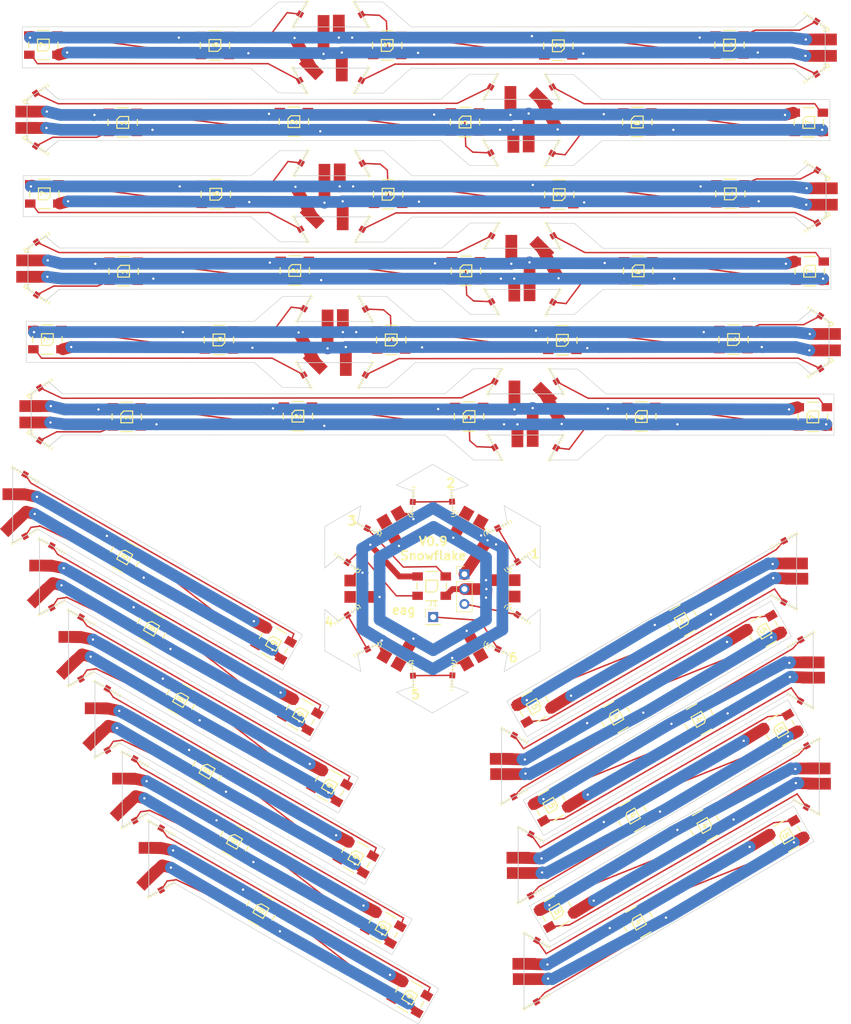
<source format=kicad_pcb>
(kicad_pcb (version 4) (host pcbnew 4.0.7)
  (layers (0 F.Cu signal) (31 B.Cu signal) (34 B.Paste user) (35 F.Paste user) (36 B.SilkS user) (37 F.SilkS user) (38 B.Mask user) (39 F.Mask user) (44 Edge.Cuts user))
  (net 0 "")
  (net 1 /VCC)
  (net 2 /GND)
  (net 3 "Net-(LED2-Pad4)")
  (net 4 "Net-(LED3-Pad4)")
  (net 5 "Net-(LED4-Pad4)")
  (net 6 "Net-(LED5-Pad4)")
  (net 7 "Net-(LED6-Pad4)")
  (net 8 "Net-(LED101-Pad2)")
  (net 9 "Net-(LED101-Pad4)")
  (net 10 "Net-(LED102-Pad2)")
  (net 11 /DIN)
  (net 12 /DOUT)
  (net 13 "Net-(LED104-Pad4)")
  (module WS2812B:WS2812B (layer F.Cu) (at 123.952 159.0929 300)
    (fp_text reference 4 (at -0.054993 -0.03175 300) (layer F.SilkS) (effects (font (thickness 0.2))))
    (fp_text value "" hide)
    (pad 1 smd rect (at 1.65 -2.4 300) (size 1.4 1.8) (layers F.Cu F.Paste F.Mask) (net 1 /VCC))
    (pad 2 smd rect (at -1.65 -2.4 300) (size 1.4 1.8) (layers F.Cu F.Paste F.Mask) (net 3 "Net-(LED2-Pad4)"))
    (pad 3 smd rect (at -1.65 2.4 300) (size 1.4 1.8) (layers F.Cu F.Paste F.Mask) (net 2 /GND))
    (pad 4 smd rect (at 1.65 2.4 300) (size 1.4 1.8) (layers F.Cu F.Paste F.Mask) (net 4 "Net-(LED3-Pad4)"))
  )
  (module WS2812B:WS2812B (layer F.Cu) (at 149.225 144.4244 300)
    (fp_text reference 5 (at -0.118493 0.078235 300) (layer F.SilkS) (effects (font (thickness 0.2))))
    (fp_text value "" hide)
    (pad 1 smd rect (at 1.65 -2.4 300) (size 1.4 1.8) (layers F.Cu F.Paste F.Mask) (net 1 /VCC))
    (pad 2 smd rect (at -1.65 -2.4 300) (size 1.4 1.8) (layers F.Cu F.Paste F.Mask) (net 13 "Net-(LED104-Pad4)"))
    (pad 3 smd rect (at -1.65 2.4 300) (size 1.4 1.8) (layers F.Cu F.Paste F.Mask) (net 2 /GND))
    (pad 4 smd rect (at 1.65 2.4 300) (size 1.4 1.8) (layers F.Cu F.Paste F.Mask) (net 3 "Net-(LED2-Pad4)"))
  )
  (module "Big pad" (layer F.Cu) (at 104.5845 166.3319)
    (fp_text reference "" (at 0.127 0.5) (layer F.SilkS))
    (fp_text value "")
    (pad 1 smd rect (at -0.127 -0.127) (size 4 2) (layers F.Cu F.Paste F.Mask))
  )
  (module "Big pad" (layer F.Cu) (at 104.648 168.9354)
    (fp_text reference "" (at 0.127 0.5) (layer F.SilkS))
    (fp_text value "")
    (pad 1 smd rect (at -0.127 -0.127) (size 4 2) (layers F.Cu F.Paste F.Mask))
  )
  (module "Tiny Edge" (layer F.Cu) (at 106.6165 162.2044 150.6)
    (fp_text reference "" (at 0 0.5 150.6) (layer F.SilkS))
    (fp_text value "")
    (pad 1 smd rect (at 0 0 150.6) (size 1 1) (layers F.Cu F.Paste F.Mask))
  )
  (module "Tiny Edge" (layer F.Cu) (at 106.553 172.6819 29.4)
    (fp_text reference "" (at 0 0.5 29.4) (layer F.SilkS))
    (fp_text value "")
    (pad 1 smd rect (at 0 0 29.4) (size 1 1) (layers F.Cu F.Paste F.Mask))
  )
  (module "Tiny Edge" (layer F.Cu) (at 152.7048 129.0193 209.4)
    (fp_text reference "" (at 0 0.5 209.4) (layer F.SilkS))
    (fp_text value "")
    (pad 1 smd rect (at 0 0 209.4) (size 1 1) (layers F.Cu F.Paste F.Mask))
  )
  (module "Tiny Edge" (layer F.Cu) (at 152.6413 139.4968 330.6)
    (fp_text reference "" (at 0 0.5 330.6) (layer F.SilkS))
    (fp_text value "")
    (pad 1 smd rect (at 0 0 330.6) (size 1 1) (layers F.Cu F.Paste F.Mask))
  )
  (module "Big pad" (layer F.Cu) (at 154.6098 132.7658 180)
    (fp_text reference "" (at 0.127 0.5 180) (layer F.SilkS))
    (fp_text value "")
    (pad 1 smd rect (at -0.127 -0.127 180) (size 4 2) (layers F.Cu F.Paste F.Mask))
  )
  (module "Big pad" (layer F.Cu) (at 154.6733 135.3693 180)
    (fp_text reference "" (at 0.127 0.5 180) (layer F.SilkS))
    (fp_text value "")
    (pad 1 smd rect (at -0.127 -0.127 180) (size 4 2) (layers F.Cu F.Paste F.Mask))
  )
  (module WS2812B:WS2812B (layer F.Cu) (at 110.0328 157.2768 120)
    (fp_text reference 5 (at -0.118493 0.078235 120) (layer F.SilkS) (effects (font (thickness 0.2))))
    (fp_text value "" hide)
    (pad 1 smd rect (at 1.65 -2.4 120) (size 1.4 1.8) (layers F.Cu F.Paste F.Mask) (net 1 /VCC))
    (pad 2 smd rect (at -1.65 -2.4 120) (size 1.4 1.8) (layers F.Cu F.Paste F.Mask) (net 13 "Net-(LED104-Pad4)"))
    (pad 3 smd rect (at -1.65 2.4 120) (size 1.4 1.8) (layers F.Cu F.Paste F.Mask) (net 2 /GND))
    (pad 4 smd rect (at 1.65 2.4 120) (size 1.4 1.8) (layers F.Cu F.Paste F.Mask) (net 3 "Net-(LED2-Pad4)"))
  )
  (module WS2812B:WS2812B (layer F.Cu) (at 135.3058 142.6083 120)
    (fp_text reference 4 (at -0.054993 -0.03175 120) (layer F.SilkS) (effects (font (thickness 0.2))))
    (fp_text value "" hide)
    (pad 1 smd rect (at 1.65 -2.4 120) (size 1.4 1.8) (layers F.Cu F.Paste F.Mask) (net 1 /VCC))
    (pad 2 smd rect (at -1.65 -2.4 120) (size 1.4 1.8) (layers F.Cu F.Paste F.Mask) (net 3 "Net-(LED2-Pad4)"))
    (pad 3 smd rect (at -1.65 2.4 120) (size 1.4 1.8) (layers F.Cu F.Paste F.Mask) (net 2 /GND))
    (pad 4 smd rect (at 1.65 2.4 120) (size 1.4 1.8) (layers F.Cu F.Paste F.Mask) (net 4 "Net-(LED3-Pad4)"))
  )
  (module WS2812B:WS2812B (layer F.Cu) (at 136.3218 160.6931 120)
    (fp_text reference 4 (at -0.054993 -0.03175 120) (layer F.SilkS) (effects (font (thickness 0.2))))
    (fp_text value "" hide)
    (pad 1 smd rect (at 1.65 -2.4 120) (size 1.4 1.8) (layers F.Cu F.Paste F.Mask) (net 1 /VCC))
    (pad 2 smd rect (at -1.65 -2.4 120) (size 1.4 1.8) (layers F.Cu F.Paste F.Mask) (net 3 "Net-(LED2-Pad4)"))
    (pad 3 smd rect (at -1.65 2.4 120) (size 1.4 1.8) (layers F.Cu F.Paste F.Mask) (net 2 /GND))
    (pad 4 smd rect (at 1.65 2.4 120) (size 1.4 1.8) (layers F.Cu F.Paste F.Mask) (net 4 "Net-(LED3-Pad4)"))
  )
  (module WS2812B:WS2812B (layer F.Cu) (at 111.0488 175.3616 120)
    (fp_text reference 5 (at -0.118493 0.078235 120) (layer F.SilkS) (effects (font (thickness 0.2))))
    (fp_text value "" hide)
    (pad 1 smd rect (at 1.65 -2.4 120) (size 1.4 1.8) (layers F.Cu F.Paste F.Mask) (net 1 /VCC))
    (pad 2 smd rect (at -1.65 -2.4 120) (size 1.4 1.8) (layers F.Cu F.Paste F.Mask) (net 13 "Net-(LED104-Pad4)"))
    (pad 3 smd rect (at -1.65 2.4 120) (size 1.4 1.8) (layers F.Cu F.Paste F.Mask) (net 2 /GND))
    (pad 4 smd rect (at 1.65 2.4 120) (size 1.4 1.8) (layers F.Cu F.Paste F.Mask) (net 3 "Net-(LED2-Pad4)"))
  )
  (module "Big pad" (layer F.Cu) (at 155.6893 153.4541 180)
    (fp_text reference "" (at 0.127 0.5 180) (layer F.SilkS))
    (fp_text value "")
    (pad 1 smd rect (at -0.127 -0.127 180) (size 4 2) (layers F.Cu F.Paste F.Mask))
  )
  (module "Big pad" (layer F.Cu) (at 155.6258 150.8506 180)
    (fp_text reference "" (at 0.127 0.5 180) (layer F.SilkS))
    (fp_text value "")
    (pad 1 smd rect (at -0.127 -0.127 180) (size 4 2) (layers F.Cu F.Paste F.Mask))
  )
  (module "Tiny Edge" (layer F.Cu) (at 153.6573 157.5816 330.6)
    (fp_text reference "" (at 0 0.5 330.6) (layer F.SilkS))
    (fp_text value "")
    (pad 1 smd rect (at 0 0 330.6) (size 1 1) (layers F.Cu F.Paste F.Mask))
  )
  (module "Tiny Edge" (layer F.Cu) (at 153.7208 147.1041 209.4)
    (fp_text reference "" (at 0 0.5 209.4) (layer F.SilkS))
    (fp_text value "")
    (pad 1 smd rect (at 0 0 209.4) (size 1 1) (layers F.Cu F.Paste F.Mask))
  )
  (module "Tiny Edge" (layer F.Cu) (at 107.569 190.7667 29.4)
    (fp_text reference "" (at 0 0.5 29.4) (layer F.SilkS))
    (fp_text value "")
    (pad 1 smd rect (at 0 0 29.4) (size 1 1) (layers F.Cu F.Paste F.Mask))
  )
  (module "Tiny Edge" (layer F.Cu) (at 107.6325 180.2892 150.6)
    (fp_text reference "" (at 0 0.5 150.6) (layer F.SilkS))
    (fp_text value "")
    (pad 1 smd rect (at 0 0 150.6) (size 1 1) (layers F.Cu F.Paste F.Mask))
  )
  (module "Big pad" (layer F.Cu) (at 105.664 187.0202)
    (fp_text reference "" (at 0.127 0.5) (layer F.SilkS))
    (fp_text value "")
    (pad 1 smd rect (at -0.127 -0.127) (size 4 2) (layers F.Cu F.Paste F.Mask))
  )
  (module "Big pad" (layer F.Cu) (at 105.6005 184.4167)
    (fp_text reference "" (at 0.127 0.5) (layer F.SilkS))
    (fp_text value "")
    (pad 1 smd rect (at -0.127 -0.127) (size 4 2) (layers F.Cu F.Paste F.Mask))
  )
  (module WS2812B:WS2812B (layer F.Cu) (at 150.241 162.5092 300)
    (fp_text reference 5 (at -0.118493 0.078235 300) (layer F.SilkS) (effects (font (thickness 0.2))))
    (fp_text value "" hide)
    (pad 1 smd rect (at 1.65 -2.4 300) (size 1.4 1.8) (layers F.Cu F.Paste F.Mask) (net 1 /VCC))
    (pad 2 smd rect (at -1.65 -2.4 300) (size 1.4 1.8) (layers F.Cu F.Paste F.Mask) (net 13 "Net-(LED104-Pad4)"))
    (pad 3 smd rect (at -1.65 2.4 300) (size 1.4 1.8) (layers F.Cu F.Paste F.Mask) (net 2 /GND))
    (pad 4 smd rect (at 1.65 2.4 300) (size 1.4 1.8) (layers F.Cu F.Paste F.Mask) (net 3 "Net-(LED2-Pad4)"))
  )
  (module WS2812B:WS2812B (layer F.Cu) (at 124.968 177.1777 300)
    (fp_text reference 4 (at -0.054993 -0.03175 300) (layer F.SilkS) (effects (font (thickness 0.2))))
    (fp_text value "" hide)
    (pad 1 smd rect (at 1.65 -2.4 300) (size 1.4 1.8) (layers F.Cu F.Paste F.Mask) (net 1 /VCC))
    (pad 2 smd rect (at -1.65 -2.4 300) (size 1.4 1.8) (layers F.Cu F.Paste F.Mask) (net 3 "Net-(LED2-Pad4)"))
    (pad 3 smd rect (at -1.65 2.4 300) (size 1.4 1.8) (layers F.Cu F.Paste F.Mask) (net 2 /GND))
    (pad 4 smd rect (at 1.65 2.4 300) (size 1.4 1.8) (layers F.Cu F.Paste F.Mask) (net 4 "Net-(LED3-Pad4)"))
  )
  (module WS2812B:WS2812B (layer F.Cu) (at 121.1072 142.2273 300)
    (fp_text reference 4 (at -0.054993 -0.03175 300) (layer F.SilkS) (effects (font (thickness 0.2))))
    (fp_text value "" hide)
    (pad 1 smd rect (at 1.65 -2.4 300) (size 1.4 1.8) (layers F.Cu F.Paste F.Mask) (net 1 /VCC))
    (pad 2 smd rect (at -1.65 -2.4 300) (size 1.4 1.8) (layers F.Cu F.Paste F.Mask) (net 3 "Net-(LED2-Pad4)"))
    (pad 3 smd rect (at -1.65 2.4 300) (size 1.4 1.8) (layers F.Cu F.Paste F.Mask) (net 2 /GND))
    (pad 4 smd rect (at 1.65 2.4 300) (size 1.4 1.8) (layers F.Cu F.Paste F.Mask) (net 4 "Net-(LED3-Pad4)"))
  )
  (module WS2812B:WS2812B (layer F.Cu) (at 146.3802 127.5588 300)
    (fp_text reference 5 (at -0.118493 0.078235 300) (layer F.SilkS) (effects (font (thickness 0.2))))
    (fp_text value "" hide)
    (pad 1 smd rect (at 1.65 -2.4 300) (size 1.4 1.8) (layers F.Cu F.Paste F.Mask) (net 1 /VCC))
    (pad 2 smd rect (at -1.65 -2.4 300) (size 1.4 1.8) (layers F.Cu F.Paste F.Mask) (net 13 "Net-(LED104-Pad4)"))
    (pad 3 smd rect (at -1.65 2.4 300) (size 1.4 1.8) (layers F.Cu F.Paste F.Mask) (net 2 /GND))
    (pad 4 smd rect (at 1.65 2.4 300) (size 1.4 1.8) (layers F.Cu F.Paste F.Mask) (net 3 "Net-(LED2-Pad4)"))
  )
  (module "Big pad" (layer F.Cu) (at 101.7397 149.4663)
    (fp_text reference "" (at 0.127 0.5) (layer F.SilkS))
    (fp_text value "")
    (pad 1 smd rect (at -0.127 -0.127) (size 4 2) (layers F.Cu F.Paste F.Mask))
  )
  (module "Big pad" (layer F.Cu) (at 101.8032 152.0698)
    (fp_text reference "" (at 0.127 0.5) (layer F.SilkS))
    (fp_text value "")
    (pad 1 smd rect (at -0.127 -0.127) (size 4 2) (layers F.Cu F.Paste F.Mask))
  )
  (module "Tiny Edge" (layer F.Cu) (at 103.7717 145.3388 150.6)
    (fp_text reference "" (at 0 0.5 150.6) (layer F.SilkS))
    (fp_text value "")
    (pad 1 smd rect (at 0 0 150.6) (size 1 1) (layers F.Cu F.Paste F.Mask))
  )
  (module "Tiny Edge" (layer F.Cu) (at 103.7082 155.8163 29.4)
    (fp_text reference "" (at 0 0.5 29.4) (layer F.SilkS))
    (fp_text value "")
    (pad 1 smd rect (at 0 0 29.4) (size 1 1) (layers F.Cu F.Paste F.Mask))
  )
  (module "Tiny Edge" (layer F.Cu) (at 43.5229 171.6913 209.4)
    (fp_text reference "" (at 0 0.5 209.4) (layer F.SilkS))
    (fp_text value "")
    (pad 1 smd rect (at 0 0 209.4) (size 1 1) (layers F.Cu F.Paste F.Mask))
  )
  (module "Tiny Edge" (layer F.Cu) (at 43.5229 161.1503 330.6)
    (fp_text reference "" (at 0 0.5 330.6) (layer F.SilkS))
    (fp_text value "")
    (pad 1 smd rect (at 0 0 330.6) (size 1 1) (layers F.Cu F.Paste F.Mask))
  )
  (module "Big pad" (layer F.Cu) (at 41.5544 169.7228 45)
    (fp_text reference "" (at 0.127 0.5 45) (layer F.SilkS))
    (fp_text value "")
    (pad 1 smd rect (at -0.127 -0.127 45) (size 4 2) (layers F.Cu F.Paste F.Mask))
  )
  (module "Big pad" (layer F.Cu) (at 41.5544 164.3888 180)
    (fp_text reference "" (at 0.127 0.5 180) (layer F.SilkS))
    (fp_text value "")
    (pad 1 smd rect (at -0.127 -0.127 180) (size 4 2) (layers F.Cu F.Paste F.Mask))
  )
  (module WS2812B:WS2812B (layer F.Cu) (at 60.5409 175.1838 240)
    (fp_text reference 8 (at -0.03175 -0.054993 240) (layer F.SilkS) (effects (font (thickness 0.2))))
    (fp_text value "" hide)
    (pad 1 smd rect (at 1.65 -2.4 240) (size 1.4 1.8) (layers F.Cu F.Paste F.Mask) (net 1 /VCC))
    (pad 2 smd rect (at -1.65 -2.4 240) (size 1.4 1.8) (layers F.Cu F.Paste F.Mask) (net 10 "Net-(LED102-Pad2)"))
    (pad 3 smd rect (at -1.65 2.4 240) (size 1.4 1.8) (layers F.Cu F.Paste F.Mask) (net 2 /GND))
    (pad 4 smd rect (at 1.65 2.4 240) (size 1.4 1.8) (layers F.Cu F.Paste F.Mask) (net 8 "Net-(LED101-Pad2)"))
  )
  (module WS2812B:WS2812B (layer F.Cu) (at 85.9409 189.9158 240)
    (fp_text reference 9 (at -0.0635 -0.109985 240) (layer F.SilkS) (effects (font (thickness 0.2))))
    (fp_text value "" hide)
    (pad 1 smd rect (at 1.65 -2.4 240) (size 1.4 1.8) (layers F.Cu F.Paste F.Mask) (net 1 /VCC))
    (pad 2 smd rect (at -1.65 -2.4 240) (size 1.4 1.8) (layers F.Cu F.Paste F.Mask) (net 12 /DOUT))
    (pad 3 smd rect (at -1.65 2.4 240) (size 1.4 1.8) (layers F.Cu F.Paste F.Mask) (net 2 /GND))
    (pad 4 smd rect (at 1.65 2.4 240) (size 1.4 1.8) (layers F.Cu F.Paste F.Mask) (net 10 "Net-(LED102-Pad2)"))
  )
  (module WS2812B:WS2812B (layer F.Cu) (at 81.4197 178.1048 240)
    (fp_text reference 9 (at -0.0635 -0.109985 240) (layer F.SilkS) (effects (font (thickness 0.2))))
    (fp_text value "" hide)
    (pad 1 smd rect (at 1.65 -2.4 240) (size 1.4 1.8) (layers F.Cu F.Paste F.Mask) (net 1 /VCC))
    (pad 2 smd rect (at -1.65 -2.4 240) (size 1.4 1.8) (layers F.Cu F.Paste F.Mask) (net 12 /DOUT))
    (pad 3 smd rect (at -1.65 2.4 240) (size 1.4 1.8) (layers F.Cu F.Paste F.Mask) (net 2 /GND))
    (pad 4 smd rect (at 1.65 2.4 240) (size 1.4 1.8) (layers F.Cu F.Paste F.Mask) (net 10 "Net-(LED102-Pad2)"))
  )
  (module WS2812B:WS2812B (layer F.Cu) (at 56.0197 163.3728 240)
    (fp_text reference 8 (at -0.03175 -0.054993 240) (layer F.SilkS) (effects (font (thickness 0.2))))
    (fp_text value "" hide)
    (pad 1 smd rect (at 1.65 -2.4 240) (size 1.4 1.8) (layers F.Cu F.Paste F.Mask) (net 1 /VCC))
    (pad 2 smd rect (at -1.65 -2.4 240) (size 1.4 1.8) (layers F.Cu F.Paste F.Mask) (net 10 "Net-(LED102-Pad2)"))
    (pad 3 smd rect (at -1.65 2.4 240) (size 1.4 1.8) (layers F.Cu F.Paste F.Mask) (net 2 /GND))
    (pad 4 smd rect (at 1.65 2.4 240) (size 1.4 1.8) (layers F.Cu F.Paste F.Mask) (net 8 "Net-(LED101-Pad2)"))
  )
  (module "Big pad" (layer F.Cu) (at 37.0332 152.5778 180)
    (fp_text reference "" (at 0.127 0.5 180) (layer F.SilkS))
    (fp_text value "")
    (pad 1 smd rect (at -0.127 -0.127 180) (size 4 2) (layers F.Cu F.Paste F.Mask))
  )
  (module "Big pad" (layer F.Cu) (at 37.0332 157.9118 45)
    (fp_text reference "" (at 0.127 0.5 45) (layer F.SilkS))
    (fp_text value "")
    (pad 1 smd rect (at -0.127 -0.127 45) (size 4 2) (layers F.Cu F.Paste F.Mask))
  )
  (module "Tiny Edge" (layer F.Cu) (at 39.0017 149.3393 330.6)
    (fp_text reference "" (at 0 0.5 330.6) (layer F.SilkS))
    (fp_text value "")
    (pad 1 smd rect (at 0 0 330.6) (size 1 1) (layers F.Cu F.Paste F.Mask))
  )
  (module "Tiny Edge" (layer F.Cu) (at 39.0017 159.8803 209.4)
    (fp_text reference "" (at 0 0.5 209.4) (layer F.SilkS))
    (fp_text value "")
    (pad 1 smd rect (at 0 0 209.4) (size 1 1) (layers F.Cu F.Paste F.Mask))
  )
  (module "Tiny Edge" (layer F.Cu) (at 34.3281 147.8915 209.4)
    (fp_text reference "" (at 0 0.5 209.4) (layer F.SilkS))
    (fp_text value "")
    (pad 1 smd rect (at 0 0 209.4) (size 1 1) (layers F.Cu F.Paste F.Mask))
  )
  (module "Tiny Edge" (layer F.Cu) (at 34.3281 137.3505 330.6)
    (fp_text reference "" (at 0 0.5 330.6) (layer F.SilkS))
    (fp_text value "")
    (pad 1 smd rect (at 0 0 330.6) (size 1 1) (layers F.Cu F.Paste F.Mask))
  )
  (module "Big pad" (layer F.Cu) (at 32.3596 145.923 45)
    (fp_text reference "" (at 0.127 0.5 45) (layer F.SilkS))
    (fp_text value "")
    (pad 1 smd rect (at -0.127 -0.127 45) (size 4 2) (layers F.Cu F.Paste F.Mask))
  )
  (module "Big pad" (layer F.Cu) (at 32.3596 140.589 180)
    (fp_text reference "" (at 0.127 0.5 180) (layer F.SilkS))
    (fp_text value "")
    (pad 1 smd rect (at -0.127 -0.127 180) (size 4 2) (layers F.Cu F.Paste F.Mask))
  )
  (module WS2812B:WS2812B (layer F.Cu) (at 51.3461 151.384 240)
    (fp_text reference 8 (at -0.03175 -0.054993 240) (layer F.SilkS) (effects (font (thickness 0.2))))
    (fp_text value "" hide)
    (pad 1 smd rect (at 1.65 -2.4 240) (size 1.4 1.8) (layers F.Cu F.Paste F.Mask) (net 1 /VCC))
    (pad 2 smd rect (at -1.65 -2.4 240) (size 1.4 1.8) (layers F.Cu F.Paste F.Mask) (net 10 "Net-(LED102-Pad2)"))
    (pad 3 smd rect (at -1.65 2.4 240) (size 1.4 1.8) (layers F.Cu F.Paste F.Mask) (net 2 /GND))
    (pad 4 smd rect (at 1.65 2.4 240) (size 1.4 1.8) (layers F.Cu F.Paste F.Mask) (net 8 "Net-(LED101-Pad2)"))
  )
  (module WS2812B:WS2812B (layer F.Cu) (at 76.7461 166.116 240)
    (fp_text reference 9 (at -0.0635 -0.109985 240) (layer F.SilkS) (effects (font (thickness 0.2))))
    (fp_text value "" hide)
    (pad 1 smd rect (at 1.65 -2.4 240) (size 1.4 1.8) (layers F.Cu F.Paste F.Mask) (net 1 /VCC))
    (pad 2 smd rect (at -1.65 -2.4 240) (size 1.4 1.8) (layers F.Cu F.Paste F.Mask) (net 12 /DOUT))
    (pad 3 smd rect (at -1.65 2.4 240) (size 1.4 1.8) (layers F.Cu F.Paste F.Mask) (net 2 /GND))
    (pad 4 smd rect (at 1.65 2.4 240) (size 1.4 1.8) (layers F.Cu F.Paste F.Mask) (net 10 "Net-(LED102-Pad2)"))
  )
  (module WS2812B:WS2812B (layer F.Cu) (at 72.2503 153.9494 240)
    (fp_text reference 9 (at -0.0635 -0.109985 240) (layer F.SilkS) (effects (font (thickness 0.2))))
    (fp_text value "" hide)
    (pad 1 smd rect (at 1.65 -2.4 240) (size 1.4 1.8) (layers F.Cu F.Paste F.Mask) (net 1 /VCC))
    (pad 2 smd rect (at -1.65 -2.4 240) (size 1.4 1.8) (layers F.Cu F.Paste F.Mask) (net 12 /DOUT))
    (pad 3 smd rect (at -1.65 2.4 240) (size 1.4 1.8) (layers F.Cu F.Paste F.Mask) (net 2 /GND))
    (pad 4 smd rect (at 1.65 2.4 240) (size 1.4 1.8) (layers F.Cu F.Paste F.Mask) (net 10 "Net-(LED102-Pad2)"))
  )
  (module WS2812B:WS2812B (layer F.Cu) (at 46.8503 139.2174 240)
    (fp_text reference 8 (at -0.03175 -0.054993 240) (layer F.SilkS) (effects (font (thickness 0.2))))
    (fp_text value "" hide)
    (pad 1 smd rect (at 1.65 -2.4 240) (size 1.4 1.8) (layers F.Cu F.Paste F.Mask) (net 1 /VCC))
    (pad 2 smd rect (at -1.65 -2.4 240) (size 1.4 1.8) (layers F.Cu F.Paste F.Mask) (net 10 "Net-(LED102-Pad2)"))
    (pad 3 smd rect (at -1.65 2.4 240) (size 1.4 1.8) (layers F.Cu F.Paste F.Mask) (net 2 /GND))
    (pad 4 smd rect (at 1.65 2.4 240) (size 1.4 1.8) (layers F.Cu F.Paste F.Mask) (net 8 "Net-(LED101-Pad2)"))
  )
  (module "Big pad" (layer F.Cu) (at 27.8638 128.4224 180)
    (fp_text reference "" (at 0.127 0.5 180) (layer F.SilkS))
    (fp_text value "")
    (pad 1 smd rect (at -0.127 -0.127 180) (size 4 2) (layers F.Cu F.Paste F.Mask))
  )
  (module "Big pad" (layer F.Cu) (at 27.8638 133.7564 45)
    (fp_text reference "" (at 0.127 0.5 45) (layer F.SilkS))
    (fp_text value "")
    (pad 1 smd rect (at -0.127 -0.127 45) (size 4 2) (layers F.Cu F.Paste F.Mask))
  )
  (module "Tiny Edge" (layer F.Cu) (at 29.8323 125.1839 330.6)
    (fp_text reference "" (at 0 0.5 330.6) (layer F.SilkS))
    (fp_text value "")
    (pad 1 smd rect (at 0 0 330.6) (size 1 1) (layers F.Cu F.Paste F.Mask))
  )
  (module "Tiny Edge" (layer F.Cu) (at 29.8323 135.7249 209.4)
    (fp_text reference "" (at 0 0.5 209.4) (layer F.SilkS))
    (fp_text value "")
    (pad 1 smd rect (at 0 0 209.4) (size 1 1) (layers F.Cu F.Paste F.Mask))
  )
  (module "Tiny Edge" (layer F.Cu) (at 24.8539 123.5583 209.4)
    (fp_text reference "" (at 0 0.5 209.4) (layer F.SilkS))
    (fp_text value "")
    (pad 1 smd rect (at 0 0 209.4) (size 1 1) (layers F.Cu F.Paste F.Mask))
  )
  (module "Tiny Edge" (layer F.Cu) (at 24.8539 113.0173 330.6)
    (fp_text reference "" (at 0 0.5 330.6) (layer F.SilkS))
    (fp_text value "")
    (pad 1 smd rect (at 0 0 330.6) (size 1 1) (layers F.Cu F.Paste F.Mask))
  )
  (module "Big pad" (layer F.Cu) (at 22.8854 121.5898 45)
    (fp_text reference "" (at 0.127 0.5 45) (layer F.SilkS))
    (fp_text value "")
    (pad 1 smd rect (at -0.127 -0.127 45) (size 4 2) (layers F.Cu F.Paste F.Mask))
  )
  (module "Big pad" (layer F.Cu) (at 22.8854 116.2558 180)
    (fp_text reference "" (at 0.127 0.5 180) (layer F.SilkS))
    (fp_text value "")
    (pad 1 smd rect (at -0.127 -0.127 180) (size 4 2) (layers F.Cu F.Paste F.Mask))
  )
  (module WS2812B:WS2812B (layer F.Cu) (at 41.8719 127.0508 240)
    (fp_text reference 8 (at -0.03175 -0.054993 240) (layer F.SilkS) (effects (font (thickness 0.2))))
    (fp_text value "" hide)
    (pad 1 smd rect (at 1.65 -2.4 240) (size 1.4 1.8) (layers F.Cu F.Paste F.Mask) (net 1 /VCC))
    (pad 2 smd rect (at -1.65 -2.4 240) (size 1.4 1.8) (layers F.Cu F.Paste F.Mask) (net 10 "Net-(LED102-Pad2)"))
    (pad 3 smd rect (at -1.65 2.4 240) (size 1.4 1.8) (layers F.Cu F.Paste F.Mask) (net 2 /GND))
    (pad 4 smd rect (at 1.65 2.4 240) (size 1.4 1.8) (layers F.Cu F.Paste F.Mask) (net 8 "Net-(LED101-Pad2)"))
  )
  (module WS2812B:WS2812B (layer F.Cu) (at 67.2719 141.7828 240)
    (fp_text reference 9 (at -0.0635 -0.109985 240) (layer F.SilkS) (effects (font (thickness 0.2))))
    (fp_text value "" hide)
    (pad 1 smd rect (at 1.65 -2.4 240) (size 1.4 1.8) (layers F.Cu F.Paste F.Mask) (net 1 /VCC))
    (pad 2 smd rect (at -1.65 -2.4 240) (size 1.4 1.8) (layers F.Cu F.Paste F.Mask) (net 12 /DOUT))
    (pad 3 smd rect (at -1.65 2.4 240) (size 1.4 1.8) (layers F.Cu F.Paste F.Mask) (net 2 /GND))
    (pad 4 smd rect (at 1.65 2.4 240) (size 1.4 1.8) (layers F.Cu F.Paste F.Mask) (net 10 "Net-(LED102-Pad2)"))
  )
  (module "Tiny Edge" (layer F.Cu) (at 155.4988 57.9628 213.6)
    (fp_text reference "" (at 0 0.5 213.6) (layer F.SilkS))
    (fp_text value "")
    (pad 1 smd rect (at 0 0 213.6) (size 1 1) (layers F.Cu F.Paste F.Mask))
  )
  (module "Tiny Edge" (layer F.Cu) (at 155.4988 48.9712 326.4)
    (fp_text reference "" (at 0 0.5 326.4) (layer F.SilkS))
    (fp_text value "")
    (pad 1 smd rect (at 0 0 326.4) (size 1 1) (layers F.Cu F.Paste F.Mask))
  )
  (module "Tiny Edge" (layer F.Cu) (at 77.8637 47.8028 119.4)
    (fp_text reference "" (at 0 0.5 119.4) (layer F.SilkS))
    (fp_text value "")
    (pad 1 smd rect (at 0 0 119.4) (size 1 1) (layers F.Cu F.Paste F.Mask))
  )
  (module "Tiny Edge" (layer F.Cu) (at 67.3227 59.0423 119.4)
    (fp_text reference "" (at 0 0.5 119.4) (layer F.SilkS))
    (fp_text value "")
    (pad 1 smd rect (at 0 0 119.4) (size 1 1) (layers F.Cu F.Paste F.Mask))
  )
  (module "Tiny Edge" (layer F.Cu) (at 77.8637 59.0423 240.6)
    (fp_text reference "" (at 0 0.5 240.6) (layer F.SilkS))
    (fp_text value "")
    (pad 1 smd rect (at 0 0 240.6) (size 1 1) (layers F.Cu F.Paste F.Mask))
  )
  (module "Tiny Edge" (layer F.Cu) (at 67.3862 47.7393 240.6)
    (fp_text reference "" (at 0 0.5 240.6) (layer F.SilkS))
    (fp_text value "")
    (pad 1 smd rect (at 0 0 240.6) (size 1 1) (layers F.Cu F.Paste F.Mask))
  )
  (module "Big pad" (layer F.Cu) (at 157.1117 52.3113)
    (fp_text reference "" (at 0.127 0.5) (layer F.SilkS))
    (fp_text value "")
    (pad 1 smd rect (at -0.127 -0.254) (size 4 2) (layers F.Cu F.Paste F.Mask))
    (pad 1 smd rect (at -0.127 2.54) (size 4 2) (layers F.Cu F.Paste F.Mask))
  )
  (module "Big pad" (layer F.Cu) (at 74.1172 49.7078 90)
    (fp_text reference "" (at 0.127 0.5 90) (layer F.SilkS))
    (fp_text value "")
    (pad 1 smd rect (at -0.127 -0.127 90) (size 4 2) (layers F.Cu F.Paste F.Mask))
  )
  (module "Big pad" (layer F.Cu) (at 71.5137 49.7713 90)
    (fp_text reference "" (at 0.127 0.5 90) (layer F.SilkS))
    (fp_text value "")
    (pad 1 smd rect (at -0.127 -0.127 90) (size 4 2) (layers F.Cu F.Paste F.Mask))
  )
  (module "Big pad" (layer F.Cu) (at 69.2912 57.0738 315)
    (fp_text reference "" (at 0.127 0.5 315) (layer F.SilkS))
    (fp_text value "")
    (pad 1 smd rect (at -0.127 -0.127 315) (size 4 2) (layers F.Cu F.Paste F.Mask))
  )
  (module "Big pad" (layer F.Cu) (at 74.6252 57.0738 90)
    (fp_text reference "" (at 0.127 0.5 90) (layer F.SilkS))
    (fp_text value "")
    (pad 1 smd rect (at -0.127 -0.127 90) (size 4 2) (layers F.Cu F.Paste F.Mask))
  )
  (module WS2812B:WS2812B (layer F.Cu) (at 82.2452 53.0733 90)
    (fp_text reference 3 (at 0.127 0.127 90) (layer F.SilkS) (effects (font (thickness 0.2))))
    (fp_text value "" hide)
    (pad 1 smd rect (at 1.65 -2.4 90) (size 1.4 1.8) (layers F.Cu F.Paste F.Mask) (net 1 /VCC))
    (pad 2 smd rect (at -1.65 -2.4 90) (size 1.4 1.8) (layers F.Cu F.Paste F.Mask) (net 4 "Net-(LED3-Pad4)"))
    (pad 3 smd rect (at -1.65 2.4 90) (size 1.4 1.8) (layers F.Cu F.Paste F.Mask) (net 2 /GND))
    (pad 4 smd rect (at 1.65 2.4 90) (size 1.4 1.8) (layers F.Cu F.Paste F.Mask) (net 5 "Net-(LED4-Pad4)"))
  )
  (module WS2812B:WS2812B (layer F.Cu) (at 111.4552 53.1368 90)
    (fp_text reference 2 (at 0.0635 0 90) (layer F.SilkS) (effects (font (thickness 0.2))))
    (fp_text value "" hide)
    (pad 1 smd rect (at 1.65 -2.4 90) (size 1.4 1.8) (layers F.Cu F.Paste F.Mask) (net 1 /VCC))
    (pad 2 smd rect (at -1.65 -2.4 90) (size 1.4 1.8) (layers F.Cu F.Paste F.Mask) (net 5 "Net-(LED4-Pad4)"))
    (pad 3 smd rect (at -1.65 2.4 90) (size 1.4 1.8) (layers F.Cu F.Paste F.Mask) (net 2 /GND))
    (pad 4 smd rect (at 1.65 2.4 90) (size 1.4 1.8) (layers F.Cu F.Paste F.Mask) (net 6 "Net-(LED5-Pad4)"))
  )
  (module WS2812B:WS2812B (layer F.Cu) (at 140.6652 53.0098 90)
    (fp_text reference 1 (at 0.0635 -0.127 90) (layer F.SilkS) (effects (font (thickness 0.2))))
    (fp_text value "" hide)
    (pad 1 smd rect (at 1.65 -2.4 90) (size 1.4 1.8) (layers F.Cu F.Paste F.Mask) (net 1 /VCC))
    (pad 2 smd rect (at -1.65 -2.4 90) (size 1.4 1.8) (layers F.Cu F.Paste F.Mask) (net 6 "Net-(LED5-Pad4)"))
    (pad 3 smd rect (at -1.65 2.4 90) (size 1.4 1.8) (layers F.Cu F.Paste F.Mask) (net 2 /GND))
    (pad 4 smd rect (at 1.65 2.4 90) (size 1.4 1.8) (layers F.Cu F.Paste F.Mask) (net 7 "Net-(LED6-Pad4)"))
  )
  (module WS2812B:WS2812B (layer F.Cu) (at 23.5712 53.0098 90)
    (fp_text reference 7 (at 0.0635 0 90) (layer F.SilkS) (effects (font (thickness 0.2))))
    (fp_text value "" hide)
    (pad 1 smd rect (at 1.65 -2.4 90) (size 1.4 1.8) (layers F.Cu F.Paste F.Mask) (net 1 /VCC))
    (pad 2 smd rect (at -1.65 -2.4 90) (size 1.4 1.8) (layers F.Cu F.Paste F.Mask) (net 8 "Net-(LED101-Pad2)"))
    (pad 3 smd rect (at -1.65 2.4 90) (size 1.4 1.8) (layers F.Cu F.Paste F.Mask) (net 2 /GND))
    (pad 4 smd rect (at 1.65 2.4 90) (size 1.4 1.8) (layers F.Cu F.Paste F.Mask) (net 9 "Net-(LED101-Pad4)"))
  )
  (module WS2812B:WS2812B (layer F.Cu) (at 52.8447 53.0733 90)
    (fp_text reference 6 (at 0.127 0.0635 90) (layer F.SilkS) (effects (font (thickness 0.2))))
    (fp_text value "" hide)
    (pad 1 smd rect (at 1.65 -2.4 90) (size 1.4 1.8) (layers F.Cu F.Paste F.Mask) (net 1 /VCC))
    (pad 2 smd rect (at -1.65 -2.4 90) (size 1.4 1.8) (layers F.Cu F.Paste F.Mask) (net 9 "Net-(LED101-Pad4)"))
    (pad 3 smd rect (at -1.65 2.4 90) (size 1.4 1.8) (layers F.Cu F.Paste F.Mask) (net 2 /GND))
    (pad 4 smd rect (at 1.65 2.4 90) (size 1.4 1.8) (layers F.Cu F.Paste F.Mask) (net 13 "Net-(LED104-Pad4)"))
  )
  (module WS2812B:WS2812B (layer F.Cu) (at 124.9299 66.1289 270)
    (fp_text reference 6 (at 0.127 0.0635 270) (layer F.SilkS) (effects (font (thickness 0.2))))
    (fp_text value "" hide)
    (pad 1 smd rect (at 1.65 -2.4 270) (size 1.4 1.8) (layers F.Cu F.Paste F.Mask) (net 1 /VCC))
    (pad 2 smd rect (at -1.65 -2.4 270) (size 1.4 1.8) (layers F.Cu F.Paste F.Mask) (net 9 "Net-(LED101-Pad4)"))
    (pad 3 smd rect (at -1.65 2.4 270) (size 1.4 1.8) (layers F.Cu F.Paste F.Mask) (net 2 /GND))
    (pad 4 smd rect (at 1.65 2.4 270) (size 1.4 1.8) (layers F.Cu F.Paste F.Mask) (net 13 "Net-(LED104-Pad4)"))
  )
  (module WS2812B:WS2812B (layer F.Cu) (at 154.2034 66.1924 270)
    (fp_text reference 7 (at 0.0635 0 270) (layer F.SilkS) (effects (font (thickness 0.2))))
    (fp_text value "" hide)
    (pad 1 smd rect (at 1.65 -2.4 270) (size 1.4 1.8) (layers F.Cu F.Paste F.Mask) (net 1 /VCC))
    (pad 2 smd rect (at -1.65 -2.4 270) (size 1.4 1.8) (layers F.Cu F.Paste F.Mask) (net 8 "Net-(LED101-Pad2)"))
    (pad 3 smd rect (at -1.65 2.4 270) (size 1.4 1.8) (layers F.Cu F.Paste F.Mask) (net 2 /GND))
    (pad 4 smd rect (at 1.65 2.4 270) (size 1.4 1.8) (layers F.Cu F.Paste F.Mask) (net 9 "Net-(LED101-Pad4)"))
  )
  (module WS2812B:WS2812B (layer F.Cu) (at 37.1094 66.1924 270)
    (fp_text reference 1 (at 0.0635 -0.127 270) (layer F.SilkS) (effects (font (thickness 0.2))))
    (fp_text value "" hide)
    (pad 1 smd rect (at 1.65 -2.4 270) (size 1.4 1.8) (layers F.Cu F.Paste F.Mask) (net 1 /VCC))
    (pad 2 smd rect (at -1.65 -2.4 270) (size 1.4 1.8) (layers F.Cu F.Paste F.Mask) (net 6 "Net-(LED5-Pad4)"))
    (pad 3 smd rect (at -1.65 2.4 270) (size 1.4 1.8) (layers F.Cu F.Paste F.Mask) (net 2 /GND))
    (pad 4 smd rect (at 1.65 2.4 270) (size 1.4 1.8) (layers F.Cu F.Paste F.Mask) (net 7 "Net-(LED6-Pad4)"))
  )
  (module WS2812B:WS2812B (layer F.Cu) (at 66.3194 66.0654 270)
    (fp_text reference 2 (at 0.0635 0 270) (layer F.SilkS) (effects (font (thickness 0.2))))
    (fp_text value "" hide)
    (pad 1 smd rect (at 1.65 -2.4 270) (size 1.4 1.8) (layers F.Cu F.Paste F.Mask) (net 1 /VCC))
    (pad 2 smd rect (at -1.65 -2.4 270) (size 1.4 1.8) (layers F.Cu F.Paste F.Mask) (net 5 "Net-(LED4-Pad4)"))
    (pad 3 smd rect (at -1.65 2.4 270) (size 1.4 1.8) (layers F.Cu F.Paste F.Mask) (net 2 /GND))
    (pad 4 smd rect (at 1.65 2.4 270) (size 1.4 1.8) (layers F.Cu F.Paste F.Mask) (net 6 "Net-(LED5-Pad4)"))
  )
  (module WS2812B:WS2812B (layer F.Cu) (at 95.5294 66.1289 270)
    (fp_text reference 3 (at 0.127 0.127 270) (layer F.SilkS) (effects (font (thickness 0.2))))
    (fp_text value "" hide)
    (pad 1 smd rect (at 1.65 -2.4 270) (size 1.4 1.8) (layers F.Cu F.Paste F.Mask) (net 1 /VCC))
    (pad 2 smd rect (at -1.65 -2.4 270) (size 1.4 1.8) (layers F.Cu F.Paste F.Mask) (net 4 "Net-(LED3-Pad4)"))
    (pad 3 smd rect (at -1.65 2.4 270) (size 1.4 1.8) (layers F.Cu F.Paste F.Mask) (net 2 /GND))
    (pad 4 smd rect (at 1.65 2.4 270) (size 1.4 1.8) (layers F.Cu F.Paste F.Mask) (net 5 "Net-(LED4-Pad4)"))
  )
  (module "Big pad" (layer F.Cu) (at 103.1494 62.1284 270)
    (fp_text reference "" (at 0.127 0.5 270) (layer F.SilkS))
    (fp_text value "")
    (pad 1 smd rect (at -0.127 -0.127 270) (size 4 2) (layers F.Cu F.Paste F.Mask))
  )
  (module "Big pad" (layer F.Cu) (at 108.4834 62.1284 135)
    (fp_text reference "" (at 0.127 0.5 135) (layer F.SilkS))
    (fp_text value "")
    (pad 1 smd rect (at -0.127 -0.127 135) (size 4 2) (layers F.Cu F.Paste F.Mask))
  )
  (module "Big pad" (layer F.Cu) (at 106.2609 69.4309 270)
    (fp_text reference "" (at 0.127 0.5 270) (layer F.SilkS))
    (fp_text value "")
    (pad 1 smd rect (at -0.127 -0.127 270) (size 4 2) (layers F.Cu F.Paste F.Mask))
  )
  (module "Big pad" (layer F.Cu) (at 103.6574 69.4944 270)
    (fp_text reference "" (at 0.127 0.5 270) (layer F.SilkS))
    (fp_text value "")
    (pad 1 smd rect (at -0.127 -0.127 270) (size 4 2) (layers F.Cu F.Paste F.Mask))
  )
  (module "Big pad" (layer F.Cu) (at 20.6629 66.8909 180)
    (fp_text reference "" (at 0.127 0.5 180) (layer F.SilkS))
    (fp_text value "")
    (pad 1 smd rect (at -0.127 -0.254 180) (size 4 2) (layers F.Cu F.Paste F.Mask))
    (pad 1 smd rect (at -0.127 2.54 180) (size 4 2) (layers F.Cu F.Paste F.Mask))
  )
  (module "Tiny Edge" (layer F.Cu) (at 110.3884 71.4629 60.6)
    (fp_text reference "" (at 0 0.5 60.6) (layer F.SilkS))
    (fp_text value "")
    (pad 1 smd rect (at 0 0 60.6) (size 1 1) (layers F.Cu F.Paste F.Mask))
  )
  (module "Tiny Edge" (layer F.Cu) (at 99.9109 60.1599 60.6)
    (fp_text reference "" (at 0 0.5 60.6) (layer F.SilkS))
    (fp_text value "")
    (pad 1 smd rect (at 0 0 60.6) (size 1 1) (layers F.Cu F.Paste F.Mask))
  )
  (module "Tiny Edge" (layer F.Cu) (at 110.4519 60.1599 299.4)
    (fp_text reference "" (at 0 0.5 299.4) (layer F.SilkS))
    (fp_text value "")
    (pad 1 smd rect (at 0 0 299.4) (size 1 1) (layers F.Cu F.Paste F.Mask))
  )
  (module "Tiny Edge" (layer F.Cu) (at 99.9109 71.3994 299.4)
    (fp_text reference "" (at 0 0.5 299.4) (layer F.SilkS))
    (fp_text value "")
    (pad 1 smd rect (at 0 0 299.4) (size 1 1) (layers F.Cu F.Paste F.Mask))
  )
  (module "Tiny Edge" (layer F.Cu) (at 22.2758 70.231 146.4)
    (fp_text reference "" (at 0 0.5 146.4) (layer F.SilkS))
    (fp_text value "")
    (pad 1 smd rect (at 0 0 146.4) (size 1 1) (layers F.Cu F.Paste F.Mask))
  )
  (module "Tiny Edge" (layer F.Cu) (at 22.2758 61.2394 33.6)
    (fp_text reference "" (at 0 0.5 33.6) (layer F.SilkS))
    (fp_text value "")
    (pad 1 smd rect (at 0 0 33.6) (size 1 1) (layers F.Cu F.Paste F.Mask))
  )
  (module "Tiny Edge" (layer F.Cu) (at 156.0322 82.804 213.6)
    (fp_text reference "" (at 0 0.5 213.6) (layer F.SilkS))
    (fp_text value "")
    (pad 1 smd rect (at 0 0 213.6) (size 1 1) (layers F.Cu F.Paste F.Mask))
  )
  (module "Tiny Edge" (layer F.Cu) (at 156.0322 73.8124 326.4)
    (fp_text reference "" (at 0 0.5 326.4) (layer F.SilkS))
    (fp_text value "")
    (pad 1 smd rect (at 0 0 326.4) (size 1 1) (layers F.Cu F.Paste F.Mask))
  )
  (module "Tiny Edge" (layer F.Cu) (at 78.3971 72.644 119.4)
    (fp_text reference "" (at 0 0.5 119.4) (layer F.SilkS))
    (fp_text value "")
    (pad 1 smd rect (at 0 0 119.4) (size 1 1) (layers F.Cu F.Paste F.Mask))
  )
  (module "Tiny Edge" (layer F.Cu) (at 67.8561 83.8835 119.4)
    (fp_text reference "" (at 0 0.5 119.4) (layer F.SilkS))
    (fp_text value "")
    (pad 1 smd rect (at 0 0 119.4) (size 1 1) (layers F.Cu F.Paste F.Mask))
  )
  (module "Tiny Edge" (layer F.Cu) (at 78.3971 83.8835 240.6)
    (fp_text reference "" (at 0 0.5 240.6) (layer F.SilkS))
    (fp_text value "")
    (pad 1 smd rect (at 0 0 240.6) (size 1 1) (layers F.Cu F.Paste F.Mask))
  )
  (module "Tiny Edge" (layer F.Cu) (at 67.9196 72.5805 240.6)
    (fp_text reference "" (at 0 0.5 240.6) (layer F.SilkS))
    (fp_text value "")
    (pad 1 smd rect (at 0 0 240.6) (size 1 1) (layers F.Cu F.Paste F.Mask))
  )
  (module "Big pad" (layer F.Cu) (at 157.6451 77.1525)
    (fp_text reference "" (at 0.127 0.5) (layer F.SilkS))
    (fp_text value "")
    (pad 1 smd rect (at -0.127 -0.254) (size 4 2) (layers F.Cu F.Paste F.Mask))
    (pad 1 smd rect (at -0.127 2.54) (size 4 2) (layers F.Cu F.Paste F.Mask))
  )
  (module "Big pad" (layer F.Cu) (at 74.6506 74.549 90)
    (fp_text reference "" (at 0.127 0.5 90) (layer F.SilkS))
    (fp_text value "")
    (pad 1 smd rect (at -0.127 -0.127 90) (size 4 2) (layers F.Cu F.Paste F.Mask))
  )
  (module "Big pad" (layer F.Cu) (at 72.0471 74.6125 90)
    (fp_text reference "" (at 0.127 0.5 90) (layer F.SilkS))
    (fp_text value "")
    (pad 1 smd rect (at -0.127 -0.127 90) (size 4 2) (layers F.Cu F.Paste F.Mask))
  )
  (module "Big pad" (layer F.Cu) (at 69.8246 81.915 315)
    (fp_text reference "" (at 0.127 0.5 315) (layer F.SilkS))
    (fp_text value "")
    (pad 1 smd rect (at -0.127 -0.127 315) (size 4 2) (layers F.Cu F.Paste F.Mask))
  )
  (module "Big pad" (layer F.Cu) (at 75.1586 81.915 90)
    (fp_text reference "" (at 0.127 0.5 90) (layer F.SilkS))
    (fp_text value "")
    (pad 1 smd rect (at -0.127 -0.127 90) (size 4 2) (layers F.Cu F.Paste F.Mask))
  )
  (module WS2812B:WS2812B (layer F.Cu) (at 82.7786 77.9145 90)
    (fp_text reference 3 (at 0.127 0.127 90) (layer F.SilkS) (effects (font (thickness 0.2))))
    (fp_text value "" hide)
    (pad 1 smd rect (at 1.65 -2.4 90) (size 1.4 1.8) (layers F.Cu F.Paste F.Mask) (net 1 /VCC))
    (pad 2 smd rect (at -1.65 -2.4 90) (size 1.4 1.8) (layers F.Cu F.Paste F.Mask) (net 4 "Net-(LED3-Pad4)"))
    (pad 3 smd rect (at -1.65 2.4 90) (size 1.4 1.8) (layers F.Cu F.Paste F.Mask) (net 2 /GND))
    (pad 4 smd rect (at 1.65 2.4 90) (size 1.4 1.8) (layers F.Cu F.Paste F.Mask) (net 5 "Net-(LED4-Pad4)"))
  )
  (module WS2812B:WS2812B (layer F.Cu) (at 111.9886 77.978 90)
    (fp_text reference 2 (at 0.0635 0 90) (layer F.SilkS) (effects (font (thickness 0.2))))
    (fp_text value "" hide)
    (pad 1 smd rect (at 1.65 -2.4 90) (size 1.4 1.8) (layers F.Cu F.Paste F.Mask) (net 1 /VCC))
    (pad 2 smd rect (at -1.65 -2.4 90) (size 1.4 1.8) (layers F.Cu F.Paste F.Mask) (net 5 "Net-(LED4-Pad4)"))
    (pad 3 smd rect (at -1.65 2.4 90) (size 1.4 1.8) (layers F.Cu F.Paste F.Mask) (net 2 /GND))
    (pad 4 smd rect (at 1.65 2.4 90) (size 1.4 1.8) (layers F.Cu F.Paste F.Mask) (net 6 "Net-(LED5-Pad4)"))
  )
  (module WS2812B:WS2812B (layer F.Cu) (at 141.1986 77.851 90)
    (fp_text reference 1 (at 0.0635 -0.127 90) (layer F.SilkS) (effects (font (thickness 0.2))))
    (fp_text value "" hide)
    (pad 1 smd rect (at 1.65 -2.4 90) (size 1.4 1.8) (layers F.Cu F.Paste F.Mask) (net 1 /VCC))
    (pad 2 smd rect (at -1.65 -2.4 90) (size 1.4 1.8) (layers F.Cu F.Paste F.Mask) (net 6 "Net-(LED5-Pad4)"))
    (pad 3 smd rect (at -1.65 2.4 90) (size 1.4 1.8) (layers F.Cu F.Paste F.Mask) (net 2 /GND))
    (pad 4 smd rect (at 1.65 2.4 90) (size 1.4 1.8) (layers F.Cu F.Paste F.Mask) (net 7 "Net-(LED6-Pad4)"))
  )
  (module WS2812B:WS2812B (layer F.Cu) (at 24.1046 77.851 90)
    (fp_text reference 7 (at 0.0635 0 90) (layer F.SilkS) (effects (font (thickness 0.2))))
    (fp_text value "" hide)
    (pad 1 smd rect (at 1.65 -2.4 90) (size 1.4 1.8) (layers F.Cu F.Paste F.Mask) (net 1 /VCC))
    (pad 2 smd rect (at -1.65 -2.4 90) (size 1.4 1.8) (layers F.Cu F.Paste F.Mask) (net 8 "Net-(LED101-Pad2)"))
    (pad 3 smd rect (at -1.65 2.4 90) (size 1.4 1.8) (layers F.Cu F.Paste F.Mask) (net 2 /GND))
    (pad 4 smd rect (at 1.65 2.4 90) (size 1.4 1.8) (layers F.Cu F.Paste F.Mask) (net 9 "Net-(LED101-Pad4)"))
  )
  (module WS2812B:WS2812B (layer F.Cu) (at 53.3781 77.9145 90)
    (fp_text reference 6 (at 0.127 0.0635 90) (layer F.SilkS) (effects (font (thickness 0.2))))
    (fp_text value "" hide)
    (pad 1 smd rect (at 1.65 -2.4 90) (size 1.4 1.8) (layers F.Cu F.Paste F.Mask) (net 1 /VCC))
    (pad 2 smd rect (at -1.65 -2.4 90) (size 1.4 1.8) (layers F.Cu F.Paste F.Mask) (net 9 "Net-(LED101-Pad4)"))
    (pad 3 smd rect (at -1.65 2.4 90) (size 1.4 1.8) (layers F.Cu F.Paste F.Mask) (net 2 /GND))
    (pad 4 smd rect (at 1.65 2.4 90) (size 1.4 1.8) (layers F.Cu F.Paste F.Mask) (net 13 "Net-(LED104-Pad4)"))
  )
  (module WS2812B:WS2812B (layer F.Cu) (at 125.4633 90.9701 270)
    (fp_text reference 6 (at 0.127 0.0635 270) (layer F.SilkS) (effects (font (thickness 0.2))))
    (fp_text value "" hide)
    (pad 1 smd rect (at 1.65 -2.4 270) (size 1.4 1.8) (layers F.Cu F.Paste F.Mask) (net 1 /VCC))
    (pad 2 smd rect (at -1.65 -2.4 270) (size 1.4 1.8) (layers F.Cu F.Paste F.Mask) (net 9 "Net-(LED101-Pad4)"))
    (pad 3 smd rect (at -1.65 2.4 270) (size 1.4 1.8) (layers F.Cu F.Paste F.Mask) (net 2 /GND))
    (pad 4 smd rect (at 1.65 2.4 270) (size 1.4 1.8) (layers F.Cu F.Paste F.Mask) (net 13 "Net-(LED104-Pad4)"))
  )
  (module WS2812B:WS2812B (layer F.Cu) (at 154.7368 91.0336 270)
    (fp_text reference 7 (at 0.0635 0 270) (layer F.SilkS) (effects (font (thickness 0.2))))
    (fp_text value "" hide)
    (pad 1 smd rect (at 1.65 -2.4 270) (size 1.4 1.8) (layers F.Cu F.Paste F.Mask) (net 1 /VCC))
    (pad 2 smd rect (at -1.65 -2.4 270) (size 1.4 1.8) (layers F.Cu F.Paste F.Mask) (net 8 "Net-(LED101-Pad2)"))
    (pad 3 smd rect (at -1.65 2.4 270) (size 1.4 1.8) (layers F.Cu F.Paste F.Mask) (net 2 /GND))
    (pad 4 smd rect (at 1.65 2.4 270) (size 1.4 1.8) (layers F.Cu F.Paste F.Mask) (net 9 "Net-(LED101-Pad4)"))
  )
  (module WS2812B:WS2812B (layer F.Cu) (at 37.6428 91.0336 270)
    (fp_text reference 1 (at 0.0635 -0.127 270) (layer F.SilkS) (effects (font (thickness 0.2))))
    (fp_text value "" hide)
    (pad 1 smd rect (at 1.65 -2.4 270) (size 1.4 1.8) (layers F.Cu F.Paste F.Mask) (net 1 /VCC))
    (pad 2 smd rect (at -1.65 -2.4 270) (size 1.4 1.8) (layers F.Cu F.Paste F.Mask) (net 6 "Net-(LED5-Pad4)"))
    (pad 3 smd rect (at -1.65 2.4 270) (size 1.4 1.8) (layers F.Cu F.Paste F.Mask) (net 2 /GND))
    (pad 4 smd rect (at 1.65 2.4 270) (size 1.4 1.8) (layers F.Cu F.Paste F.Mask) (net 7 "Net-(LED6-Pad4)"))
  )
  (module WS2812B:WS2812B (layer F.Cu) (at 66.8528 90.9066 270)
    (fp_text reference 2 (at 0.0635 0 270) (layer F.SilkS) (effects (font (thickness 0.2))))
    (fp_text value "" hide)
    (pad 1 smd rect (at 1.65 -2.4 270) (size 1.4 1.8) (layers F.Cu F.Paste F.Mask) (net 1 /VCC))
    (pad 2 smd rect (at -1.65 -2.4 270) (size 1.4 1.8) (layers F.Cu F.Paste F.Mask) (net 5 "Net-(LED4-Pad4)"))
    (pad 3 smd rect (at -1.65 2.4 270) (size 1.4 1.8) (layers F.Cu F.Paste F.Mask) (net 2 /GND))
    (pad 4 smd rect (at 1.65 2.4 270) (size 1.4 1.8) (layers F.Cu F.Paste F.Mask) (net 6 "Net-(LED5-Pad4)"))
  )
  (module WS2812B:WS2812B (layer F.Cu) (at 96.0628 90.9701 270)
    (fp_text reference 3 (at 0.127 0.127 270) (layer F.SilkS) (effects (font (thickness 0.2))))
    (fp_text value "" hide)
    (pad 1 smd rect (at 1.65 -2.4 270) (size 1.4 1.8) (layers F.Cu F.Paste F.Mask) (net 1 /VCC))
    (pad 2 smd rect (at -1.65 -2.4 270) (size 1.4 1.8) (layers F.Cu F.Paste F.Mask) (net 4 "Net-(LED3-Pad4)"))
    (pad 3 smd rect (at -1.65 2.4 270) (size 1.4 1.8) (layers F.Cu F.Paste F.Mask) (net 2 /GND))
    (pad 4 smd rect (at 1.65 2.4 270) (size 1.4 1.8) (layers F.Cu F.Paste F.Mask) (net 5 "Net-(LED4-Pad4)"))
  )
  (module "Big pad" (layer F.Cu) (at 103.6828 86.9696 270)
    (fp_text reference "" (at 0.127 0.5 270) (layer F.SilkS))
    (fp_text value "")
    (pad 1 smd rect (at -0.127 -0.127 270) (size 4 2) (layers F.Cu F.Paste F.Mask))
  )
  (module "Big pad" (layer F.Cu) (at 109.0168 86.9696 135)
    (fp_text reference "" (at 0.127 0.5 135) (layer F.SilkS))
    (fp_text value "")
    (pad 1 smd rect (at -0.127 -0.127 135) (size 4 2) (layers F.Cu F.Paste F.Mask))
  )
  (module "Big pad" (layer F.Cu) (at 106.7943 94.2721 270)
    (fp_text reference "" (at 0.127 0.5 270) (layer F.SilkS))
    (fp_text value "")
    (pad 1 smd rect (at -0.127 -0.127 270) (size 4 2) (layers F.Cu F.Paste F.Mask))
  )
  (module "Big pad" (layer F.Cu) (at 104.1908 94.3356 270)
    (fp_text reference "" (at 0.127 0.5 270) (layer F.SilkS))
    (fp_text value "")
    (pad 1 smd rect (at -0.127 -0.127 270) (size 4 2) (layers F.Cu F.Paste F.Mask))
  )
  (module "Big pad" (layer F.Cu) (at 21.1963 91.7321 180)
    (fp_text reference "" (at 0.127 0.5 180) (layer F.SilkS))
    (fp_text value "")
    (pad 1 smd rect (at -0.127 -0.254 180) (size 4 2) (layers F.Cu F.Paste F.Mask))
    (pad 1 smd rect (at -0.127 2.54 180) (size 4 2) (layers F.Cu F.Paste F.Mask))
  )
  (module "Tiny Edge" (layer F.Cu) (at 110.9218 96.3041 60.6)
    (fp_text reference "" (at 0 0.5 60.6) (layer F.SilkS))
    (fp_text value "")
    (pad 1 smd rect (at 0 0 60.6) (size 1 1) (layers F.Cu F.Paste F.Mask))
  )
  (module "Tiny Edge" (layer F.Cu) (at 100.4443 85.0011 60.6)
    (fp_text reference "" (at 0 0.5 60.6) (layer F.SilkS))
    (fp_text value "")
    (pad 1 smd rect (at 0 0 60.6) (size 1 1) (layers F.Cu F.Paste F.Mask))
  )
  (module "Tiny Edge" (layer F.Cu) (at 110.9853 85.0011 299.4)
    (fp_text reference "" (at 0 0.5 299.4) (layer F.SilkS))
    (fp_text value "")
    (pad 1 smd rect (at 0 0 299.4) (size 1 1) (layers F.Cu F.Paste F.Mask))
  )
  (module "Tiny Edge" (layer F.Cu) (at 100.4443 96.2406 299.4)
    (fp_text reference "" (at 0 0.5 299.4) (layer F.SilkS))
    (fp_text value "")
    (pad 1 smd rect (at 0 0 299.4) (size 1 1) (layers F.Cu F.Paste F.Mask))
  )
  (module "Tiny Edge" (layer F.Cu) (at 22.8092 95.0722 146.4)
    (fp_text reference "" (at 0 0.5 146.4) (layer F.SilkS))
    (fp_text value "")
    (pad 1 smd rect (at 0 0 146.4) (size 1 1) (layers F.Cu F.Paste F.Mask))
  )
  (module "Tiny Edge" (layer F.Cu) (at 22.8092 86.0806 33.6)
    (fp_text reference "" (at 0 0.5 33.6) (layer F.SilkS))
    (fp_text value "")
    (pad 1 smd rect (at 0 0 33.6) (size 1 1) (layers F.Cu F.Paste F.Mask))
  )
  (module "Tiny Edge" (layer F.Cu) (at 22.1234 35.8648 33.6)
    (fp_text reference "" (at 0 0.5 33.6) (layer F.SilkS))
    (fp_text value "")
    (pad 1 smd rect (at 0 0 33.6) (size 1 1) (layers F.Cu F.Paste F.Mask))
  )
  (module "Tiny Edge" (layer F.Cu) (at 22.1234 44.8564 146.4)
    (fp_text reference "" (at 0 0.5 146.4) (layer F.SilkS))
    (fp_text value "")
    (pad 1 smd rect (at 0 0 146.4) (size 1 1) (layers F.Cu F.Paste F.Mask))
  )
  (module "Tiny Edge" (layer F.Cu) (at 99.7585 46.0248 299.4)
    (fp_text reference "" (at 0 0.5 299.4) (layer F.SilkS))
    (fp_text value "")
    (pad 1 smd rect (at 0 0 299.4) (size 1 1) (layers F.Cu F.Paste F.Mask))
  )
  (module "Tiny Edge" (layer F.Cu) (at 110.2995 34.7853 299.4)
    (fp_text reference "" (at 0 0.5 299.4) (layer F.SilkS))
    (fp_text value "")
    (pad 1 smd rect (at 0 0 299.4) (size 1 1) (layers F.Cu F.Paste F.Mask))
  )
  (module "Tiny Edge" (layer F.Cu) (at 99.7585 34.7853 60.6)
    (fp_text reference "" (at 0 0.5 60.6) (layer F.SilkS))
    (fp_text value "")
    (pad 1 smd rect (at 0 0 60.6) (size 1 1) (layers F.Cu F.Paste F.Mask))
  )
  (module "Tiny Edge" (layer F.Cu) (at 110.236 46.0883 60.6)
    (fp_text reference "" (at 0 0.5 60.6) (layer F.SilkS))
    (fp_text value "")
    (pad 1 smd rect (at 0 0 60.6) (size 1 1) (layers F.Cu F.Paste F.Mask))
  )
  (module "Big pad" (layer F.Cu) (at 20.5105 41.5163 180)
    (fp_text reference "" (at 0.127 0.5 180) (layer F.SilkS))
    (fp_text value "")
    (pad 1 smd rect (at -0.127 -0.254 180) (size 4 2) (layers F.Cu F.Paste F.Mask))
    (pad 1 smd rect (at -0.127 2.54 180) (size 4 2) (layers F.Cu F.Paste F.Mask))
  )
  (module "Big pad" (layer F.Cu) (at 103.505 44.1198 270)
    (fp_text reference "" (at 0.127 0.5 270) (layer F.SilkS))
    (fp_text value "")
    (pad 1 smd rect (at -0.127 -0.127 270) (size 4 2) (layers F.Cu F.Paste F.Mask))
  )
  (module "Big pad" (layer F.Cu) (at 106.1085 44.0563 270)
    (fp_text reference "" (at 0.127 0.5 270) (layer F.SilkS))
    (fp_text value "")
    (pad 1 smd rect (at -0.127 -0.127 270) (size 4 2) (layers F.Cu F.Paste F.Mask))
  )
  (module "Big pad" (layer F.Cu) (at 108.331 36.7538 135)
    (fp_text reference "" (at 0.127 0.5 135) (layer F.SilkS))
    (fp_text value "")
    (pad 1 smd rect (at -0.127 -0.127 135) (size 4 2) (layers F.Cu F.Paste F.Mask))
  )
  (module "Big pad" (layer F.Cu) (at 102.997 36.7538 270)
    (fp_text reference "" (at 0.127 0.5 270) (layer F.SilkS))
    (fp_text value "")
    (pad 1 smd rect (at -0.127 -0.127 270) (size 4 2) (layers F.Cu F.Paste F.Mask))
  )
  (module WS2812B:WS2812B (layer F.Cu) (at 95.377 40.7543 270)
    (fp_text reference 3 (at 0.127 0.127 270) (layer F.SilkS) (effects (font (thickness 0.2))))
    (fp_text value "" hide)
    (pad 1 smd rect (at 1.65 -2.4 270) (size 1.4 1.8) (layers F.Cu F.Paste F.Mask) (net 1 /VCC))
    (pad 2 smd rect (at -1.65 -2.4 270) (size 1.4 1.8) (layers F.Cu F.Paste F.Mask) (net 4 "Net-(LED3-Pad4)"))
    (pad 3 smd rect (at -1.65 2.4 270) (size 1.4 1.8) (layers F.Cu F.Paste F.Mask) (net 2 /GND))
    (pad 4 smd rect (at 1.65 2.4 270) (size 1.4 1.8) (layers F.Cu F.Paste F.Mask) (net 5 "Net-(LED4-Pad4)"))
  )
  (module WS2812B:WS2812B (layer F.Cu) (at 66.167 40.6908 270)
    (fp_text reference 2 (at 0.0635 0 270) (layer F.SilkS) (effects (font (thickness 0.2))))
    (fp_text value "" hide)
    (pad 1 smd rect (at 1.65 -2.4 270) (size 1.4 1.8) (layers F.Cu F.Paste F.Mask) (net 1 /VCC))
    (pad 2 smd rect (at -1.65 -2.4 270) (size 1.4 1.8) (layers F.Cu F.Paste F.Mask) (net 5 "Net-(LED4-Pad4)"))
    (pad 3 smd rect (at -1.65 2.4 270) (size 1.4 1.8) (layers F.Cu F.Paste F.Mask) (net 2 /GND))
    (pad 4 smd rect (at 1.65 2.4 270) (size 1.4 1.8) (layers F.Cu F.Paste F.Mask) (net 6 "Net-(LED5-Pad4)"))
  )
  (module WS2812B:WS2812B (layer F.Cu) (at 36.957 40.8178 270)
    (fp_text reference 1 (at 0.0635 -0.127 270) (layer F.SilkS) (effects (font (thickness 0.2))))
    (fp_text value "" hide)
    (pad 1 smd rect (at 1.65 -2.4 270) (size 1.4 1.8) (layers F.Cu F.Paste F.Mask) (net 1 /VCC))
    (pad 2 smd rect (at -1.65 -2.4 270) (size 1.4 1.8) (layers F.Cu F.Paste F.Mask) (net 6 "Net-(LED5-Pad4)"))
    (pad 3 smd rect (at -1.65 2.4 270) (size 1.4 1.8) (layers F.Cu F.Paste F.Mask) (net 2 /GND))
    (pad 4 smd rect (at 1.65 2.4 270) (size 1.4 1.8) (layers F.Cu F.Paste F.Mask) (net 7 "Net-(LED6-Pad4)"))
  )
  (module WS2812B:WS2812B (layer F.Cu) (at 154.051 40.8178 270)
    (fp_text reference 7 (at 0.0635 0 270) (layer F.SilkS) (effects (font (thickness 0.2))))
    (fp_text value "" hide)
    (pad 1 smd rect (at 1.65 -2.4 270) (size 1.4 1.8) (layers F.Cu F.Paste F.Mask) (net 1 /VCC))
    (pad 2 smd rect (at -1.65 -2.4 270) (size 1.4 1.8) (layers F.Cu F.Paste F.Mask) (net 8 "Net-(LED101-Pad2)"))
    (pad 3 smd rect (at -1.65 2.4 270) (size 1.4 1.8) (layers F.Cu F.Paste F.Mask) (net 2 /GND))
    (pad 4 smd rect (at 1.65 2.4 270) (size 1.4 1.8) (layers F.Cu F.Paste F.Mask) (net 9 "Net-(LED101-Pad4)"))
  )
  (module WS2812B:WS2812B (layer F.Cu) (at 124.7775 40.7543 270)
    (fp_text reference 6 (at 0.127 0.0635 270) (layer F.SilkS) (effects (font (thickness 0.2))))
    (fp_text value "" hide)
    (pad 1 smd rect (at 1.65 -2.4 270) (size 1.4 1.8) (layers F.Cu F.Paste F.Mask) (net 1 /VCC))
    (pad 2 smd rect (at -1.65 -2.4 270) (size 1.4 1.8) (layers F.Cu F.Paste F.Mask) (net 9 "Net-(LED101-Pad4)"))
    (pad 3 smd rect (at -1.65 2.4 270) (size 1.4 1.8) (layers F.Cu F.Paste F.Mask) (net 2 /GND))
    (pad 4 smd rect (at 1.65 2.4 270) (size 1.4 1.8) (layers F.Cu F.Paste F.Mask) (net 13 "Net-(LED104-Pad4)"))
  )
  (module WS2812B:WS2812B (layer F.Cu) (at 62.6999 129.6162 240)
    (fp_text reference 9 (at -0.0635 -0.109985 240) (layer F.SilkS) (effects (font (thickness 0.2))))
    (fp_text value "" hide)
    (pad 1 smd rect (at 1.65 -2.4 240) (size 1.4 1.8) (layers F.Cu F.Paste F.Mask) (net 1 /VCC))
    (pad 2 smd rect (at -1.65 -2.4 240) (size 1.4 1.8) (layers F.Cu F.Paste F.Mask) (net 12 /DOUT))
    (pad 3 smd rect (at -1.65 2.4 240) (size 1.4 1.8) (layers F.Cu F.Paste F.Mask) (net 2 /GND))
    (pad 4 smd rect (at 1.65 2.4 240) (size 1.4 1.8) (layers F.Cu F.Paste F.Mask) (net 10 "Net-(LED102-Pad2)"))
  )
  (module WS2812B:WS2812B (layer F.Cu) (at 37.2999 114.8842 240)
    (fp_text reference 8 (at -0.03175 -0.054993 240) (layer F.SilkS) (effects (font (thickness 0.2))))
    (fp_text value "" hide)
    (pad 1 smd rect (at 1.65 -2.4 240) (size 1.4 1.8) (layers F.Cu F.Paste F.Mask) (net 1 /VCC))
    (pad 2 smd rect (at -1.65 -2.4 240) (size 1.4 1.8) (layers F.Cu F.Paste F.Mask) (net 10 "Net-(LED102-Pad2)"))
    (pad 3 smd rect (at -1.65 2.4 240) (size 1.4 1.8) (layers F.Cu F.Paste F.Mask) (net 2 /GND))
    (pad 4 smd rect (at 1.65 2.4 240) (size 1.4 1.8) (layers F.Cu F.Paste F.Mask) (net 8 "Net-(LED101-Pad2)"))
  )
  (module "Big pad" (layer F.Cu) (at 18.3134 104.0892 180)
    (fp_text reference "" (at 0.127 0.5 180) (layer F.SilkS))
    (fp_text value "")
    (pad 1 smd rect (at -0.127 -0.127 180) (size 4 2) (layers F.Cu F.Paste F.Mask))
  )
  (module "Big pad" (layer F.Cu) (at 18.3134 109.4232 45)
    (fp_text reference "" (at 0.127 0.5 45) (layer F.SilkS))
    (fp_text value "")
    (pad 1 smd rect (at -0.127 -0.127 45) (size 4 2) (layers F.Cu F.Paste F.Mask))
  )
  (module "Tiny Edge" (layer F.Cu) (at 20.2819 100.8507 330.6)
    (fp_text reference "" (at 0 0.5 330.6) (layer F.SilkS))
    (fp_text value "")
    (pad 1 smd rect (at 0 0 330.6) (size 1 1) (layers F.Cu F.Paste F.Mask))
  )
  (module "Tiny Edge" (layer F.Cu) (at 20.2819 111.3917 209.4)
    (fp_text reference "" (at 0 0.5 209.4) (layer F.SilkS))
    (fp_text value "")
    (pad 1 smd rect (at 0 0 209.4) (size 1 1) (layers F.Cu F.Paste F.Mask))
  )
  (module WS2812B:WS2812B (layer F.Cu) (at 52.6923 27.6987 90)
    (fp_text reference 6 (at 0.127 0.0635 90) (layer F.SilkS) (effects (font (thickness 0.2))))
    (fp_text value "" hide)
    (pad 1 smd rect (at 1.65 -2.4 90) (size 1.4 1.8) (layers F.Cu F.Paste F.Mask) (net 1 /VCC))
    (pad 2 smd rect (at -1.65 -2.4 90) (size 1.4 1.8) (layers F.Cu F.Paste F.Mask) (net 9 "Net-(LED101-Pad4)"))
    (pad 3 smd rect (at -1.65 2.4 90) (size 1.4 1.8) (layers F.Cu F.Paste F.Mask) (net 2 /GND))
    (pad 4 smd rect (at 1.65 2.4 90) (size 1.4 1.8) (layers F.Cu F.Paste F.Mask) (net 13 "Net-(LED104-Pad4)"))
  )
  (module WS2812B:WS2812B (layer F.Cu) (at 23.4188 27.6352 90)
    (fp_text reference 7 (at 0.0635 0 90) (layer F.SilkS) (effects (font (thickness 0.2))))
    (fp_text value "" hide)
    (pad 1 smd rect (at 1.65 -2.4 90) (size 1.4 1.8) (layers F.Cu F.Paste F.Mask) (net 1 /VCC))
    (pad 2 smd rect (at -1.65 -2.4 90) (size 1.4 1.8) (layers F.Cu F.Paste F.Mask) (net 8 "Net-(LED101-Pad2)"))
    (pad 3 smd rect (at -1.65 2.4 90) (size 1.4 1.8) (layers F.Cu F.Paste F.Mask) (net 2 /GND))
    (pad 4 smd rect (at 1.65 2.4 90) (size 1.4 1.8) (layers F.Cu F.Paste F.Mask) (net 9 "Net-(LED101-Pad4)"))
  )
  (module WS2812B:WS2812B (layer F.Cu) (at 140.5128 27.6352 90)
    (fp_text reference 1 (at 0.0635 -0.127 90) (layer F.SilkS) (effects (font (thickness 0.2))))
    (fp_text value "" hide)
    (pad 1 smd rect (at 1.65 -2.4 90) (size 1.4 1.8) (layers F.Cu F.Paste F.Mask) (net 1 /VCC))
    (pad 2 smd rect (at -1.65 -2.4 90) (size 1.4 1.8) (layers F.Cu F.Paste F.Mask) (net 6 "Net-(LED5-Pad4)"))
    (pad 3 smd rect (at -1.65 2.4 90) (size 1.4 1.8) (layers F.Cu F.Paste F.Mask) (net 2 /GND))
    (pad 4 smd rect (at 1.65 2.4 90) (size 1.4 1.8) (layers F.Cu F.Paste F.Mask) (net 7 "Net-(LED6-Pad4)"))
  )
  (module WS2812B:WS2812B (layer F.Cu) (at 111.3028 27.7622 90)
    (fp_text reference 2 (at 0.0635 0 90) (layer F.SilkS) (effects (font (thickness 0.2))))
    (fp_text value "" hide)
    (pad 1 smd rect (at 1.65 -2.4 90) (size 1.4 1.8) (layers F.Cu F.Paste F.Mask) (net 1 /VCC))
    (pad 2 smd rect (at -1.65 -2.4 90) (size 1.4 1.8) (layers F.Cu F.Paste F.Mask) (net 5 "Net-(LED4-Pad4)"))
    (pad 3 smd rect (at -1.65 2.4 90) (size 1.4 1.8) (layers F.Cu F.Paste F.Mask) (net 2 /GND))
    (pad 4 smd rect (at 1.65 2.4 90) (size 1.4 1.8) (layers F.Cu F.Paste F.Mask) (net 6 "Net-(LED5-Pad4)"))
  )
  (module WS2812B:WS2812B (layer F.Cu) (at 82.0928 27.6987 90)
    (fp_text reference 3 (at 0.127 0.127 90) (layer F.SilkS) (effects (font (thickness 0.2))))
    (fp_text value "" hide)
    (pad 1 smd rect (at 1.65 -2.4 90) (size 1.4 1.8) (layers F.Cu F.Paste F.Mask) (net 1 /VCC))
    (pad 2 smd rect (at -1.65 -2.4 90) (size 1.4 1.8) (layers F.Cu F.Paste F.Mask) (net 4 "Net-(LED3-Pad4)"))
    (pad 3 smd rect (at -1.65 2.4 90) (size 1.4 1.8) (layers F.Cu F.Paste F.Mask) (net 2 /GND))
    (pad 4 smd rect (at 1.65 2.4 90) (size 1.4 1.8) (layers F.Cu F.Paste F.Mask) (net 5 "Net-(LED4-Pad4)"))
  )
  (module "Big pad" (layer F.Cu) (at 74.4728 31.6992 90)
    (fp_text reference "" (at 0.127 0.5 90) (layer F.SilkS))
    (fp_text value "")
    (pad 1 smd rect (at -0.127 -0.127 90) (size 4 2) (layers F.Cu F.Paste F.Mask))
  )
  (module "Big pad" (layer F.Cu) (at 69.1388 31.6992 315)
    (fp_text reference "" (at 0.127 0.5 315) (layer F.SilkS))
    (fp_text value "")
    (pad 1 smd rect (at -0.127 -0.127 315) (size 4 2) (layers F.Cu F.Paste F.Mask))
  )
  (module "Big pad" (layer F.Cu) (at 71.3613 24.3967 90)
    (fp_text reference "" (at 0.127 0.5 90) (layer F.SilkS))
    (fp_text value "")
    (pad 1 smd rect (at -0.127 -0.127 90) (size 4 2) (layers F.Cu F.Paste F.Mask))
  )
  (module "Big pad" (layer F.Cu) (at 73.9648 24.3332 90)
    (fp_text reference "" (at 0.127 0.5 90) (layer F.SilkS))
    (fp_text value "")
    (pad 1 smd rect (at -0.127 -0.127 90) (size 4 2) (layers F.Cu F.Paste F.Mask))
  )
  (module "Big pad" (layer F.Cu) (at 156.9593 26.9367)
    (fp_text reference "" (at 0.127 0.5) (layer F.SilkS))
    (fp_text value "")
    (pad 1 smd rect (at -0.127 -0.254) (size 4 2) (layers F.Cu F.Paste F.Mask))
    (pad 1 smd rect (at -0.127 2.54) (size 4 2) (layers F.Cu F.Paste F.Mask))
  )
  (module "Tiny Edge" (layer F.Cu) (at 67.2338 22.3647 240.6)
    (fp_text reference "" (at 0 0.5 240.6) (layer F.SilkS))
    (fp_text value "")
    (pad 1 smd rect (at 0 0 240.6) (size 1 1) (layers F.Cu F.Paste F.Mask))
  )
  (module "Tiny Edge" (layer F.Cu) (at 77.7113 33.6677 240.6)
    (fp_text reference "" (at 0 0.5 240.6) (layer F.SilkS))
    (fp_text value "")
    (pad 1 smd rect (at 0 0 240.6) (size 1 1) (layers F.Cu F.Paste F.Mask))
  )
  (module "Tiny Edge" (layer F.Cu) (at 67.1703 33.6677 119.4)
    (fp_text reference "" (at 0 0.5 119.4) (layer F.SilkS))
    (fp_text value "")
    (pad 1 smd rect (at 0 0 119.4) (size 1 1) (layers F.Cu F.Paste F.Mask))
  )
  (module "Tiny Edge" (layer F.Cu) (at 77.7113 22.4282 119.4)
    (fp_text reference "" (at 0 0.5 119.4) (layer F.SilkS))
    (fp_text value "")
    (pad 1 smd rect (at 0 0 119.4) (size 1 1) (layers F.Cu F.Paste F.Mask))
  )
  (module "Tiny Edge" (layer F.Cu) (at 155.3464 23.5966 326.4)
    (fp_text reference "" (at 0 0.5 326.4) (layer F.SilkS))
    (fp_text value "")
    (pad 1 smd rect (at 0 0 326.4) (size 1 1) (layers F.Cu F.Paste F.Mask))
  )
  (module "Tiny Edge" (layer F.Cu) (at 155.3464 32.5882 213.6)
    (fp_text reference "" (at 0 0.5 213.6) (layer F.SilkS))
    (fp_text value "")
    (pad 1 smd rect (at 0 0 213.6) (size 1 1) (layers F.Cu F.Paste F.Mask))
  )
  (module Pin_Headers:Pin_Header_Straight_1x03_Pitch2.54mm (layer F.Cu) (at 95.2754 117.856)
    (fp_text reference "" (at 0 -2.33) (layer F.SilkS))
    (fp_text value " ")
    (pad 1 thru_hole rect (at 0 0) (size 1.7 1.7) (drill 1) (layers *.Cu *.Mask) (net 1 /VCC))
    (pad 2 thru_hole oval (at 0 2.54) (size 1.7 1.7) (drill 1) (layers *.Cu *.Mask) (net 2 /GND))
    (pad 3 thru_hole oval (at 0 5.08) (size 1.7 1.7) (drill 1) (layers *.Cu *.Mask) (net 11 /DIN))
  )
  (module Pin_Headers:Pin_Header_Straight_1x01_Pitch2.54mm (layer F.Cu) (at 89.9414 125.1585)
    (fp_text reference J1 (at 0 -2.33) (layer F.SilkS))
    (fp_text value " ")
    (pad 1 thru_hole rect (at 0 0) (size 1.7 1.7) (drill 1) (layers *.Cu *.Mask) (net 12 /DOUT))
  )
  (module WS2812B:WS2812B (layer F.Cu) (at 89.6874 119.888 90)
    (fp_text reference "" (at 0 -4.7 90) (layer F.SilkS) (effects (font (thickness 0.2))))
    (fp_text value "" hide)
    (pad 1 smd rect (at 1.65 -2.4 90) (size 1.4 1.8) (layers F.Cu F.Paste F.Mask) (net 1 /VCC))
    (pad 2 smd rect (at -1.65 -2.4 90) (size 1.4 1.8) (layers F.Cu F.Paste F.Mask) (net 7 "Net-(LED6-Pad4)"))
    (pad 3 smd rect (at -1.65 2.4 90) (size 1.4 1.8) (layers F.Cu F.Paste F.Mask) (net 2 /GND))
    (pad 4 smd rect (at 1.65 2.4 90) (size 1.4 1.8) (layers F.Cu F.Paste F.Mask) (net 11 /DIN))
  )
  (module "Big pad" (layer F.Cu) (at 81.9404 130.683 60)
    (fp_text reference "" (at 0.127 0.5 60) (layer F.SilkS))
    (fp_text value "")
  )
  (module "Big pad" (layer F.Cu) (at 76.9239 119.1895)
    (fp_text reference "" (at 0.127 0.5) (layer F.SilkS))
    (fp_text value "")
    (pad 1 smd rect (at -0.127 -0.254) (size 4 2) (layers F.Cu F.Paste F.Mask))
    (pad 1 smd rect (at -0.127 2.54) (size 4 2) (layers F.Cu F.Paste F.Mask))
  )
  (module "Big pad" (layer F.Cu) (at 102.9589 119.126)
    (fp_text reference "" (at 0.127 0.5) (layer F.SilkS))
    (fp_text value "")
    (pad 1 smd rect (at -0.127 -0.254) (size 4 2) (layers F.Cu F.Paste F.Mask))
    (pad 1 smd rect (at -0.127 2.54) (size 4 2) (layers F.Cu F.Paste F.Mask))
  )
  (module "Big pad" (layer F.Cu) (at 82.3849 130.937 60)
    (fp_text reference "" (at 0.127 0.5 60) (layer F.SilkS))
    (fp_text value "")
    (pad 1 smd rect (at -0.127 -0.254 60) (size 4 2) (layers F.Cu F.Paste F.Mask))
    (pad 1 smd rect (at -0.127 2.54 60) (size 4 2) (layers F.Cu F.Paste F.Mask))
  )
  (module "Big pad" (layer F.Cu) (at 95.4024 108.3945 60)
    (fp_text reference "" (at 0.127 0.5 60) (layer F.SilkS))
    (fp_text value "")
    (pad 1 smd rect (at -0.127 -0.254 60) (size 4 2) (layers F.Cu F.Paste F.Mask))
    (pad 1 smd rect (at -0.127 2.54 60) (size 4 2) (layers F.Cu F.Paste F.Mask))
  )
  (module "Big pad" (layer F.Cu) (at 84.3534 108.585 300)
    (fp_text reference "" (at 0.127 0.5 300) (layer F.SilkS))
    (fp_text value "")
    (pad 1 smd rect (at -0.127 -0.254 300) (size 4 2) (layers F.Cu F.Paste F.Mask))
    (pad 1 smd rect (at -0.127 2.54 300) (size 4 2) (layers F.Cu F.Paste F.Mask))
  )
  (module "Big pad" (layer F.Cu) (at 97.3709 131.064 300)
    (fp_text reference "" (at 0.127 0.5 300) (layer F.SilkS))
    (fp_text value "")
    (pad 1 smd rect (at -0.127 -0.254 300) (size 4 2) (layers F.Cu F.Paste F.Mask))
    (pad 1 smd rect (at -0.127 2.54 300) (size 4 2) (layers F.Cu F.Paste F.Mask))
  )
  (module "Tiny Edge" (layer F.Cu) (at 75.311 115.8494 326.4)
    (fp_text reference "" (at 0 0.5 326.4) (layer F.SilkS))
    (fp_text value "")
    (pad 1 smd rect (at 0 0 326.4) (size 1 1) (layers F.Cu F.Paste F.Mask))
  )
  (module "Tiny Edge" (layer F.Cu) (at 78.6638 110.0328 153.6)
    (fp_text reference "" (at 0 0.5 153.6) (layer F.SilkS))
    (fp_text value "")
    (pad 1 smd rect (at 0 0 153.6) (size 1 1) (layers F.Cu F.Paste F.Mask))
  )
  (module "Tiny Edge" (layer F.Cu) (at 86.4616 105.537 266.4)
    (fp_text reference "" (at 0 0.5 266.4) (layer F.SilkS))
    (fp_text value "")
    (pad 1 smd rect (at 0 0 266.4) (size 1 1) (layers F.Cu F.Paste F.Mask))
  )
  (module "Tiny Edge" (layer F.Cu) (at 93.1672 105.4862 93.6)
    (fp_text reference "" (at 0 0.5 93.6) (layer F.SilkS))
    (fp_text value "")
    (pad 1 smd rect (at 0 0 93.6) (size 1 1) (layers F.Cu F.Paste F.Mask))
  )
  (module "Tiny Edge" (layer F.Cu) (at 100.965 110.0074 206.4)
    (fp_text reference "" (at 0 0.5 206.4) (layer F.SilkS))
    (fp_text value "")
    (pad 1 smd rect (at 0 0 206.4) (size 1 1) (layers F.Cu F.Paste F.Mask))
  )
  (module "Tiny Edge" (layer F.Cu) (at 104.3432 115.7478 33.6)
    (fp_text reference "" (at 0 0.5 33.6) (layer F.SilkS))
    (fp_text value "")
    (pad 1 smd rect (at 0 0 33.6) (size 1 1) (layers F.Cu F.Paste F.Mask))
  )
  (module "Tiny Edge" (layer F.Cu) (at 104.3178 124.7648 146.4)
    (fp_text reference "" (at 0 0.5 146.4) (layer F.SilkS))
    (fp_text value "")
    (pad 1 smd rect (at 0 0 146.4) (size 1 1) (layers F.Cu F.Paste F.Mask))
  )
  (module "Tiny Edge" (layer F.Cu) (at 101.0158 130.6322 333.6)
    (fp_text reference "" (at 0 0.5 333.6) (layer F.SilkS))
    (fp_text value "")
    (pad 1 smd rect (at 0 0 333.6) (size 1 1) (layers F.Cu F.Paste F.Mask))
  )
  (module "Tiny Edge" (layer F.Cu) (at 93.218 135.1026 86.4)
    (fp_text reference "" (at 0 0.5 86.4) (layer F.SilkS))
    (fp_text value "")
    (pad 1 smd rect (at 0 0 86.4) (size 1 1) (layers F.Cu F.Paste F.Mask))
  )
  (module "Tiny Edge" (layer F.Cu) (at 86.487 135.1534 273.6)
    (fp_text reference "" (at 0 0.5 273.6) (layer F.SilkS))
    (fp_text value "")
    (pad 1 smd rect (at 0 0 273.6) (size 1 1) (layers F.Cu F.Paste F.Mask))
  )
  (module "Tiny Edge" (layer F.Cu) (at 78.7146 130.6322 26.4)
    (fp_text reference "" (at 0 0.5 26.4) (layer F.SilkS))
    (fp_text value "")
    (pad 1 smd rect (at 0 0 26.4) (size 1 1) (layers F.Cu F.Paste F.Mask))
  )
  (module "Tiny Edge" (layer F.Cu) (at 75.311 124.841 213.6)
    (fp_text reference "" (at 0 0.5 213.6) (layer F.SilkS))
    (fp_text value "")
    (pad 1 smd rect (at 0 0 213.6) (size 1 1) (layers F.Cu F.Paste F.Mask))
  )
  (module "Tiny Edge" (layer F.Cu) (at 149.86 112.1537 209.4)
    (fp_text reference "" (at 0 0.5 209.4) (layer F.SilkS))
    (fp_text value "")
    (pad 1 smd rect (at 0 0 209.4) (size 1 1) (layers F.Cu F.Paste F.Mask))
  )
  (module "Tiny Edge" (layer F.Cu) (at 149.7965 122.6312 330.6)
    (fp_text reference "" (at 0 0.5 330.6) (layer F.SilkS))
    (fp_text value "")
    (pad 1 smd rect (at 0 0 330.6) (size 1 1) (layers F.Cu F.Paste F.Mask))
  )
  (module "Big pad" (layer F.Cu) (at 151.765 115.9002 180)
    (fp_text reference "" (at 0.127 0.5 180) (layer F.SilkS))
    (fp_text value "")
    (pad 1 smd rect (at -0.127 -0.127 180) (size 4 2) (layers F.Cu F.Paste F.Mask))
  )
  (module "Big pad" (layer F.Cu) (at 151.8285 118.5037 180)
    (fp_text reference "" (at 0.127 0.5 180) (layer F.SilkS))
    (fp_text value "")
    (pad 1 smd rect (at -0.127 -0.127 180) (size 4 2) (layers F.Cu F.Paste F.Mask))
  )
  (module WS2812B:WS2812B (layer F.Cu) (at 107.188 140.4112 120)
    (fp_text reference 5 (at -0.118493 0.078235 120) (layer F.SilkS) (effects (font (thickness 0.2))))
    (fp_text value "" hide)
    (pad 1 smd rect (at 1.65 -2.4 120) (size 1.4 1.8) (layers F.Cu F.Paste F.Mask) (net 1 /VCC))
    (pad 2 smd rect (at -1.65 -2.4 120) (size 1.4 1.8) (layers F.Cu F.Paste F.Mask) (net 13 "Net-(LED104-Pad4)"))
    (pad 3 smd rect (at -1.65 2.4 120) (size 1.4 1.8) (layers F.Cu F.Paste F.Mask) (net 2 /GND))
    (pad 4 smd rect (at 1.65 2.4 120) (size 1.4 1.8) (layers F.Cu F.Paste F.Mask) (net 3 "Net-(LED2-Pad4)"))
  )
  (module WS2812B:WS2812B (layer F.Cu) (at 132.461 125.7427 120)
    (fp_text reference 4 (at -0.054993 -0.03175 120) (layer F.SilkS) (effects (font (thickness 0.2))))
    (fp_text value "" hide)
    (pad 1 smd rect (at 1.65 -2.4 120) (size 1.4 1.8) (layers F.Cu F.Paste F.Mask) (net 1 /VCC))
    (pad 2 smd rect (at -1.65 -2.4 120) (size 1.4 1.8) (layers F.Cu F.Paste F.Mask) (net 3 "Net-(LED2-Pad4)"))
    (pad 3 smd rect (at -1.65 2.4 120) (size 1.4 1.8) (layers F.Cu F.Paste F.Mask) (net 2 /GND))
    (pad 4 smd rect (at 1.65 2.4 120) (size 1.4 1.8) (layers F.Cu F.Paste F.Mask) (net 4 "Net-(LED3-Pad4)"))
  )
  (gr_line (start 108.708502 163.3986) (end 104.445805 160.997691) (layer Edge.Cuts) (width 0.1))
  (gr_line (start 104.445805 160.997691) (end 104.443197 173.879507) (layer Edge.Cuts) (width 0.1))
  (gr_line (start 104.443197 173.879507) (end 108.708502 171.438598) (layer Edge.Cuts) (width 0.1))
  (gr_line (start 104.442921 165.833522) (end 104.442921 173.902793) (layer Edge.Cuts) (width 0.1))
  (gr_line (start 104.442921 173.902793) (end 153.918679 145.332624) (layer Edge.Cuts) (width 0.1))
  (gr_line (start 153.918679 145.332624) (end 150.468679 139.282624) (layer Edge.Cuts) (width 0.1))
  (gr_line (start 150.468679 139.282624) (end 108.701896 163.376645) (layer Edge.Cuts) (width 0.1))
  (gr_line (start 108.701896 163.376645) (end 104.458679 160.982624) (layer Edge.Cuts) (width 0.1))
  (gr_line (start 104.458679 160.982624) (end 104.442921 165.833522) (layer Edge.Cuts) (width 0.1))
  (gr_line (start 154.799121 140.718576) (end 154.814879 135.867678) (layer Edge.Cuts) (width 0.1))
  (gr_line (start 150.555904 138.324555) (end 154.799121 140.718576) (layer Edge.Cuts) (width 0.1))
  (gr_line (start 108.789121 162.418576) (end 150.555904 138.324555) (layer Edge.Cuts) (width 0.1))
  (gr_line (start 105.339121 156.368576) (end 108.789121 162.418576) (layer Edge.Cuts) (width 0.1))
  (gr_line (start 154.814879 127.798407) (end 105.339121 156.368576) (layer Edge.Cuts) (width 0.1))
  (gr_line (start 154.814879 135.867678) (end 154.814879 127.798407) (layer Edge.Cuts) (width 0.1))
  (gr_line (start 154.814603 127.821693) (end 150.549298 130.262602) (layer Edge.Cuts) (width 0.1))
  (gr_line (start 154.811995 140.703509) (end 154.814603 127.821693) (layer Edge.Cuts) (width 0.1))
  (gr_line (start 150.549298 138.3026) (end 154.811995 140.703509) (layer Edge.Cuts) (width 0.1))
  (gr_line (start 151.565298 156.3874) (end 155.827995 158.788309) (layer Edge.Cuts) (width 0.1))
  (gr_line (start 155.827995 158.788309) (end 155.830603 145.906493) (layer Edge.Cuts) (width 0.1))
  (gr_line (start 155.830603 145.906493) (end 151.565298 148.347402) (layer Edge.Cuts) (width 0.1))
  (gr_line (start 155.830879 153.952478) (end 155.830879 145.883207) (layer Edge.Cuts) (width 0.1))
  (gr_line (start 155.830879 145.883207) (end 106.355121 174.453376) (layer Edge.Cuts) (width 0.1))
  (gr_line (start 106.355121 174.453376) (end 109.805121 180.503376) (layer Edge.Cuts) (width 0.1))
  (gr_line (start 109.805121 180.503376) (end 151.571904 156.409355) (layer Edge.Cuts) (width 0.1))
  (gr_line (start 151.571904 156.409355) (end 155.815121 158.803376) (layer Edge.Cuts) (width 0.1))
  (gr_line (start 155.815121 158.803376) (end 155.830879 153.952478) (layer Edge.Cuts) (width 0.1))
  (gr_line (start 105.474679 179.067424) (end 105.458921 183.918322) (layer Edge.Cuts) (width 0.1))
  (gr_line (start 109.717896 181.461445) (end 105.474679 179.067424) (layer Edge.Cuts) (width 0.1))
  (gr_line (start 151.484679 157.367424) (end 109.717896 181.461445) (layer Edge.Cuts) (width 0.1))
  (gr_line (start 154.934679 163.417424) (end 151.484679 157.367424) (layer Edge.Cuts) (width 0.1))
  (gr_line (start 105.458921 191.987593) (end 154.934679 163.417424) (layer Edge.Cuts) (width 0.1))
  (gr_line (start 105.458921 183.918322) (end 105.458921 191.987593) (layer Edge.Cuts) (width 0.1))
  (gr_line (start 105.459197 191.964307) (end 109.724502 189.523398) (layer Edge.Cuts) (width 0.1))
  (gr_line (start 105.461805 179.082491) (end 105.459197 191.964307) (layer Edge.Cuts) (width 0.1))
  (gr_line (start 109.724502 181.4834) (end 105.461805 179.082491) (layer Edge.Cuts) (width 0.1))
  (gr_line (start 105.863702 146.533) (end 101.601005 144.132091) (layer Edge.Cuts) (width 0.1))
  (gr_line (start 101.601005 144.132091) (end 101.598397 157.013907) (layer Edge.Cuts) (width 0.1))
  (gr_line (start 101.598397 157.013907) (end 105.863702 154.572998) (layer Edge.Cuts) (width 0.1))
  (gr_line (start 101.598121 148.967922) (end 101.598121 157.037193) (layer Edge.Cuts) (width 0.1))
  (gr_line (start 101.598121 157.037193) (end 151.073879 128.467024) (layer Edge.Cuts) (width 0.1))
  (gr_line (start 151.073879 128.467024) (end 147.623879 122.417024) (layer Edge.Cuts) (width 0.1))
  (gr_line (start 147.623879 122.417024) (end 105.857096 146.511045) (layer Edge.Cuts) (width 0.1))
  (gr_line (start 105.857096 146.511045) (end 101.613879 144.117024) (layer Edge.Cuts) (width 0.1))
  (gr_line (start 101.613879 144.117024) (end 101.598121 148.967922) (layer Edge.Cuts) (width 0.1))
  (gr_line (start 41.404629 172.834501) (end 45.667899 170.4636) (layer Edge.Cuts) (width 0.1))
  (gr_line (start 41.411152 159.95027) (end 41.404629 172.834501) (layer Edge.Cuts) (width 0.1))
  (gr_line (start 45.697903 162.383602) (end 41.411152 159.95027) (layer Edge.Cuts) (width 0.1))
  (gr_line (start 41.427903 172.843602) (end 41.412145 167.992704) (layer Edge.Cuts) (width 0.1))
  (gr_line (start 45.67112 170.449581) (end 41.427903 172.843602) (layer Edge.Cuts) (width 0.1))
  (gr_line (start 87.437903 194.543602) (end 45.67112 170.449581) (layer Edge.Cuts) (width 0.1))
  (gr_line (start 90.887903 188.493602) (end 87.437903 194.543602) (layer Edge.Cuts) (width 0.1))
  (gr_line (start 41.412145 159.923433) (end 90.887903 188.493602) (layer Edge.Cuts) (width 0.1))
  (gr_line (start 41.412145 167.992704) (end 41.412145 159.923433) (layer Edge.Cuts) (width 0.1))
  (gr_line (start 36.890945 156.181704) (end 36.890945 148.112433) (layer Edge.Cuts) (width 0.1))
  (gr_line (start 36.890945 148.112433) (end 86.366703 176.682602) (layer Edge.Cuts) (width 0.1))
  (gr_line (start 86.366703 176.682602) (end 82.916703 182.732602) (layer Edge.Cuts) (width 0.1))
  (gr_line (start 82.916703 182.732602) (end 41.14992 158.638581) (layer Edge.Cuts) (width 0.1))
  (gr_line (start 41.14992 158.638581) (end 36.906703 161.032602) (layer Edge.Cuts) (width 0.1))
  (gr_line (start 36.906703 161.032602) (end 36.890945 156.181704) (layer Edge.Cuts) (width 0.1))
  (gr_line (start 41.176703 150.572602) (end 36.889952 148.13927) (layer Edge.Cuts) (width 0.1))
  (gr_line (start 36.889952 148.13927) (end 36.883429 161.023501) (layer Edge.Cuts) (width 0.1))
  (gr_line (start 36.883429 161.023501) (end 41.146699 158.6526) (layer Edge.Cuts) (width 0.1))
  (gr_line (start 32.209829 149.034701) (end 36.473099 146.6638) (layer Edge.Cuts) (width 0.1))
  (gr_line (start 32.216352 136.15047) (end 32.209829 149.034701) (layer Edge.Cuts) (width 0.1))
  (gr_line (start 36.503103 138.583802) (end 32.216352 136.15047) (layer Edge.Cuts) (width 0.1))
  (gr_line (start 32.233103 149.043802) (end 32.217345 144.192904) (layer Edge.Cuts) (width 0.1))
  (gr_line (start 36.47632 146.649781) (end 32.233103 149.043802) (layer Edge.Cuts) (width 0.1))
  (gr_line (start 78.243103 170.743802) (end 36.47632 146.649781) (layer Edge.Cuts) (width 0.1))
  (gr_line (start 81.693103 164.693802) (end 78.243103 170.743802) (layer Edge.Cuts) (width 0.1))
  (gr_line (start 32.217345 136.123633) (end 81.693103 164.693802) (layer Edge.Cuts) (width 0.1))
  (gr_line (start 32.217345 144.192904) (end 32.217345 136.123633) (layer Edge.Cuts) (width 0.1))
  (gr_line (start 27.721545 132.026304) (end 27.721545 123.957033) (layer Edge.Cuts) (width 0.1))
  (gr_line (start 27.721545 123.957033) (end 77.197303 152.527202) (layer Edge.Cuts) (width 0.1))
  (gr_line (start 77.197303 152.527202) (end 73.747303 158.577202) (layer Edge.Cuts) (width 0.1))
  (gr_line (start 73.747303 158.577202) (end 31.98052 134.483181) (layer Edge.Cuts) (width 0.1))
  (gr_line (start 31.98052 134.483181) (end 27.737303 136.877202) (layer Edge.Cuts) (width 0.1))
  (gr_line (start 27.737303 136.877202) (end 27.721545 132.026304) (layer Edge.Cuts) (width 0.1))
  (gr_line (start 32.007303 126.417202) (end 27.720552 123.98387) (layer Edge.Cuts) (width 0.1))
  (gr_line (start 27.720552 123.98387) (end 27.714029 136.868101) (layer Edge.Cuts) (width 0.1))
  (gr_line (start 27.714029 136.868101) (end 31.977299 134.4972) (layer Edge.Cuts) (width 0.1))
  (gr_line (start 22.735629 124.701501) (end 26.998899 122.3306) (layer Edge.Cuts) (width 0.1))
  (gr_line (start 22.742152 111.81727) (end 22.735629 124.701501) (layer Edge.Cuts) (width 0.1))
  (gr_line (start 27.028903 114.250602) (end 22.742152 111.81727) (layer Edge.Cuts) (width 0.1))
  (gr_line (start 22.758903 124.710602) (end 22.743145 119.859704) (layer Edge.Cuts) (width 0.1))
  (gr_line (start 27.00212 122.316581) (end 22.758903 124.710602) (layer Edge.Cuts) (width 0.1))
  (gr_line (start 68.768903 146.410602) (end 27.00212 122.316581) (layer Edge.Cuts) (width 0.1))
  (gr_line (start 72.218903 140.360602) (end 68.768903 146.410602) (layer Edge.Cuts) (width 0.1))
  (gr_line (start 22.743145 111.790433) (end 72.218903 140.360602) (layer Edge.Cuts) (width 0.1))
  (gr_line (start 22.743145 119.859704) (end 22.743145 111.790433) (layer Edge.Cuts) (width 0.1))
  (gr_line (start 66.164424 49.897121) (end 71.015322 49.912879) (layer Edge.Cuts) (width 0.1))
  (gr_line (start 68.558445 45.653904) (end 66.164424 49.897121) (layer Edge.Cuts) (width 0.1))
  (gr_line (start 71.015322 49.912879) (end 79.084593 49.912879) (layer Edge.Cuts) (width 0.1))
  (gr_line (start 153.970401 58.967299) (end 151.630401 56.947299) (layer Edge.Cuts) (width 0.1))
  (gr_line (start 156.980402 56.967299) (end 153.970401 58.967299) (layer Edge.Cuts) (width 0.1))
  (gr_line (start 156.990402 49.967298) (end 156.980402 56.967299) (layer Edge.Cuts) (width 0.1))
  (gr_line (start 153.980401 47.967298) (end 156.990402 49.967298) (layer Edge.Cuts) (width 0.1))
  (gr_line (start 151.620396 49.947298) (end 153.980401 47.967298) (layer Edge.Cuts) (width 0.1))
  (gr_line (start 86.352218 49.91408) (end 151.620396 49.927298) (layer Edge.Cuts) (width 0.1))
  (gr_line (start 81.4804 45.657298) (end 86.352218 49.91408) (layer Edge.Cuts) (width 0.1))
  (gr_line (start 76.620398 45.647298) (end 81.4804 45.657298) (layer Edge.Cuts) (width 0.1))
  (gr_line (start 79.061307 49.912603) (end 76.620398 45.647298) (layer Edge.Cuts) (width 0.1))
  (gr_line (start 66.179491 49.909995) (end 79.061307 49.912603) (layer Edge.Cuts) (width 0.1))
  (gr_line (start 68.5804 45.647298) (end 66.179491 49.909995) (layer Edge.Cuts) (width 0.1))
  (gr_line (start 63.720397 45.657298) (end 68.5804 45.647298) (layer Edge.Cuts) (width 0.1))
  (gr_line (start 58.852218 49.908511) (end 63.720397 45.657298) (layer Edge.Cuts) (width 0.1))
  (gr_line (start 19.970397 49.900636) (end 58.852218 49.908511) (layer Edge.Cuts) (width 0.1))
  (gr_line (start 19.970397 56.900636) (end 19.970397 49.900636) (layer Edge.Cuts) (width 0.1))
  (gr_line (start 58.880399 56.917299) (end 19.970397 56.900636) (layer Edge.Cuts) (width 0.1))
  (gr_line (start 63.730399 61.167299) (end 58.880399 56.917299) (layer Edge.Cuts) (width 0.1))
  (gr_line (start 68.5504 61.187299) (end 63.730399 61.167299) (layer Edge.Cuts) (width 0.1))
  (gr_line (start 66.179499 56.924029) (end 68.5504 61.187299) (layer Edge.Cuts) (width 0.1))
  (gr_line (start 79.06373 56.930552) (end 66.179499 56.924029) (layer Edge.Cuts) (width 0.1))
  (gr_line (start 76.630398 61.217303) (end 79.06373 56.930552) (layer Edge.Cuts) (width 0.1))
  (gr_line (start 81.520398 61.217303) (end 76.630398 61.217303) (layer Edge.Cuts) (width 0.1))
  (gr_line (start 86.350398 56.947303) (end 81.520398 61.217303) (layer Edge.Cuts) (width 0.1))
  (gr_line (start 151.650401 56.967299) (end 86.350398 56.947303) (layer Edge.Cuts) (width 0.1))
  (gr_line (start 153.970401 58.967299) (end 151.650401 56.967299) (layer Edge.Cuts) (width 0.1))
  (gr_line (start 156.980402 56.967299) (end 153.970401 58.967299) (layer Edge.Cuts) (width 0.1))
  (gr_line (start 156.980402 49.967298) (end 156.980402 56.967299) (layer Edge.Cuts) (width 0.1))
  (gr_line (start 153.980401 47.947298) (end 156.980402 49.967298) (layer Edge.Cuts) (width 0.1))
  (gr_line (start 151.620396 49.927298) (end 153.980401 47.947298) (layer Edge.Cuts) (width 0.1))
  (gr_line (start 66.170398 56.947303) (end 71.021296 56.931545) (layer Edge.Cuts) (width 0.1))
  (gr_line (start 68.564419 61.19052) (end 66.170398 56.947303) (layer Edge.Cuts) (width 0.1))
  (gr_line (start 71.021296 56.931545) (end 79.090567 56.931545) (layer Edge.Cuts) (width 0.1))
  (gr_line (start 106.753304 62.270655) (end 98.684033 62.270655) (layer Edge.Cuts) (width 0.1))
  (gr_line (start 109.210181 58.01168) (end 111.604202 62.254897) (layer Edge.Cuts) (width 0.1))
  (gr_line (start 111.604202 62.254897) (end 106.753304 62.270655) (layer Edge.Cuts) (width 0.1))
  (gr_line (start 26.154204 69.274902) (end 23.794199 71.254902) (layer Edge.Cuts) (width 0.1))
  (gr_line (start 23.794199 71.254902) (end 20.794198 69.234902) (layer Edge.Cuts) (width 0.1))
  (gr_line (start 20.794198 69.234902) (end 20.794198 62.234901) (layer Edge.Cuts) (width 0.1))
  (gr_line (start 20.794198 62.234901) (end 23.804199 60.234901) (layer Edge.Cuts) (width 0.1))
  (gr_line (start 23.804199 60.234901) (end 26.124199 62.234901) (layer Edge.Cuts) (width 0.1))
  (gr_line (start 26.124199 62.234901) (end 91.424202 62.254897) (layer Edge.Cuts) (width 0.1))
  (gr_line (start 91.424202 62.254897) (end 96.254202 57.984897) (layer Edge.Cuts) (width 0.1))
  (gr_line (start 96.254202 57.984897) (end 101.144202 57.984897) (layer Edge.Cuts) (width 0.1))
  (gr_line (start 101.144202 57.984897) (end 98.71087 62.271648) (layer Edge.Cuts) (width 0.1))
  (gr_line (start 98.71087 62.271648) (end 111.595101 62.278171) (layer Edge.Cuts) (width 0.1))
  (gr_line (start 111.595101 62.278171) (end 109.2242 58.014901) (layer Edge.Cuts) (width 0.1))
  (gr_line (start 109.2242 58.014901) (end 114.044201 58.034901) (layer Edge.Cuts) (width 0.1))
  (gr_line (start 114.044201 58.034901) (end 118.894201 62.284901) (layer Edge.Cuts) (width 0.1))
  (gr_line (start 118.894201 62.284901) (end 157.804203 62.301564) (layer Edge.Cuts) (width 0.1))
  (gr_line (start 157.804203 62.301564) (end 157.804203 69.301564) (layer Edge.Cuts) (width 0.1))
  (gr_line (start 157.804203 69.301564) (end 118.922382 69.293689) (layer Edge.Cuts) (width 0.1))
  (gr_line (start 118.922382 69.293689) (end 114.054203 73.544902) (layer Edge.Cuts) (width 0.1))
  (gr_line (start 114.054203 73.544902) (end 109.1942 73.554902) (layer Edge.Cuts) (width 0.1))
  (gr_line (start 109.1942 73.554902) (end 111.595109 69.292205) (layer Edge.Cuts) (width 0.1))
  (gr_line (start 111.595109 69.292205) (end 98.713293 69.289597) (layer Edge.Cuts) (width 0.1))
  (gr_line (start 98.713293 69.289597) (end 101.154202 73.554902) (layer Edge.Cuts) (width 0.1))
  (gr_line (start 101.154202 73.554902) (end 96.2942 73.544902) (layer Edge.Cuts) (width 0.1))
  (gr_line (start 96.2942 73.544902) (end 91.422382 69.28812) (layer Edge.Cuts) (width 0.1))
  (gr_line (start 91.422382 69.28812) (end 26.154204 69.274902) (layer Edge.Cuts) (width 0.1))
  (gr_line (start 26.154204 69.254902) (end 23.794199 71.234902) (layer Edge.Cuts) (width 0.1))
  (gr_line (start 23.794199 71.234902) (end 20.784198 69.234902) (layer Edge.Cuts) (width 0.1))
  (gr_line (start 20.784198 69.234902) (end 20.794198 62.234901) (layer Edge.Cuts) (width 0.1))
  (gr_line (start 20.794198 62.234901) (end 23.804199 60.234901) (layer Edge.Cuts) (width 0.1))
  (gr_line (start 23.804199 60.234901) (end 26.144199 62.254901) (layer Edge.Cuts) (width 0.1))
  (gr_line (start 106.759278 69.289321) (end 98.690007 69.289321) (layer Edge.Cuts) (width 0.1))
  (gr_line (start 109.216155 73.548296) (end 111.610176 69.305079) (layer Edge.Cuts) (width 0.1))
  (gr_line (start 111.610176 69.305079) (end 106.759278 69.289321) (layer Edge.Cuts) (width 0.1))
  (gr_line (start 66.697824 74.738321) (end 71.548722 74.754079) (layer Edge.Cuts) (width 0.1))
  (gr_line (start 69.091845 70.495104) (end 66.697824 74.738321) (layer Edge.Cuts) (width 0.1))
  (gr_line (start 71.548722 74.754079) (end 79.617993 74.754079) (layer Edge.Cuts) (width 0.1))
  (gr_line (start 154.503801 83.808499) (end 152.163801 81.788499) (layer Edge.Cuts) (width 0.1))
  (gr_line (start 157.513802 81.808499) (end 154.503801 83.808499) (layer Edge.Cuts) (width 0.1))
  (gr_line (start 157.523802 74.808498) (end 157.513802 81.808499) (layer Edge.Cuts) (width 0.1))
  (gr_line (start 154.513801 72.808498) (end 157.523802 74.808498) (layer Edge.Cuts) (width 0.1))
  (gr_line (start 152.153796 74.788498) (end 154.513801 72.808498) (layer Edge.Cuts) (width 0.1))
  (gr_line (start 86.885618 74.75528) (end 152.153796 74.768498) (layer Edge.Cuts) (width 0.1))
  (gr_line (start 82.0138 70.498498) (end 86.885618 74.75528) (layer Edge.Cuts) (width 0.1))
  (gr_line (start 77.153798 70.488498) (end 82.0138 70.498498) (layer Edge.Cuts) (width 0.1))
  (gr_line (start 79.594707 74.753803) (end 77.153798 70.488498) (layer Edge.Cuts) (width 0.1))
  (gr_line (start 66.712891 74.751195) (end 79.594707 74.753803) (layer Edge.Cuts) (width 0.1))
  (gr_line (start 69.1138 70.488498) (end 66.712891 74.751195) (layer Edge.Cuts) (width 0.1))
  (gr_line (start 64.253797 70.498498) (end 69.1138 70.488498) (layer Edge.Cuts) (width 0.1))
  (gr_line (start 59.385618 74.749711) (end 64.253797 70.498498) (layer Edge.Cuts) (width 0.1))
  (gr_line (start 20.503797 74.741836) (end 59.385618 74.749711) (layer Edge.Cuts) (width 0.1))
  (gr_line (start 20.503797 81.741836) (end 20.503797 74.741836) (layer Edge.Cuts) (width 0.1))
  (gr_line (start 59.413799 81.758499) (end 20.503797 81.741836) (layer Edge.Cuts) (width 0.1))
  (gr_line (start 64.263799 86.008499) (end 59.413799 81.758499) (layer Edge.Cuts) (width 0.1))
  (gr_line (start 69.0838 86.028499) (end 64.263799 86.008499) (layer Edge.Cuts) (width 0.1))
  (gr_line (start 66.712899 81.765229) (end 69.0838 86.028499) (layer Edge.Cuts) (width 0.1))
  (gr_line (start 79.59713 81.771752) (end 66.712899 81.765229) (layer Edge.Cuts) (width 0.1))
  (gr_line (start 77.163798 86.058503) (end 79.59713 81.771752) (layer Edge.Cuts) (width 0.1))
  (gr_line (start 82.053798 86.058503) (end 77.163798 86.058503) (layer Edge.Cuts) (width 0.1))
  (gr_line (start 86.883798 81.788503) (end 82.053798 86.058503) (layer Edge.Cuts) (width 0.1))
  (gr_line (start 152.183801 81.808499) (end 86.883798 81.788503) (layer Edge.Cuts) (width 0.1))
  (gr_line (start 154.503801 83.808499) (end 152.183801 81.808499) (layer Edge.Cuts) (width 0.1))
  (gr_line (start 157.513802 81.808499) (end 154.503801 83.808499) (layer Edge.Cuts) (width 0.1))
  (gr_line (start 157.513802 74.808498) (end 157.513802 81.808499) (layer Edge.Cuts) (width 0.1))
  (gr_line (start 154.513801 72.788498) (end 157.513802 74.808498) (layer Edge.Cuts) (width 0.1))
  (gr_line (start 152.153796 74.768498) (end 154.513801 72.788498) (layer Edge.Cuts) (width 0.1))
  (gr_line (start 66.703798 81.788503) (end 71.554696 81.772745) (layer Edge.Cuts) (width 0.1))
  (gr_line (start 69.097819 86.03172) (end 66.703798 81.788503) (layer Edge.Cuts) (width 0.1))
  (gr_line (start 71.554696 81.772745) (end 79.623967 81.772745) (layer Edge.Cuts) (width 0.1))
  (gr_line (start 107.286704 87.111855) (end 99.217433 87.111855) (layer Edge.Cuts) (width 0.1))
  (gr_line (start 109.743581 82.85288) (end 112.137602 87.096097) (layer Edge.Cuts) (width 0.1))
  (gr_line (start 112.137602 87.096097) (end 107.286704 87.111855) (layer Edge.Cuts) (width 0.1))
  (gr_line (start 26.687604 94.116102) (end 24.327599 96.096102) (layer Edge.Cuts) (width 0.1))
  (gr_line (start 24.327599 96.096102) (end 21.327598 94.076102) (layer Edge.Cuts) (width 0.1))
  (gr_line (start 21.327598 94.076102) (end 21.327598 87.076101) (layer Edge.Cuts) (width 0.1))
  (gr_line (start 21.327598 87.076101) (end 24.337599 85.076101) (layer Edge.Cuts) (width 0.1))
  (gr_line (start 24.337599 85.076101) (end 26.657599 87.076101) (layer Edge.Cuts) (width 0.1))
  (gr_line (start 26.657599 87.076101) (end 91.957602 87.096097) (layer Edge.Cuts) (width 0.1))
  (gr_line (start 91.957602 87.096097) (end 96.787602 82.826097) (layer Edge.Cuts) (width 0.1))
  (gr_line (start 96.787602 82.826097) (end 101.677602 82.826097) (layer Edge.Cuts) (width 0.1))
  (gr_line (start 101.677602 82.826097) (end 99.24427 87.112848) (layer Edge.Cuts) (width 0.1))
  (gr_line (start 99.24427 87.112848) (end 112.128501 87.119371) (layer Edge.Cuts) (width 0.1))
  (gr_line (start 112.128501 87.119371) (end 109.7576 82.856101) (layer Edge.Cuts) (width 0.1))
  (gr_line (start 109.7576 82.856101) (end 114.577601 82.876101) (layer Edge.Cuts) (width 0.1))
  (gr_line (start 114.577601 82.876101) (end 119.427601 87.126101) (layer Edge.Cuts) (width 0.1))
  (gr_line (start 119.427601 87.126101) (end 158.337603 87.142764) (layer Edge.Cuts) (width 0.1))
  (gr_line (start 158.337603 87.142764) (end 158.337603 94.142764) (layer Edge.Cuts) (width 0.1))
  (gr_line (start 158.337603 94.142764) (end 119.455782 94.134889) (layer Edge.Cuts) (width 0.1))
  (gr_line (start 119.455782 94.134889) (end 114.587603 98.386102) (layer Edge.Cuts) (width 0.1))
  (gr_line (start 114.587603 98.386102) (end 109.7276 98.396102) (layer Edge.Cuts) (width 0.1))
  (gr_line (start 109.7276 98.396102) (end 112.128509 94.133405) (layer Edge.Cuts) (width 0.1))
  (gr_line (start 112.128509 94.133405) (end 99.246693 94.130797) (layer Edge.Cuts) (width 0.1))
  (gr_line (start 99.246693 94.130797) (end 101.687602 98.396102) (layer Edge.Cuts) (width 0.1))
  (gr_line (start 101.687602 98.396102) (end 96.8276 98.386102) (layer Edge.Cuts) (width 0.1))
  (gr_line (start 96.8276 98.386102) (end 91.955782 94.12932) (layer Edge.Cuts) (width 0.1))
  (gr_line (start 91.955782 94.12932) (end 26.687604 94.116102) (layer Edge.Cuts) (width 0.1))
  (gr_line (start 26.687604 94.096102) (end 24.327599 96.076102) (layer Edge.Cuts) (width 0.1))
  (gr_line (start 24.327599 96.076102) (end 21.317598 94.076102) (layer Edge.Cuts) (width 0.1))
  (gr_line (start 21.317598 94.076102) (end 21.327598 87.076101) (layer Edge.Cuts) (width 0.1))
  (gr_line (start 21.327598 87.076101) (end 24.337599 85.076101) (layer Edge.Cuts) (width 0.1))
  (gr_line (start 24.337599 85.076101) (end 26.677599 87.096101) (layer Edge.Cuts) (width 0.1))
  (gr_line (start 107.292678 94.130521) (end 99.223407 94.130521) (layer Edge.Cuts) (width 0.1))
  (gr_line (start 109.749555 98.389496) (end 112.143576 94.146279) (layer Edge.Cuts) (width 0.1))
  (gr_line (start 112.143576 94.146279) (end 107.292678 94.130521) (layer Edge.Cuts) (width 0.1))
  (gr_line (start 111.457776 43.930479) (end 106.606878 43.914721) (layer Edge.Cuts) (width 0.1))
  (gr_line (start 109.063755 48.173696) (end 111.457776 43.930479) (layer Edge.Cuts) (width 0.1))
  (gr_line (start 106.606878 43.914721) (end 98.537607 43.914721) (layer Edge.Cuts) (width 0.1))
  (gr_line (start 23.651799 34.860301) (end 25.991799 36.880301) (layer Edge.Cuts) (width 0.1))
  (gr_line (start 20.641798 36.860301) (end 23.651799 34.860301) (layer Edge.Cuts) (width 0.1))
  (gr_line (start 20.631798 43.860302) (end 20.641798 36.860301) (layer Edge.Cuts) (width 0.1))
  (gr_line (start 23.641799 45.860302) (end 20.631798 43.860302) (layer Edge.Cuts) (width 0.1))
  (gr_line (start 26.001804 43.880302) (end 23.641799 45.860302) (layer Edge.Cuts) (width 0.1))
  (gr_line (start 91.269982 43.91352) (end 26.001804 43.900302) (layer Edge.Cuts) (width 0.1))
  (gr_line (start 96.1418 48.170302) (end 91.269982 43.91352) (layer Edge.Cuts) (width 0.1))
  (gr_line (start 101.001802 48.180302) (end 96.1418 48.170302) (layer Edge.Cuts) (width 0.1))
  (gr_line (start 98.560893 43.914997) (end 101.001802 48.180302) (layer Edge.Cuts) (width 0.1))
  (gr_line (start 111.442709 43.917605) (end 98.560893 43.914997) (layer Edge.Cuts) (width 0.1))
  (gr_line (start 109.0418 48.180302) (end 111.442709 43.917605) (layer Edge.Cuts) (width 0.1))
  (gr_line (start 113.901803 48.170302) (end 109.0418 48.180302) (layer Edge.Cuts) (width 0.1))
  (gr_line (start 118.769982 43.919089) (end 113.901803 48.170302) (layer Edge.Cuts) (width 0.1))
  (gr_line (start 157.651803 43.926964) (end 118.769982 43.919089) (layer Edge.Cuts) (width 0.1))
  (gr_line (start 157.651803 36.926964) (end 157.651803 43.926964) (layer Edge.Cuts) (width 0.1))
  (gr_line (start 118.741801 36.910301) (end 157.651803 36.926964) (layer Edge.Cuts) (width 0.1))
  (gr_line (start 113.891801 32.660301) (end 118.741801 36.910301) (layer Edge.Cuts) (width 0.1))
  (gr_line (start 109.0718 32.640301) (end 113.891801 32.660301) (layer Edge.Cuts) (width 0.1))
  (gr_line (start 111.442701 36.903571) (end 109.0718 32.640301) (layer Edge.Cuts) (width 0.1))
  (gr_line (start 98.55847 36.897048) (end 111.442701 36.903571) (layer Edge.Cuts) (width 0.1))
  (gr_line (start 100.991802 32.610297) (end 98.55847 36.897048) (layer Edge.Cuts) (width 0.1))
  (gr_line (start 96.101802 32.610297) (end 100.991802 32.610297) (layer Edge.Cuts) (width 0.1))
  (gr_line (start 91.271802 36.880297) (end 96.101802 32.610297) (layer Edge.Cuts) (width 0.1))
  (gr_line (start 25.971799 36.860301) (end 91.271802 36.880297) (layer Edge.Cuts) (width 0.1))
  (gr_line (start 23.651799 34.860301) (end 25.971799 36.860301) (layer Edge.Cuts) (width 0.1))
  (gr_line (start 20.641798 36.860301) (end 23.651799 34.860301) (layer Edge.Cuts) (width 0.1))
  (gr_line (start 20.641798 43.860302) (end 20.641798 36.860301) (layer Edge.Cuts) (width 0.1))
  (gr_line (start 23.641799 45.880302) (end 20.641798 43.860302) (layer Edge.Cuts) (width 0.1))
  (gr_line (start 26.001804 43.900302) (end 23.641799 45.880302) (layer Edge.Cuts) (width 0.1))
  (gr_line (start 111.451802 36.880297) (end 106.600904 36.896055) (layer Edge.Cuts) (width 0.1))
  (gr_line (start 109.057781 32.63708) (end 111.451802 36.880297) (layer Edge.Cuts) (width 0.1))
  (gr_line (start 106.600904 36.896055) (end 98.531633 36.896055) (layer Edge.Cuts) (width 0.1))
  (gr_line (start 18.171145 107.693104) (end 18.171145 99.623833) (layer Edge.Cuts) (width 0.1))
  (gr_line (start 18.171145 99.623833) (end 67.646903 128.194002) (layer Edge.Cuts) (width 0.1))
  (gr_line (start 67.646903 128.194002) (end 64.196903 134.244002) (layer Edge.Cuts) (width 0.1))
  (gr_line (start 64.196903 134.244002) (end 22.43012 110.149981) (layer Edge.Cuts) (width 0.1))
  (gr_line (start 22.43012 110.149981) (end 18.186903 112.544002) (layer Edge.Cuts) (width 0.1))
  (gr_line (start 18.186903 112.544002) (end 18.171145 107.693104) (layer Edge.Cuts) (width 0.1))
  (gr_line (start 22.456903 102.084002) (end 18.170152 99.65067) (layer Edge.Cuts) (width 0.1))
  (gr_line (start 18.170152 99.65067) (end 18.163629 112.534901) (layer Edge.Cuts) (width 0.1))
  (gr_line (start 18.163629 112.534901) (end 22.426899 110.164) (layer Edge.Cuts) (width 0.1))
  (gr_line (start 70.868896 31.556945) (end 78.938167 31.556945) (layer Edge.Cuts) (width 0.1))
  (gr_line (start 68.412019 35.81592) (end 66.017998 31.572703) (layer Edge.Cuts) (width 0.1))
  (gr_line (start 66.017998 31.572703) (end 70.868896 31.556945) (layer Edge.Cuts) (width 0.1))
  (gr_line (start 151.467996 24.552698) (end 153.828001 22.572698) (layer Edge.Cuts) (width 0.1))
  (gr_line (start 153.828001 22.572698) (end 156.828002 24.592698) (layer Edge.Cuts) (width 0.1))
  (gr_line (start 156.828002 24.592698) (end 156.828002 31.592699) (layer Edge.Cuts) (width 0.1))
  (gr_line (start 156.828002 31.592699) (end 153.818001 33.592699) (layer Edge.Cuts) (width 0.1))
  (gr_line (start 153.818001 33.592699) (end 151.498001 31.592699) (layer Edge.Cuts) (width 0.1))
  (gr_line (start 151.498001 31.592699) (end 86.197998 31.572703) (layer Edge.Cuts) (width 0.1))
  (gr_line (start 86.197998 31.572703) (end 81.367998 35.842703) (layer Edge.Cuts) (width 0.1))
  (gr_line (start 81.367998 35.842703) (end 76.477998 35.842703) (layer Edge.Cuts) (width 0.1))
  (gr_line (start 76.477998 35.842703) (end 78.91133 31.555952) (layer Edge.Cuts) (width 0.1))
  (gr_line (start 78.91133 31.555952) (end 66.027099 31.549429) (layer Edge.Cuts) (width 0.1))
  (gr_line (start 66.027099 31.549429) (end 68.398 35.812699) (layer Edge.Cuts) (width 0.1))
  (gr_line (start 68.398 35.812699) (end 63.577999 35.792699) (layer Edge.Cuts) (width 0.1))
  (gr_line (start 63.577999 35.792699) (end 58.727999 31.542699) (layer Edge.Cuts) (width 0.1))
  (gr_line (start 58.727999 31.542699) (end 19.817997 31.526036) (layer Edge.Cuts) (width 0.1))
  (gr_line (start 19.817997 31.526036) (end 19.817997 24.526036) (layer Edge.Cuts) (width 0.1))
  (gr_line (start 19.817997 24.526036) (end 58.699818 24.533911) (layer Edge.Cuts) (width 0.1))
  (gr_line (start 58.699818 24.533911) (end 63.567997 20.282698) (layer Edge.Cuts) (width 0.1))
  (gr_line (start 63.567997 20.282698) (end 68.428 20.272698) (layer Edge.Cuts) (width 0.1))
  (gr_line (start 68.428 20.272698) (end 66.027091 24.535395) (layer Edge.Cuts) (width 0.1))
  (gr_line (start 66.027091 24.535395) (end 78.908907 24.538003) (layer Edge.Cuts) (width 0.1))
  (gr_line (start 78.908907 24.538003) (end 76.467998 20.272698) (layer Edge.Cuts) (width 0.1))
  (gr_line (start 76.467998 20.272698) (end 81.328 20.282698) (layer Edge.Cuts) (width 0.1))
  (gr_line (start 81.328 20.282698) (end 86.199818 24.53948) (layer Edge.Cuts) (width 0.1))
  (gr_line (start 86.199818 24.53948) (end 151.467996 24.552698) (layer Edge.Cuts) (width 0.1))
  (gr_line (start 151.467996 24.572698) (end 153.828001 22.592698) (layer Edge.Cuts) (width 0.1))
  (gr_line (start 153.828001 22.592698) (end 156.838002 24.592698) (layer Edge.Cuts) (width 0.1))
  (gr_line (start 156.838002 24.592698) (end 156.828002 31.592699) (layer Edge.Cuts) (width 0.1))
  (gr_line (start 156.828002 31.592699) (end 153.818001 33.592699) (layer Edge.Cuts) (width 0.1))
  (gr_line (start 153.818001 33.592699) (end 151.478001 31.572699) (layer Edge.Cuts) (width 0.1))
  (gr_line (start 70.862922 24.538279) (end 78.932193 24.538279) (layer Edge.Cuts) (width 0.1))
  (gr_line (start 68.406045 20.279304) (end 66.012024 24.522521) (layer Edge.Cuts) (width 0.1))
  (gr_line (start 66.012024 24.522521) (end 70.862922 24.538279) (layer Edge.Cuts) (width 0.1))
  (gr_line (start 71.432596 116.805498) (end 73.792601 114.825498) (layer Edge.Cuts) (width 0.1))
  (gr_line (start 73.792601 114.825498) (end 76.792602 116.845498) (layer Edge.Cuts) (width 0.1))
  (gr_line (start 76.792602 116.845498) (end 76.792602 123.845499) (layer Edge.Cuts) (width 0.1))
  (gr_line (start 76.792602 123.845499) (end 73.782601 125.845499) (layer Edge.Cuts) (width 0.1))
  (gr_line (start 73.782601 125.845499) (end 71.462601 123.845499) (layer Edge.Cuts) (width 0.1))
  (gr_line (start 71.432596 109.765498) (end 71.442602 109.705498) (layer Edge.Cuts) (width 0.1))
  (gr_line (start 71.442602 109.705498) (end 71.432596 116.825498) (layer Edge.Cuts) (width 0.1))
  (gr_line (start 71.432596 116.825498) (end 73.792601 114.845498) (layer Edge.Cuts) (width 0.1))
  (gr_line (start 73.792601 114.845498) (end 76.802602 116.845498) (layer Edge.Cuts) (width 0.1))
  (gr_line (start 76.802602 116.845498) (end 76.792602 123.845499) (layer Edge.Cuts) (width 0.1))
  (gr_line (start 76.792602 123.845499) (end 73.782601 125.845499) (layer Edge.Cuts) (width 0.1))
  (gr_line (start 73.782601 125.845499) (end 71.442601 123.825499) (layer Edge.Cuts) (width 0.1))
  (gr_line (start 71.442601 123.825499) (end 71.432596 130.925499) (layer Edge.Cuts) (width 0.1))
  (gr_line (start 89.782396 99.142262) (end 89.839361 99.120927) (layer Edge.Cuts) (width 0.1))
  (gr_line (start 89.839361 99.120927) (end 83.668256 102.672263) (layer Edge.Cuts) (width 0.1))
  (gr_line (start 83.668256 102.672263) (end 86.562989 103.726087) (layer Edge.Cuts) (width 0.1))
  (gr_line (start 86.562989 103.726087) (end 86.335939 107.332823) (layer Edge.Cuts) (width 0.1))
  (gr_line (start 86.335939 107.332823) (end 80.268761 110.824163) (layer Edge.Cuts) (width 0.1))
  (gr_line (start 80.268761 110.824163) (end 77.03171 109.217427) (layer Edge.Cuts) (width 0.1))
  (gr_line (start 77.03171 109.217427) (end 77.611081 106.180927) (layer Edge.Cuts) (width 0.1))
  (gr_line (start 77.611081 106.180927) (end 71.457298 109.722263) (layer Edge.Cuts) (width 0.1))
  (gr_line (start 108.203899 130.850764) (end 108.193894 130.910765) (layer Edge.Cuts) (width 0.1))
  (gr_line (start 108.193894 130.910765) (end 108.203899 123.790764) (layer Edge.Cuts) (width 0.1))
  (gr_line (start 108.203899 123.790764) (end 105.843894 125.770764) (layer Edge.Cuts) (width 0.1))
  (gr_line (start 105.843894 125.770764) (end 102.833894 123.770764) (layer Edge.Cuts) (width 0.1))
  (gr_line (start 102.833894 123.770764) (end 102.843894 116.770764) (layer Edge.Cuts) (width 0.1))
  (gr_line (start 102.843894 116.770764) (end 105.853894 114.770764) (layer Edge.Cuts) (width 0.1))
  (gr_line (start 105.853894 114.770764) (end 108.193894 116.790764) (layer Edge.Cuts) (width 0.1))
  (gr_line (start 108.193894 116.790764) (end 108.203899 109.690764) (layer Edge.Cuts) (width 0.1))
  (gr_line (start 71.491244 130.957712) (end 71.444284 130.919047) (layer Edge.Cuts) (width 0.1))
  (gr_line (start 71.444284 130.919047) (end 77.605383 134.487712) (layer Edge.Cuts) (width 0.1))
  (gr_line (start 77.605383 134.487712) (end 77.070655 131.453888) (layer Edge.Cuts) (width 0.1))
  (gr_line (start 77.070655 131.453888) (end 80.307706 129.847152) (layer Edge.Cuts) (width 0.1))
  (gr_line (start 80.307706 129.847152) (end 86.364884 133.355812) (layer Edge.Cuts) (width 0.1))
  (gr_line (start 86.364884 133.355812) (end 86.591935 136.962548) (layer Edge.Cuts) (width 0.1))
  (gr_line (start 86.591935 136.962548) (end 83.672564 137.979048) (layer Edge.Cuts) (width 0.1))
  (gr_line (start 83.672564 137.979048) (end 89.816342 141.537713) (layer Edge.Cuts) (width 0.1))
  (gr_line (start 108.157694 109.693386) (end 108.204653 109.732051) (layer Edge.Cuts) (width 0.1))
  (gr_line (start 108.204653 109.732051) (end 102.043554 106.163386) (layer Edge.Cuts) (width 0.1))
  (gr_line (start 102.043554 106.163386) (end 102.578282 109.19721) (layer Edge.Cuts) (width 0.1))
  (gr_line (start 102.578282 109.19721) (end 99.341231 110.803947) (layer Edge.Cuts) (width 0.1))
  (gr_line (start 99.341231 110.803947) (end 93.284053 107.295286) (layer Edge.Cuts) (width 0.1))
  (gr_line (start 93.284053 107.295286) (end 93.057002 103.68855) (layer Edge.Cuts) (width 0.1))
  (gr_line (start 93.057002 103.68855) (end 95.976374 102.67205) (layer Edge.Cuts) (width 0.1))
  (gr_line (start 95.976374 102.67205) (end 89.832596 99.113386) (layer Edge.Cuts) (width 0.1))
  (gr_line (start 89.87593 141.496891) (end 89.818965 141.518226) (layer Edge.Cuts) (width 0.1))
  (gr_line (start 89.818965 141.518226) (end 95.99007 137.966891) (layer Edge.Cuts) (width 0.1))
  (gr_line (start 95.99007 137.966891) (end 93.095337 136.913067) (layer Edge.Cuts) (width 0.1))
  (gr_line (start 93.095337 136.913067) (end 93.322388 133.30633) (layer Edge.Cuts) (width 0.1))
  (gr_line (start 93.322388 133.30633) (end 99.389566 129.81499) (layer Edge.Cuts) (width 0.1))
  (gr_line (start 99.389566 129.81499) (end 102.626617 131.421727) (layer Edge.Cuts) (width 0.1))
  (gr_line (start 102.626617 131.421727) (end 102.047245 134.458226) (layer Edge.Cuts) (width 0.1))
  (gr_line (start 102.047245 134.458226) (end 108.201028 130.916891) (layer Edge.Cuts) (width 0.1))
  (gr_text 1 (at 107.3404 114.3635) (layer F.SilkS) (effects (font (size 1.5 1.5) (thickness 0.3))))
  (gr_text 2 (at 92.9259 102.362) (layer F.SilkS) (effects (font (size 1.5 1.5) (thickness 0.3))))
  (gr_text 3 (at 76.0984 108.7755) (layer F.SilkS) (effects (font (size 1.5 1.5) (thickness 0.3))))
  (gr_text 4 (at 72.1614 126.0475) (layer F.SilkS) (effects (font (size 1.5 1.5) (thickness 0.3))))
  (gr_text 5 (at 86.9569 138.3665) (layer F.SilkS) (effects (font (size 1.5 1.5) (thickness 0.3))))
  (gr_text 6 (at 103.5939 132.08) (layer F.SilkS) (effects (font (size 1.5 1.5) (thickness 0.3))))
  (gr_text "V0.9\nSnowflake" (at 89.9414 113.4745) (layer F.SilkS) (effects (font (size 1.5 1.5) (thickness 0.3))))
  (gr_text eag (at 84.9249 123.952) (layer F.SilkS) (effects (font (size 1.5 1.5) (thickness 0.3))))
  (gr_line (start 151.954321 123.852976) (end 151.970079 119.002078) (layer Edge.Cuts) (width 0.1))
  (gr_line (start 147.711104 121.458955) (end 151.954321 123.852976) (layer Edge.Cuts) (width 0.1))
  (gr_line (start 105.944321 145.552976) (end 147.711104 121.458955) (layer Edge.Cuts) (width 0.1))
  (gr_line (start 102.494321 139.502976) (end 105.944321 145.552976) (layer Edge.Cuts) (width 0.1))
  (gr_line (start 151.970079 110.932807) (end 102.494321 139.502976) (layer Edge.Cuts) (width 0.1))
  (gr_line (start 151.970079 119.002078) (end 151.970079 110.932807) (layer Edge.Cuts) (width 0.1))
  (gr_line (start 151.969803 110.956093) (end 147.704498 113.397002) (layer Edge.Cuts) (width 0.1))
  (gr_line (start 151.967195 123.837909) (end 151.969803 110.956093) (layer Edge.Cuts) (width 0.1))
  (gr_line (start 147.704498 121.437) (end 151.967195 123.837909) (layer Edge.Cuts) (width 0.1))
  (segment (start 77.8637 59.0423) (end 83.566 56.261) (width 0.25) (layer F.Cu) (net 0))
  (segment (start 83.566 56.261) (end 151.6888 56.1848) (width 0.25) (layer F.Cu) (net 0))
  (segment (start 151.6888 56.1848) (end 155.4988 57.9628) (width 0.25) (layer F.Cu) (net 0))
  (segment (start 26.0858 63.0174) (end 22.2758 61.2394) (width 0.25) (layer F.Cu) (net 0))
  (segment (start 94.2086 62.9412) (end 26.0858 63.0174) (width 0.25) (layer F.Cu) (net 0))
  (segment (start 99.9109 60.1599) (end 94.2086 62.9412) (width 0.25) (layer F.Cu) (net 0))
  (segment (start 78.3971 83.8835) (end 84.0994 81.1022) (width 0.25) (layer F.Cu) (net 0))
  (segment (start 84.0994 81.1022) (end 152.2222 81.026) (width 0.25) (layer F.Cu) (net 0))
  (segment (start 152.2222 81.026) (end 156.0322 82.804) (width 0.25) (layer F.Cu) (net 0))
  (segment (start 26.6192 87.8586) (end 22.8092 86.0806) (width 0.25) (layer F.Cu) (net 0))
  (segment (start 94.742 87.7824) (end 26.6192 87.8586) (width 0.25) (layer F.Cu) (net 0))
  (segment (start 100.4443 85.0011) (end 94.742 87.7824) (width 0.25) (layer F.Cu) (net 0))
  (segment (start 99.7585 34.7853) (end 94.0562 37.5666) (width 0.25) (layer F.Cu) (net 0))
  (segment (start 94.0562 37.5666) (end 25.9334 37.6428) (width 0.25) (layer F.Cu) (net 0))
  (segment (start 25.9334 37.6428) (end 22.1234 35.8648) (width 0.25) (layer F.Cu) (net 0))
  (segment (start 101.7524 121.793) (end 102.8319 121.666) (width 2) (layer F.Cu) (net 0))
  (segment (start 93.190271 132.161707) (end 93.1799 132.1435) (width 2) (layer F.Cu) (net 0))
  (via (at 93.190271 132.161707) (size 0.6) (drill 0.4) (layers F.Cu B.Cu) (net 0))
  (segment (start 93.1799 132.1435) (end 93.190271 132.161707) (width 2) (layer B.Cu) (net 0))
  (via (at 93.1799 132.1435) (size 0.6) (drill 0.4) (layers F.Cu B.Cu) (net 0))
  (segment (start 95.107695 132.224015) (end 93.1799 132.1435) (width 2) (layer F.Cu) (net 0))
  (segment (start 151.5364 30.8102) (end 155.3464 32.5882) (width 0.25) (layer F.Cu) (net 0))
  (segment (start 83.4136 30.8864) (end 151.5364 30.8102) (width 0.25) (layer F.Cu) (net 0))
  (segment (start 77.7113 33.6677) (end 83.4136 30.8864) (width 0.25) (layer F.Cu) (net 0))
  (segment (start 100.965 110.0074) (end 104.3432 115.7478) (width 0.25) (layer F.Cu) (net 0))
  (segment (start 86.4616 105.537) (end 93.1672 105.4862) (width 0.25) (layer F.Cu) (net 0))
  (segment (start 86.487 135.1534) (end 93.218 135.1026) (width 0.25) (layer F.Cu) (net 0))
  (segment (start 75.311 124.841) (end 78.7146 130.6322) (width 0.25) (layer F.Cu) (net 0))
  (segment (start 150.495 145.5039) (end 152.128461 144.653342) (width 2) (layer F.Cu) (net 1))
  (via (at 150.495 145.5039) (size 0.6) (drill 0.4) (layers F.Cu B.Cu) (net 1))
  (segment (start 129.330204 158.091284) (end 150.495 145.5039) (width 2) (layer B.Cu) (net 1))
  (segment (start 128.701889 158.426332) (end 129.330204 158.091284) (width 2) (layer B.Cu) (net 1))
  (segment (start 109.257809 168.794855) (end 128.701889 158.426332) (width 2) (layer B.Cu) (net 1))
  (segment (start 109.203526 168.825406) (end 109.257809 168.794855) (width 2) (layer B.Cu) (net 1))
  (segment (start 129.286 158.0134) (end 129.330204 158.091284) (width 0.25) (layer B.Cu) (net 1))
  (segment (start 108.531326 168.715845) (end 108.402871 168.8443) (width 2) (layer B.Cu) (net 1))
  (segment (start 108.531565 168.715871) (end 108.531326 168.715845) (width 2) (layer B.Cu) (net 1))
  (segment (start 109.257809 168.794855) (end 108.531565 168.715871) (width 2) (layer B.Cu) (net 1))
  (segment (start 108.531565 168.715871) (end 109.257809 168.794855) (width 2) (layer B.Cu) (net 1))
  (segment (start 108.439036 168.8084) (end 108.531565 168.715871) (width 2) (layer F.Cu) (net 1))
  (via (at 108.531565 168.715871) (size 0.6) (drill 0.4) (layers F.Cu B.Cu) (net 1))
  (segment (start 128.701889 158.381789) (end 128.701889 158.426332) (width 1) (layer B.Cu) (net 1))
  (segment (start 128.651 158.3309) (end 128.701889 158.381789) (width 1) (layer B.Cu) (net 1))
  (via (at 128.651 158.3309) (size 0.6) (drill 0.4) (layers F.Cu B.Cu) (net 1))
  (segment (start 127.660058 159.321842) (end 128.651 158.3309) (width 1) (layer F.Cu) (net 1))
  (segment (start 126.855461 159.321842) (end 127.660058 159.321842) (width 1) (layer F.Cu) (net 1))
  (segment (start 104.521 168.8084) (end 108.439036 168.8084) (width 2) (layer F.Cu) (net 1))
  (segment (start 154.7368 132.8928) (end 150.818764 132.8928) (width 2) (layer F.Cu) (net 1))
  (segment (start 132.402339 142.379358) (end 131.597742 142.379358) (width 1) (layer F.Cu) (net 1))
  (segment (start 131.597742 142.379358) (end 130.6068 143.3703) (width 1) (layer F.Cu) (net 1))
  (via (at 130.6068 143.3703) (size 0.6) (drill 0.4) (layers F.Cu B.Cu) (net 1))
  (segment (start 130.6068 143.3703) (end 130.555911 143.319411) (width 1) (layer B.Cu) (net 1))
  (segment (start 130.555911 143.319411) (end 130.555911 143.274868) (width 1) (layer B.Cu) (net 1))
  (via (at 150.726235 132.985329) (size 0.6) (drill 0.4) (layers F.Cu B.Cu) (net 1))
  (segment (start 150.818764 132.8928) (end 150.726235 132.985329) (width 2) (layer F.Cu) (net 1))
  (segment (start 150.726235 132.985329) (end 149.999991 132.906345) (width 2) (layer B.Cu) (net 1))
  (segment (start 149.999991 132.906345) (end 150.726235 132.985329) (width 2) (layer B.Cu) (net 1))
  (segment (start 150.726235 132.985329) (end 150.726474 132.985355) (width 2) (layer B.Cu) (net 1))
  (segment (start 150.726474 132.985355) (end 150.854929 132.8569) (width 2) (layer B.Cu) (net 1))
  (segment (start 129.9718 143.6878) (end 129.927596 143.609916) (width 0.25) (layer B.Cu) (net 1))
  (segment (start 150.054274 132.875794) (end 149.999991 132.906345) (width 2) (layer B.Cu) (net 1))
  (segment (start 149.999991 132.906345) (end 130.555911 143.274868) (width 2) (layer B.Cu) (net 1))
  (segment (start 130.555911 143.274868) (end 129.927596 143.609916) (width 2) (layer B.Cu) (net 1))
  (segment (start 129.927596 143.609916) (end 108.7628 156.1973) (width 2) (layer B.Cu) (net 1))
  (via (at 108.7628 156.1973) (size 0.6) (drill 0.4) (layers F.Cu B.Cu) (net 1))
  (segment (start 108.7628 156.1973) (end 107.129339 157.047858) (width 2) (layer F.Cu) (net 1))
  (segment (start 109.7788 174.2821) (end 108.145339 175.132658) (width 2) (layer F.Cu) (net 1))
  (via (at 109.7788 174.2821) (size 0.6) (drill 0.4) (layers F.Cu B.Cu) (net 1))
  (segment (start 130.943596 161.694716) (end 109.7788 174.2821) (width 2) (layer B.Cu) (net 1))
  (segment (start 131.571911 161.359668) (end 130.943596 161.694716) (width 2) (layer B.Cu) (net 1))
  (segment (start 151.015991 150.991145) (end 131.571911 161.359668) (width 2) (layer B.Cu) (net 1))
  (segment (start 151.070274 150.960594) (end 151.015991 150.991145) (width 2) (layer B.Cu) (net 1))
  (segment (start 130.9878 161.7726) (end 130.943596 161.694716) (width 0.25) (layer B.Cu) (net 1))
  (segment (start 151.742474 151.070155) (end 151.870929 150.9417) (width 2) (layer B.Cu) (net 1))
  (segment (start 151.742235 151.070129) (end 151.742474 151.070155) (width 2) (layer B.Cu) (net 1))
  (segment (start 151.015991 150.991145) (end 151.742235 151.070129) (width 2) (layer B.Cu) (net 1))
  (segment (start 151.742235 151.070129) (end 151.015991 150.991145) (width 2) (layer B.Cu) (net 1))
  (segment (start 151.834764 150.9776) (end 151.742235 151.070129) (width 2) (layer F.Cu) (net 1))
  (via (at 151.742235 151.070129) (size 0.6) (drill 0.4) (layers F.Cu B.Cu) (net 1))
  (segment (start 131.571911 161.404211) (end 131.571911 161.359668) (width 1) (layer B.Cu) (net 1))
  (segment (start 131.6228 161.4551) (end 131.571911 161.404211) (width 1) (layer B.Cu) (net 1))
  (via (at 131.6228 161.4551) (size 0.6) (drill 0.4) (layers F.Cu B.Cu) (net 1))
  (segment (start 132.613742 160.464158) (end 131.6228 161.4551) (width 1) (layer F.Cu) (net 1))
  (segment (start 133.418339 160.464158) (end 132.613742 160.464158) (width 1) (layer F.Cu) (net 1))
  (segment (start 155.7528 150.9776) (end 151.834764 150.9776) (width 2) (layer F.Cu) (net 1))
  (segment (start 105.537 186.8932) (end 109.455036 186.8932) (width 2) (layer F.Cu) (net 1))
  (segment (start 127.871461 177.406642) (end 128.676058 177.406642) (width 1) (layer F.Cu) (net 1))
  (segment (start 128.676058 177.406642) (end 129.667 176.4157) (width 1) (layer F.Cu) (net 1))
  (via (at 129.667 176.4157) (size 0.6) (drill 0.4) (layers F.Cu B.Cu) (net 1))
  (segment (start 129.667 176.4157) (end 129.717889 176.466589) (width 1) (layer B.Cu) (net 1))
  (segment (start 129.717889 176.466589) (end 129.717889 176.511132) (width 1) (layer B.Cu) (net 1))
  (via (at 109.547565 186.800671) (size 0.6) (drill 0.4) (layers F.Cu B.Cu) (net 1))
  (segment (start 109.455036 186.8932) (end 109.547565 186.800671) (width 2) (layer F.Cu) (net 1))
  (segment (start 109.547565 186.800671) (end 110.273809 186.879655) (width 2) (layer B.Cu) (net 1))
  (segment (start 110.273809 186.879655) (end 109.547565 186.800671) (width 2) (layer B.Cu) (net 1))
  (segment (start 109.547565 186.800671) (end 109.547326 186.800645) (width 2) (layer B.Cu) (net 1))
  (segment (start 109.547326 186.800645) (end 109.418871 186.9291) (width 2) (layer B.Cu) (net 1))
  (segment (start 130.302 176.0982) (end 130.346204 176.176084) (width 0.25) (layer B.Cu) (net 1))
  (segment (start 110.219526 186.910206) (end 110.273809 186.879655) (width 2) (layer B.Cu) (net 1))
  (segment (start 110.273809 186.879655) (end 129.717889 176.511132) (width 2) (layer B.Cu) (net 1))
  (segment (start 129.717889 176.511132) (end 130.346204 176.176084) (width 2) (layer B.Cu) (net 1))
  (segment (start 130.346204 176.176084) (end 151.511 163.5887) (width 2) (layer B.Cu) (net 1))
  (via (at 151.511 163.5887) (size 0.6) (drill 0.4) (layers F.Cu B.Cu) (net 1))
  (segment (start 151.511 163.5887) (end 153.144461 162.738142) (width 2) (layer F.Cu) (net 1))
  (segment (start 147.6502 128.6383) (end 149.283661 127.787742) (width 2) (layer F.Cu) (net 1))
  (via (at 147.6502 128.6383) (size 0.6) (drill 0.4) (layers F.Cu B.Cu) (net 1))
  (segment (start 126.485404 141.225684) (end 147.6502 128.6383) (width 2) (layer B.Cu) (net 1))
  (segment (start 125.857089 141.560732) (end 126.485404 141.225684) (width 2) (layer B.Cu) (net 1))
  (segment (start 106.413009 151.929255) (end 125.857089 141.560732) (width 2) (layer B.Cu) (net 1))
  (segment (start 106.358726 151.959806) (end 106.413009 151.929255) (width 2) (layer B.Cu) (net 1))
  (segment (start 126.4412 141.1478) (end 126.485404 141.225684) (width 0.25) (layer B.Cu) (net 1))
  (segment (start 105.686526 151.850245) (end 105.558071 151.9787) (width 2) (layer B.Cu) (net 1))
  (segment (start 105.686765 151.850271) (end 105.686526 151.850245) (width 2) (layer B.Cu) (net 1))
  (segment (start 106.413009 151.929255) (end 105.686765 151.850271) (width 2) (layer B.Cu) (net 1))
  (segment (start 105.686765 151.850271) (end 106.413009 151.929255) (width 2) (layer B.Cu) (net 1))
  (segment (start 105.594236 151.9428) (end 105.686765 151.850271) (width 2) (layer F.Cu) (net 1))
  (via (at 105.686765 151.850271) (size 0.6) (drill 0.4) (layers F.Cu B.Cu) (net 1))
  (segment (start 125.857089 141.516189) (end 125.857089 141.560732) (width 1) (layer B.Cu) (net 1))
  (segment (start 125.8062 141.4653) (end 125.857089 141.516189) (width 1) (layer B.Cu) (net 1))
  (via (at 125.8062 141.4653) (size 0.6) (drill 0.4) (layers F.Cu B.Cu) (net 1))
  (segment (start 124.815258 142.456242) (end 125.8062 141.4653) (width 1) (layer F.Cu) (net 1))
  (segment (start 124.010661 142.456242) (end 124.815258 142.456242) (width 1) (layer F.Cu) (net 1))
  (segment (start 101.6762 151.9428) (end 105.594236 151.9428) (width 2) (layer F.Cu) (net 1))
  (via (at 45.1739 167.8813) (size 0.6) (drill 0.4) (layers F.Cu B.Cu) (net 1))
  (segment (start 45.1739 167.8813) (end 43.7134 167.5003) (width 2) (layer F.Cu) (net 1))
  (segment (start 43.7134 167.5003) (end 41.374795 169.7228) (width 2) (layer F.Cu) (net 1))
  (segment (start 63.7794 178.7398) (end 45.1739 167.8813) (width 2) (layer B.Cu) (net 1))
  (via (at 63.7794 178.7398) (size 0.6) (drill 0.4) (layers F.Cu B.Cu) (net 1))
  (segment (start 63.7794 178.7398) (end 61.794361 177.812742) (width 1) (layer F.Cu) (net 1))
  (segment (start 85.7504 191.0588) (end 87.194361 192.544742) (width 1) (layer F.Cu) (net 1))
  (via (at 85.7504 191.0588) (size 0.6) (drill 0.4) (layers F.Cu B.Cu) (net 1))
  (segment (start 63.7794 178.7398) (end 85.7504 191.0588) (width 2) (layer B.Cu) (net 1))
  (segment (start 59.2582 166.9288) (end 81.2292 179.2478) (width 2) (layer B.Cu) (net 1))
  (via (at 81.2292 179.2478) (size 0.6) (drill 0.4) (layers F.Cu B.Cu) (net 1))
  (segment (start 81.2292 179.2478) (end 82.673161 180.733742) (width 1) (layer F.Cu) (net 1))
  (segment (start 59.2582 166.9288) (end 57.273161 166.001742) (width 1) (layer F.Cu) (net 1))
  (via (at 59.2582 166.9288) (size 0.6) (drill 0.4) (layers F.Cu B.Cu) (net 1))
  (segment (start 59.2582 166.9288) (end 40.6527 156.0703) (width 2) (layer B.Cu) (net 1))
  (segment (start 39.1922 155.6893) (end 36.853595 157.9118) (width 2) (layer F.Cu) (net 1))
  (segment (start 40.6527 156.0703) (end 39.1922 155.6893) (width 2) (layer F.Cu) (net 1))
  (via (at 40.6527 156.0703) (size 0.6) (drill 0.4) (layers F.Cu B.Cu) (net 1))
  (via (at 35.9791 144.0815) (size 0.6) (drill 0.4) (layers F.Cu B.Cu) (net 1))
  (segment (start 35.9791 144.0815) (end 34.5186 143.7005) (width 2) (layer F.Cu) (net 1))
  (segment (start 34.5186 143.7005) (end 32.179995 145.923) (width 2) (layer F.Cu) (net 1))
  (segment (start 54.5846 154.94) (end 35.9791 144.0815) (width 2) (layer B.Cu) (net 1))
  (via (at 54.5846 154.94) (size 0.6) (drill 0.4) (layers F.Cu B.Cu) (net 1))
  (segment (start 54.5846 154.94) (end 52.599561 154.012942) (width 1) (layer F.Cu) (net 1))
  (segment (start 76.5556 167.259) (end 77.999561 168.744942) (width 1) (layer F.Cu) (net 1))
  (via (at 76.5556 167.259) (size 0.6) (drill 0.4) (layers F.Cu B.Cu) (net 1))
  (segment (start 54.5846 154.94) (end 76.5556 167.259) (width 2) (layer B.Cu) (net 1))
  (segment (start 50.0888 142.7734) (end 72.0598 155.0924) (width 2) (layer B.Cu) (net 1))
  (via (at 72.0598 155.0924) (size 0.6) (drill 0.4) (layers F.Cu B.Cu) (net 1))
  (segment (start 72.0598 155.0924) (end 73.503761 156.578342) (width 1) (layer F.Cu) (net 1))
  (segment (start 50.0888 142.7734) (end 48.103761 141.846342) (width 1) (layer F.Cu) (net 1))
  (via (at 50.0888 142.7734) (size 0.6) (drill 0.4) (layers F.Cu B.Cu) (net 1))
  (segment (start 50.0888 142.7734) (end 31.4833 131.9149) (width 2) (layer B.Cu) (net 1))
  (segment (start 30.0228 131.5339) (end 27.684195 133.7564) (width 2) (layer F.Cu) (net 1))
  (segment (start 31.4833 131.9149) (end 30.0228 131.5339) (width 2) (layer F.Cu) (net 1))
  (via (at 31.4833 131.9149) (size 0.6) (drill 0.4) (layers F.Cu B.Cu) (net 1))
  (via (at 26.5049 119.7483) (size 0.6) (drill 0.4) (layers F.Cu B.Cu) (net 1))
  (segment (start 26.5049 119.7483) (end 25.0444 119.3673) (width 2) (layer F.Cu) (net 1))
  (segment (start 25.0444 119.3673) (end 22.705795 121.5898) (width 2) (layer F.Cu) (net 1))
  (segment (start 45.1104 130.6068) (end 26.5049 119.7483) (width 2) (layer B.Cu) (net 1))
  (via (at 45.1104 130.6068) (size 0.6) (drill 0.4) (layers F.Cu B.Cu) (net 1))
  (segment (start 45.1104 130.6068) (end 43.125361 129.679742) (width 1) (layer F.Cu) (net 1))
  (segment (start 67.0814 142.9258) (end 68.525361 144.411742) (width 1) (layer F.Cu) (net 1))
  (via (at 67.0814 142.9258) (size 0.6) (drill 0.4) (layers F.Cu B.Cu) (net 1))
  (segment (start 45.1104 130.6068) (end 67.0814 142.9258) (width 2) (layer B.Cu) (net 1))
  (segment (start 109.0552 51.4868) (end 106.9467 51.4858) (width 1) (layer F.Cu) (net 1))
  (via (at 153.6827 52.0573) (size 0.6) (drill 0.4) (layers F.Cu B.Cu) (net 1))
  (segment (start 153.6827 52.0573) (end 156.9847 52.0573) (width 2) (layer F.Cu) (net 1))
  (via (at 106.9467 51.4858) (size 0.6) (drill 0.4) (layers F.Cu B.Cu) (net 1))
  (segment (start 106.9467 51.4858) (end 106.9467 51.7398) (width 1) (layer B.Cu) (net 1))
  (segment (start 69.2912 56.894195) (end 66.4337 51.8033) (width 2) (layer F.Cu) (net 1))
  (via (at 66.4337 51.8033) (size 0.6) (drill 0.4) (layers F.Cu B.Cu) (net 1))
  (segment (start 66.4337 51.8033) (end 66.4337 51.7398) (width 2) (layer B.Cu) (net 1))
  (segment (start 73.9902 49.8348) (end 73.9902 51.7398) (width 2) (layer F.Cu) (net 1))
  (segment (start 73.9902 51.7398) (end 73.9902 49.8348) (width 2) (layer F.Cu) (net 1))
  (segment (start 66.4337 51.7398) (end 66.4337 51.8033) (width 2) (layer B.Cu) (net 1))
  (via (at 73.9902 51.7398) (size 0.6) (drill 0.4) (layers F.Cu B.Cu) (net 1))
  (segment (start 138.1252 51.7398) (end 135.5852 51.7398) (width 2) (layer B.Cu) (net 1))
  (segment (start 138.1252 51.7398) (end 151.2062 51.7398) (width 2) (layer B.Cu) (net 1))
  (segment (start 151.2062 51.7398) (end 153.6827 52.0573) (width 2) (layer B.Cu) (net 1))
  (segment (start 153.6827 52.0573) (end 153.7462 52.0573) (width 2) (layer B.Cu) (net 1))
  (segment (start 153.7462 52.0573) (end 153.7462 52.0573) (width 2) (layer B.Cu) (net 1))
  (segment (start 138.2652 51.3598) (end 135.5852 51.7398) (width 1) (layer F.Cu) (net 1))
  (via (at 135.5852 51.7398) (size 0.6) (drill 0.4) (layers F.Cu B.Cu) (net 1))
  (segment (start 135.5852 51.7398) (end 110.1852 51.7398) (width 2) (layer B.Cu) (net 1))
  (segment (start 69.5452 51.7398) (end 66.4337 51.7398) (width 2) (layer B.Cu) (net 1))
  (segment (start 66.4337 51.7398) (end 46.6852 51.7398) (width 2) (layer B.Cu) (net 1))
  (segment (start 73.9902 51.7398) (end 69.5452 51.7398) (width 2) (layer B.Cu) (net 1))
  (segment (start 79.8452 51.4233) (end 76.2762 51.7398) (width 0.5) (layer F.Cu) (net 1))
  (via (at 76.2762 51.7398) (size 0.6) (drill 0.4) (layers F.Cu B.Cu) (net 1))
  (segment (start 22.5552 51.7398) (end 21.2852 51.7398) (width 2) (layer B.Cu) (net 1))
  (segment (start 46.6852 51.7398) (end 22.5552 51.7398) (width 2) (layer B.Cu) (net 1))
  (segment (start 21.2852 51.7398) (end 21.4252 51.5998) (width 2) (layer F.Cu) (net 1))
  (via (at 21.2852 51.7398) (size 0.6) (drill 0.4) (layers F.Cu B.Cu) (net 1))
  (segment (start 21.4252 51.5998) (end 21.4252 51.3598) (width 0.25) (layer F.Cu) (net 1))
  (segment (start 50.4447 51.4233) (end 47.0652 51.3598) (width 1) (layer F.Cu) (net 1))
  (segment (start 47.0652 51.3598) (end 46.6852 51.7398) (width 1) (layer F.Cu) (net 1))
  (via (at 46.6852 51.7398) (size 0.6) (drill 0.4) (layers F.Cu B.Cu) (net 1))
  (segment (start 137.8852 51.7398) (end 138.2652 51.3598) (width 0.25) (layer F.Cu) (net 1))
  (segment (start 110.1852 51.7398) (end 106.9467 51.7398) (width 2) (layer B.Cu) (net 1))
  (segment (start 106.9467 51.7398) (end 76.2762 51.7398) (width 2) (layer B.Cu) (net 1))
  (segment (start 76.2762 51.7398) (end 73.9902 51.7398) (width 2) (layer B.Cu) (net 1))
  (segment (start 101.4984 67.4624) (end 103.7844 67.4624) (width 2) (layer B.Cu) (net 1))
  (segment (start 70.8279 67.4624) (end 101.4984 67.4624) (width 2) (layer B.Cu) (net 1))
  (segment (start 67.5894 67.4624) (end 70.8279 67.4624) (width 2) (layer B.Cu) (net 1))
  (segment (start 39.8894 67.4624) (end 39.5094 67.8424) (width 0.25) (layer F.Cu) (net 1))
  (via (at 131.0894 67.4624) (size 0.6) (drill 0.4) (layers F.Cu B.Cu) (net 1))
  (segment (start 130.7094 67.8424) (end 131.0894 67.4624) (width 1) (layer F.Cu) (net 1))
  (segment (start 127.3299 67.7789) (end 130.7094 67.8424) (width 1) (layer F.Cu) (net 1))
  (segment (start 156.3494 67.6024) (end 156.3494 67.8424) (width 0.25) (layer F.Cu) (net 1))
  (via (at 156.4894 67.4624) (size 0.6) (drill 0.4) (layers F.Cu B.Cu) (net 1))
  (segment (start 156.4894 67.4624) (end 156.3494 67.6024) (width 2) (layer F.Cu) (net 1))
  (segment (start 131.0894 67.4624) (end 155.2194 67.4624) (width 2) (layer B.Cu) (net 1))
  (segment (start 155.2194 67.4624) (end 156.4894 67.4624) (width 2) (layer B.Cu) (net 1))
  (via (at 101.4984 67.4624) (size 0.6) (drill 0.4) (layers F.Cu B.Cu) (net 1))
  (segment (start 97.9294 67.7789) (end 101.4984 67.4624) (width 0.5) (layer F.Cu) (net 1))
  (segment (start 103.7844 67.4624) (end 108.2294 67.4624) (width 2) (layer B.Cu) (net 1))
  (segment (start 111.3409 67.4624) (end 131.0894 67.4624) (width 2) (layer B.Cu) (net 1))
  (segment (start 108.2294 67.4624) (end 111.3409 67.4624) (width 2) (layer B.Cu) (net 1))
  (segment (start 42.1894 67.4624) (end 67.5894 67.4624) (width 2) (layer B.Cu) (net 1))
  (via (at 42.1894 67.4624) (size 0.6) (drill 0.4) (layers F.Cu B.Cu) (net 1))
  (segment (start 39.5094 67.8424) (end 42.1894 67.4624) (width 1) (layer F.Cu) (net 1))
  (segment (start 24.0284 67.1449) (end 24.0284 67.1449) (width 2) (layer B.Cu) (net 1))
  (segment (start 24.0919 67.1449) (end 24.0284 67.1449) (width 2) (layer B.Cu) (net 1))
  (segment (start 26.5684 67.4624) (end 24.0919 67.1449) (width 2) (layer B.Cu) (net 1))
  (segment (start 39.6494 67.4624) (end 26.5684 67.4624) (width 2) (layer B.Cu) (net 1))
  (segment (start 39.6494 67.4624) (end 42.1894 67.4624) (width 2) (layer B.Cu) (net 1))
  (via (at 103.7844 67.4624) (size 0.6) (drill 0.4) (layers F.Cu B.Cu) (net 1))
  (segment (start 111.3409 67.4624) (end 111.3409 67.3989) (width 2) (layer B.Cu) (net 1))
  (segment (start 103.7844 67.4624) (end 103.7844 69.3674) (width 2) (layer F.Cu) (net 1))
  (segment (start 103.7844 69.3674) (end 103.7844 67.4624) (width 2) (layer F.Cu) (net 1))
  (segment (start 111.3409 67.3989) (end 111.3409 67.4624) (width 2) (layer B.Cu) (net 1))
  (via (at 111.3409 67.3989) (size 0.6) (drill 0.4) (layers F.Cu B.Cu) (net 1))
  (segment (start 108.4834 62.308005) (end 111.3409 67.3989) (width 2) (layer F.Cu) (net 1))
  (segment (start 70.8279 67.7164) (end 70.8279 67.4624) (width 1) (layer B.Cu) (net 1))
  (via (at 70.8279 67.7164) (size 0.6) (drill 0.4) (layers F.Cu B.Cu) (net 1))
  (segment (start 24.0919 67.1449) (end 20.7899 67.1449) (width 2) (layer F.Cu) (net 1))
  (via (at 24.0919 67.1449) (size 0.6) (drill 0.4) (layers F.Cu B.Cu) (net 1))
  (segment (start 68.7194 67.7154) (end 70.8279 67.7164) (width 1) (layer F.Cu) (net 1))
  (segment (start 109.5886 76.328) (end 107.4801 76.327) (width 1) (layer F.Cu) (net 1))
  (via (at 154.2161 76.8985) (size 0.6) (drill 0.4) (layers F.Cu B.Cu) (net 1))
  (segment (start 154.2161 76.8985) (end 157.5181 76.8985) (width 2) (layer F.Cu) (net 1))
  (via (at 107.4801 76.327) (size 0.6) (drill 0.4) (layers F.Cu B.Cu) (net 1))
  (segment (start 107.4801 76.327) (end 107.4801 76.581) (width 1) (layer B.Cu) (net 1))
  (segment (start 69.8246 81.735395) (end 66.9671 76.6445) (width 2) (layer F.Cu) (net 1))
  (via (at 66.9671 76.6445) (size 0.6) (drill 0.4) (layers F.Cu B.Cu) (net 1))
  (segment (start 66.9671 76.6445) (end 66.9671 76.581) (width 2) (layer B.Cu) (net 1))
  (segment (start 74.5236 74.676) (end 74.5236 76.581) (width 2) (layer F.Cu) (net 1))
  (segment (start 74.5236 76.581) (end 74.5236 74.676) (width 2) (layer F.Cu) (net 1))
  (segment (start 66.9671 76.581) (end 66.9671 76.6445) (width 2) (layer B.Cu) (net 1))
  (via (at 74.5236 76.581) (size 0.6) (drill 0.4) (layers F.Cu B.Cu) (net 1))
  (segment (start 138.6586 76.581) (end 136.1186 76.581) (width 2) (layer B.Cu) (net 1))
  (segment (start 138.6586 76.581) (end 151.7396 76.581) (width 2) (layer B.Cu) (net 1))
  (segment (start 151.7396 76.581) (end 154.2161 76.8985) (width 2) (layer B.Cu) (net 1))
  (segment (start 154.2161 76.8985) (end 154.2796 76.8985) (width 2) (layer B.Cu) (net 1))
  (segment (start 154.2796 76.8985) (end 154.2796 76.8985) (width 2) (layer B.Cu) (net 1))
  (segment (start 138.7986 76.201) (end 136.1186 76.581) (width 1) (layer F.Cu) (net 1))
  (via (at 136.1186 76.581) (size 0.6) (drill 0.4) (layers F.Cu B.Cu) (net 1))
  (segment (start 136.1186 76.581) (end 110.7186 76.581) (width 2) (layer B.Cu) (net 1))
  (segment (start 70.0786 76.581) (end 66.9671 76.581) (width 2) (layer B.Cu) (net 1))
  (segment (start 66.9671 76.581) (end 47.2186 76.581) (width 2) (layer B.Cu) (net 1))
  (segment (start 74.5236 76.581) (end 70.0786 76.581) (width 2) (layer B.Cu) (net 1))
  (segment (start 80.3786 76.2645) (end 76.8096 76.581) (width 0.5) (layer F.Cu) (net 1))
  (via (at 76.8096 76.581) (size 0.6) (drill 0.4) (layers F.Cu B.Cu) (net 1))
  (segment (start 23.0886 76.581) (end 21.8186 76.581) (width 2) (layer B.Cu) (net 1))
  (segment (start 47.2186 76.581) (end 23.0886 76.581) (width 2) (layer B.Cu) (net 1))
  (segment (start 21.8186 76.581) (end 21.9586 76.441) (width 2) (layer F.Cu) (net 1))
  (via (at 21.8186 76.581) (size 0.6) (drill 0.4) (layers F.Cu B.Cu) (net 1))
  (segment (start 21.9586 76.441) (end 21.9586 76.201) (width 0.25) (layer F.Cu) (net 1))
  (segment (start 50.9781 76.2645) (end 47.5986 76.201) (width 1) (layer F.Cu) (net 1))
  (segment (start 47.5986 76.201) (end 47.2186 76.581) (width 1) (layer F.Cu) (net 1))
  (via (at 47.2186 76.581) (size 0.6) (drill 0.4) (layers F.Cu B.Cu) (net 1))
  (segment (start 138.4186 76.581) (end 138.7986 76.201) (width 0.25) (layer F.Cu) (net 1))
  (segment (start 110.7186 76.581) (end 107.4801 76.581) (width 2) (layer B.Cu) (net 1))
  (segment (start 107.4801 76.581) (end 76.8096 76.581) (width 2) (layer B.Cu) (net 1))
  (segment (start 76.8096 76.581) (end 74.5236 76.581) (width 2) (layer B.Cu) (net 1))
  (segment (start 102.0318 92.3036) (end 104.3178 92.3036) (width 2) (layer B.Cu) (net 1))
  (segment (start 71.3613 92.3036) (end 102.0318 92.3036) (width 2) (layer B.Cu) (net 1))
  (segment (start 68.1228 92.3036) (end 71.3613 92.3036) (width 2) (layer B.Cu) (net 1))
  (segment (start 40.4228 92.3036) (end 40.0428 92.6836) (width 0.25) (layer F.Cu) (net 1))
  (via (at 131.6228 92.3036) (size 0.6) (drill 0.4) (layers F.Cu B.Cu) (net 1))
  (segment (start 131.2428 92.6836) (end 131.6228 92.3036) (width 1) (layer F.Cu) (net 1))
  (segment (start 127.8633 92.6201) (end 131.2428 92.6836) (width 1) (layer F.Cu) (net 1))
  (segment (start 156.8828 92.4436) (end 156.8828 92.6836) (width 0.25) (layer F.Cu) (net 1))
  (via (at 157.0228 92.3036) (size 0.6) (drill 0.4) (layers F.Cu B.Cu) (net 1))
  (segment (start 157.0228 92.3036) (end 156.8828 92.4436) (width 2) (layer F.Cu) (net 1))
  (segment (start 131.6228 92.3036) (end 155.7528 92.3036) (width 2) (layer B.Cu) (net 1))
  (segment (start 155.7528 92.3036) (end 157.0228 92.3036) (width 2) (layer B.Cu) (net 1))
  (via (at 102.0318 92.3036) (size 0.6) (drill 0.4) (layers F.Cu B.Cu) (net 1))
  (segment (start 98.4628 92.6201) (end 102.0318 92.3036) (width 0.5) (layer F.Cu) (net 1))
  (segment (start 104.3178 92.3036) (end 108.7628 92.3036) (width 2) (layer B.Cu) (net 1))
  (segment (start 111.8743 92.3036) (end 131.6228 92.3036) (width 2) (layer B.Cu) (net 1))
  (segment (start 108.7628 92.3036) (end 111.8743 92.3036) (width 2) (layer B.Cu) (net 1))
  (segment (start 42.7228 92.3036) (end 68.1228 92.3036) (width 2) (layer B.Cu) (net 1))
  (via (at 42.7228 92.3036) (size 0.6) (drill 0.4) (layers F.Cu B.Cu) (net 1))
  (segment (start 40.0428 92.6836) (end 42.7228 92.3036) (width 1) (layer F.Cu) (net 1))
  (segment (start 24.5618 91.9861) (end 24.5618 91.9861) (width 2) (layer B.Cu) (net 1))
  (segment (start 24.6253 91.9861) (end 24.5618 91.9861) (width 2) (layer B.Cu) (net 1))
  (segment (start 27.1018 92.3036) (end 24.6253 91.9861) (width 2) (layer B.Cu) (net 1))
  (segment (start 40.1828 92.3036) (end 27.1018 92.3036) (width 2) (layer B.Cu) (net 1))
  (segment (start 40.1828 92.3036) (end 42.7228 92.3036) (width 2) (layer B.Cu) (net 1))
  (via (at 104.3178 92.3036) (size 0.6) (drill 0.4) (layers F.Cu B.Cu) (net 1))
  (segment (start 111.8743 92.3036) (end 111.8743 92.2401) (width 2) (layer B.Cu) (net 1))
  (segment (start 104.3178 92.3036) (end 104.3178 94.2086) (width 2) (layer F.Cu) (net 1))
  (segment (start 104.3178 94.2086) (end 104.3178 92.3036) (width 2) (layer F.Cu) (net 1))
  (segment (start 111.8743 92.2401) (end 111.8743 92.3036) (width 2) (layer B.Cu) (net 1))
  (via (at 111.8743 92.2401) (size 0.6) (drill 0.4) (layers F.Cu B.Cu) (net 1))
  (segment (start 109.0168 87.149205) (end 111.8743 92.2401) (width 2) (layer F.Cu) (net 1))
  (segment (start 71.3613 92.5576) (end 71.3613 92.3036) (width 1) (layer B.Cu) (net 1))
  (via (at 71.3613 92.5576) (size 0.6) (drill 0.4) (layers F.Cu B.Cu) (net 1))
  (segment (start 24.6253 91.9861) (end 21.3233 91.9861) (width 2) (layer F.Cu) (net 1))
  (via (at 24.6253 91.9861) (size 0.6) (drill 0.4) (layers F.Cu B.Cu) (net 1))
  (segment (start 69.2528 92.5566) (end 71.3613 92.5576) (width 1) (layer F.Cu) (net 1))
  (segment (start 68.567 42.3408) (end 70.6755 42.3418) (width 1) (layer F.Cu) (net 1))
  (via (at 23.9395 41.7703) (size 0.6) (drill 0.4) (layers F.Cu B.Cu) (net 1))
  (segment (start 23.9395 41.7703) (end 20.6375 41.7703) (width 2) (layer F.Cu) (net 1))
  (via (at 70.6755 42.3418) (size 0.6) (drill 0.4) (layers F.Cu B.Cu) (net 1))
  (segment (start 70.6755 42.3418) (end 70.6755 42.0878) (width 1) (layer B.Cu) (net 1))
  (segment (start 108.331 36.933405) (end 111.1885 42.0243) (width 2) (layer F.Cu) (net 1))
  (via (at 111.1885 42.0243) (size 0.6) (drill 0.4) (layers F.Cu B.Cu) (net 1))
  (segment (start 111.1885 42.0243) (end 111.1885 42.0878) (width 2) (layer B.Cu) (net 1))
  (segment (start 103.632 43.9928) (end 103.632 42.0878) (width 2) (layer F.Cu) (net 1))
  (segment (start 103.632 42.0878) (end 103.632 43.9928) (width 2) (layer F.Cu) (net 1))
  (segment (start 111.1885 42.0878) (end 111.1885 42.0243) (width 2) (layer B.Cu) (net 1))
  (via (at 103.632 42.0878) (size 0.6) (drill 0.4) (layers F.Cu B.Cu) (net 1))
  (segment (start 39.497 42.0878) (end 42.037 42.0878) (width 2) (layer B.Cu) (net 1))
  (segment (start 39.497 42.0878) (end 26.416 42.0878) (width 2) (layer B.Cu) (net 1))
  (segment (start 26.416 42.0878) (end 23.9395 41.7703) (width 2) (layer B.Cu) (net 1))
  (segment (start 23.9395 41.7703) (end 23.876 41.7703) (width 2) (layer B.Cu) (net 1))
  (segment (start 23.876 41.7703) (end 23.876 41.7703) (width 2) (layer B.Cu) (net 1))
  (segment (start 39.357 42.4678) (end 42.037 42.0878) (width 1) (layer F.Cu) (net 1))
  (via (at 42.037 42.0878) (size 0.6) (drill 0.4) (layers F.Cu B.Cu) (net 1))
  (segment (start 42.037 42.0878) (end 67.437 42.0878) (width 2) (layer B.Cu) (net 1))
  (segment (start 108.077 42.0878) (end 111.1885 42.0878) (width 2) (layer B.Cu) (net 1))
  (segment (start 111.1885 42.0878) (end 130.937 42.0878) (width 2) (layer B.Cu) (net 1))
  (segment (start 103.632 42.0878) (end 108.077 42.0878) (width 2) (layer B.Cu) (net 1))
  (segment (start 97.777 42.4043) (end 101.346 42.0878) (width 0.5) (layer F.Cu) (net 1))
  (via (at 101.346 42.0878) (size 0.6) (drill 0.4) (layers F.Cu B.Cu) (net 1))
  (segment (start 155.067 42.0878) (end 156.337 42.0878) (width 2) (layer B.Cu) (net 1))
  (segment (start 130.937 42.0878) (end 155.067 42.0878) (width 2) (layer B.Cu) (net 1))
  (segment (start 156.337 42.0878) (end 156.197 42.2278) (width 2) (layer F.Cu) (net 1))
  (via (at 156.337 42.0878) (size 0.6) (drill 0.4) (layers F.Cu B.Cu) (net 1))
  (segment (start 156.197 42.2278) (end 156.197 42.4678) (width 0.25) (layer F.Cu) (net 1))
  (segment (start 127.1775 42.4043) (end 130.557 42.4678) (width 1) (layer F.Cu) (net 1))
  (segment (start 130.557 42.4678) (end 130.937 42.0878) (width 1) (layer F.Cu) (net 1))
  (via (at 130.937 42.0878) (size 0.6) (drill 0.4) (layers F.Cu B.Cu) (net 1))
  (segment (start 39.737 42.0878) (end 39.357 42.4678) (width 0.25) (layer F.Cu) (net 1))
  (segment (start 67.437 42.0878) (end 70.6755 42.0878) (width 2) (layer B.Cu) (net 1))
  (segment (start 70.6755 42.0878) (end 101.346 42.0878) (width 2) (layer B.Cu) (net 1))
  (segment (start 101.346 42.0878) (end 103.632 42.0878) (width 2) (layer B.Cu) (net 1))
  (segment (start 40.5384 118.4402) (end 62.5094 130.7592) (width 2) (layer B.Cu) (net 1))
  (via (at 62.5094 130.7592) (size 0.6) (drill 0.4) (layers F.Cu B.Cu) (net 1))
  (segment (start 62.5094 130.7592) (end 63.953361 132.245142) (width 1) (layer F.Cu) (net 1))
  (segment (start 40.5384 118.4402) (end 38.553361 117.513142) (width 1) (layer F.Cu) (net 1))
  (via (at 40.5384 118.4402) (size 0.6) (drill 0.4) (layers F.Cu B.Cu) (net 1))
  (segment (start 40.5384 118.4402) (end 21.9329 107.5817) (width 2) (layer B.Cu) (net 1))
  (segment (start 20.4724 107.2007) (end 18.133795 109.4232) (width 2) (layer F.Cu) (net 1))
  (segment (start 21.9329 107.5817) (end 20.4724 107.2007) (width 2) (layer F.Cu) (net 1))
  (via (at 21.9329 107.5817) (size 0.6) (drill 0.4) (layers F.Cu B.Cu) (net 1))
  (segment (start 76.1238 26.3652) (end 73.8378 26.3652) (width 2) (layer B.Cu) (net 1))
  (segment (start 106.7943 26.3652) (end 76.1238 26.3652) (width 2) (layer B.Cu) (net 1))
  (segment (start 110.0328 26.3652) (end 106.7943 26.3652) (width 2) (layer B.Cu) (net 1))
  (segment (start 137.7328 26.3652) (end 138.1128 25.9852) (width 0.25) (layer F.Cu) (net 1))
  (via (at 46.5328 26.3652) (size 0.6) (drill 0.4) (layers F.Cu B.Cu) (net 1))
  (segment (start 46.9128 25.9852) (end 46.5328 26.3652) (width 1) (layer F.Cu) (net 1))
  (segment (start 50.2923 26.0487) (end 46.9128 25.9852) (width 1) (layer F.Cu) (net 1))
  (segment (start 21.2728 26.2252) (end 21.2728 25.9852) (width 0.25) (layer F.Cu) (net 1))
  (via (at 21.1328 26.3652) (size 0.6) (drill 0.4) (layers F.Cu B.Cu) (net 1))
  (segment (start 21.1328 26.3652) (end 21.2728 26.2252) (width 2) (layer F.Cu) (net 1))
  (segment (start 46.5328 26.3652) (end 22.4028 26.3652) (width 2) (layer B.Cu) (net 1))
  (segment (start 22.4028 26.3652) (end 21.1328 26.3652) (width 2) (layer B.Cu) (net 1))
  (via (at 76.1238 26.3652) (size 0.6) (drill 0.4) (layers F.Cu B.Cu) (net 1))
  (segment (start 79.6928 26.0487) (end 76.1238 26.3652) (width 0.5) (layer F.Cu) (net 1))
  (segment (start 73.8378 26.3652) (end 69.3928 26.3652) (width 2) (layer B.Cu) (net 1))
  (segment (start 66.2813 26.3652) (end 46.5328 26.3652) (width 2) (layer B.Cu) (net 1))
  (segment (start 69.3928 26.3652) (end 66.2813 26.3652) (width 2) (layer B.Cu) (net 1))
  (segment (start 135.4328 26.3652) (end 110.0328 26.3652) (width 2) (layer B.Cu) (net 1))
  (via (at 135.4328 26.3652) (size 0.6) (drill 0.4) (layers F.Cu B.Cu) (net 1))
  (segment (start 138.1128 25.9852) (end 135.4328 26.3652) (width 1) (layer F.Cu) (net 1))
  (segment (start 153.5938 26.6827) (end 153.5938 26.6827) (width 2) (layer B.Cu) (net 1))
  (segment (start 153.5303 26.6827) (end 153.5938 26.6827) (width 2) (layer B.Cu) (net 1))
  (segment (start 151.0538 26.3652) (end 153.5303 26.6827) (width 2) (layer B.Cu) (net 1))
  (segment (start 137.9728 26.3652) (end 151.0538 26.3652) (width 2) (layer B.Cu) (net 1))
  (segment (start 137.9728 26.3652) (end 135.4328 26.3652) (width 2) (layer B.Cu) (net 1))
  (via (at 73.8378 26.3652) (size 0.6) (drill 0.4) (layers F.Cu B.Cu) (net 1))
  (segment (start 66.2813 26.3652) (end 66.2813 26.4287) (width 2) (layer B.Cu) (net 1))
  (segment (start 73.8378 26.3652) (end 73.8378 24.4602) (width 2) (layer F.Cu) (net 1))
  (segment (start 73.8378 24.4602) (end 73.8378 26.3652) (width 2) (layer F.Cu) (net 1))
  (segment (start 66.2813 26.4287) (end 66.2813 26.3652) (width 2) (layer B.Cu) (net 1))
  (via (at 66.2813 26.4287) (size 0.6) (drill 0.4) (layers F.Cu B.Cu) (net 1))
  (segment (start 69.1388 31.519595) (end 66.2813 26.4287) (width 2) (layer F.Cu) (net 1))
  (segment (start 106.7943 26.1112) (end 106.7943 26.3652) (width 1) (layer B.Cu) (net 1))
  (via (at 106.7943 26.1112) (size 0.6) (drill 0.4) (layers F.Cu B.Cu) (net 1))
  (segment (start 153.5303 26.6827) (end 156.8323 26.6827) (width 2) (layer F.Cu) (net 1))
  (via (at 153.5303 26.6827) (size 0.6) (drill 0.4) (layers F.Cu B.Cu) (net 1))
  (segment (start 108.9028 26.1122) (end 106.7943 26.1112) (width 1) (layer F.Cu) (net 1))
  (segment (start 87.2874 118.238) (end 86.2574 118.238) (width 0.25) (layer F.Cu) (net 1))
  (segment (start 97.2439 110.8075) (end 95.5294 109.832913) (width 2) (layer B.Cu) (net 1))
  (segment (start 98.106353 111.298619) (end 97.2439 110.8075) (width 2) (layer B.Cu) (net 1))
  (segment (start 99.276492 111.964948) (end 98.106353 111.298619) (width 2) (layer B.Cu) (net 1))
  (segment (start 100.679726 112.764012) (end 99.276492 111.964948) (width 2) (layer B.Cu) (net 1))
  (segment (start 101.8159 113.411) (end 100.679726 112.764012) (width 2) (layer B.Cu) (net 1))
  (segment (start 101.7524 127.3175) (end 101.7524 121.793) (width 2) (layer B.Cu) (net 1))
  (segment (start 94.8944 131.191) (end 101.7524 127.3175) (width 2) (layer B.Cu) (net 1))
  (segment (start 89.8779 134.0485) (end 94.8944 131.191) (width 2) (layer B.Cu) (net 1))
  (segment (start 82.5754 130.048) (end 89.8779 134.0485) (width 2) (layer B.Cu) (net 1))
  (segment (start 81.160876 129.187816) (end 82.5754 130.048) (width 2) (layer B.Cu) (net 1))
  (segment (start 77.8764 127.1905) (end 81.160876 129.187816) (width 2) (layer B.Cu) (net 1))
  (segment (start 77.8764 119.507) (end 77.8764 127.1905) (width 2) (layer B.Cu) (net 1))
  (segment (start 79.2099 112.633125) (end 77.8129 113.4745) (width 2) (layer B.Cu) (net 1))
  (segment (start 85.1789 109.22) (end 79.2099 112.633125) (width 2) (layer B.Cu) (net 1))
  (segment (start 86.567237 108.442531) (end 85.1789 109.22) (width 2) (layer B.Cu) (net 1))
  (segment (start 89.9414 106.553) (end 86.567237 108.442531) (width 2) (layer B.Cu) (net 1))
  (segment (start 95.5294 109.832913) (end 89.9414 106.553) (width 2) (layer B.Cu) (net 1))
  (segment (start 77.856343 117.601585) (end 77.8764 119.507) (width 2) (layer B.Cu) (net 1))
  (segment (start 77.8129 113.4745) (end 77.856343 117.601585) (width 2) (layer B.Cu) (net 1))
  (via (at 79.2099 112.8395) (size 0.6) (drill 0.4) (layers F.Cu B.Cu) (net 1))
  (segment (start 84.1629 118.237) (end 87.2874 118.238) (width 1) (layer F.Cu) (net 1))
  (segment (start 84.1629 118.237) (end 79.2099 112.8395) (width 1) (layer F.Cu) (net 1))
  (segment (start 79.2099 112.633125) (end 79.2099 112.8395) (width 0.5) (layer B.Cu) (net 1))
  (segment (start 101.7524 121.793) (end 101.8159 113.411) (width 2) (layer B.Cu) (net 1))
  (segment (start 99.2124 112.0775) (end 99.276492 111.964948) (width 2) (layer B.Cu) (net 1))
  (via (at 99.2124 112.0775) (size 0.6) (drill 0.4) (layers F.Cu B.Cu) (net 1))
  (segment (start 95.2754 117.856) (end 99.2124 112.0775) (width 2) (layer F.Cu) (net 1))
  (segment (start 77.8129 119.507) (end 77.8764 119.507) (width 2) (layer B.Cu) (net 1))
  (segment (start 77.7494 119.507) (end 77.8129 119.507) (width 2) (layer B.Cu) (net 1))
  (segment (start 77.8129 118.999) (end 77.8129 119.507) (width 2) (layer B.Cu) (net 1))
  (segment (start 77.8764 117.602) (end 77.856343 117.601543) (width 2) (layer B.Cu) (net 1))
  (via (at 77.8764 117.602) (size 0.6) (drill 0.4) (layers F.Cu B.Cu) (net 1))
  (segment (start 76.7969 118.9355) (end 77.8764 117.602) (width 2) (layer F.Cu) (net 1))
  (segment (start 77.856343 117.601543) (end 77.856343 117.601585) (width 2) (layer B.Cu) (net 1))
  (segment (start 77.8129 117.602) (end 77.856343 117.601543) (width 2) (layer B.Cu) (net 1))
  (segment (start 86.5759 108.458) (end 86.567237 108.442531) (width 2) (layer B.Cu) (net 1))
  (via (at 86.5759 108.458) (size 0.6) (drill 0.4) (layers F.Cu B.Cu) (net 1))
  (segment (start 84.50987 108.348015) (end 86.5759 108.458) (width 2) (layer F.Cu) (net 1))
  (segment (start 98.1329 111.252) (end 98.106353 111.298619) (width 2) (layer B.Cu) (net 1))
  (via (at 98.1329 111.252) (size 0.6) (drill 0.4) (layers F.Cu B.Cu) (net 1))
  (segment (start 97.538605 109.774485) (end 98.1329 111.252) (width 2) (layer F.Cu) (net 1))
  (segment (start 81.160876 129.187817) (end 81.160876 129.187816) (width 2) (layer B.Cu) (net 1))
  (segment (start 81.1784 129.159) (end 81.160876 129.187817) (width 2) (layer B.Cu) (net 1))
  (via (at 81.1784 129.159) (size 0.6) (drill 0.4) (layers F.Cu B.Cu) (net 1))
  (segment (start 82.10143 130.919985) (end 81.1784 129.159) (width 2) (layer F.Cu) (net 1))
  (segment (start 100.6729 112.776) (end 100.679726 112.764012) (width 2) (layer B.Cu) (net 1))
  (via (at 100.6729 112.776) (size 0.6) (drill 0.4) (layers F.Cu B.Cu) (net 1))
  (segment (start 99.2124 112.0775) (end 100.6729 112.776) (width 2) (layer F.Cu) (net 1))
  (segment (start 151.892 116.0272) (end 147.973964 116.0272) (width 2) (layer F.Cu) (net 1))
  (segment (start 129.557539 125.513758) (end 128.752942 125.513758) (width 1) (layer F.Cu) (net 1))
  (segment (start 128.752942 125.513758) (end 127.762 126.5047) (width 1) (layer F.Cu) (net 1))
  (via (at 127.762 126.5047) (size 0.6) (drill 0.4) (layers F.Cu B.Cu) (net 1))
  (segment (start 127.762 126.5047) (end 127.711111 126.453811) (width 1) (layer B.Cu) (net 1))
  (segment (start 127.711111 126.453811) (end 127.711111 126.409268) (width 1) (layer B.Cu) (net 1))
  (via (at 147.881435 116.119729) (size 0.6) (drill 0.4) (layers F.Cu B.Cu) (net 1))
  (segment (start 147.973964 116.0272) (end 147.881435 116.119729) (width 2) (layer F.Cu) (net 1))
  (segment (start 147.881435 116.119729) (end 147.155191 116.040745) (width 2) (layer B.Cu) (net 1))
  (segment (start 147.155191 116.040745) (end 147.881435 116.119729) (width 2) (layer B.Cu) (net 1))
  (segment (start 147.881435 116.119729) (end 147.881674 116.119755) (width 2) (layer B.Cu) (net 1))
  (segment (start 147.881674 116.119755) (end 148.010129 115.9913) (width 2) (layer B.Cu) (net 1))
  (segment (start 127.127 126.8222) (end 127.082796 126.744316) (width 0.25) (layer B.Cu) (net 1))
  (segment (start 147.209474 116.010194) (end 147.155191 116.040745) (width 2) (layer B.Cu) (net 1))
  (segment (start 147.155191 116.040745) (end 127.711111 126.409268) (width 2) (layer B.Cu) (net 1))
  (segment (start 127.711111 126.409268) (end 127.082796 126.744316) (width 2) (layer B.Cu) (net 1))
  (segment (start 127.082796 126.744316) (end 105.918 139.3317) (width 2) (layer B.Cu) (net 1))
  (via (at 105.918 139.3317) (size 0.6) (drill 0.4) (layers F.Cu B.Cu) (net 1))
  (segment (start 105.918 139.3317) (end 104.284539 140.182258) (width 2) (layer F.Cu) (net 1))
  (via (at 119.0625 160.1089) (size 0.6) (drill 0.4) (layers F.Cu B.Cu) (net 2))
  (segment (start 119.0625 160.1089) (end 120.413539 158.863958) (width 1) (layer F.Cu) (net 2))
  (via (at 142.9385 146.2659) (size 0.6) (drill 0.4) (layers F.Cu B.Cu) (net 2))
  (segment (start 142.9385 146.2659) (end 119.0625 160.1089) (width 2) (layer B.Cu) (net 2))
  (segment (start 146.321539 144.195458) (end 142.9385 146.2659) (width 2) (layer F.Cu) (net 2))
  (segment (start 108.064105 166.3319) (end 108.0135 166.281295) (width 2) (layer B.Cu) (net 2))
  (segment (start 108.1405 166.3319) (end 108.064105 166.3319) (width 2) (layer B.Cu) (net 2))
  (segment (start 119.0625 160.1089) (end 108.435473 166.319005) (width 2) (layer B.Cu) (net 2))
  (segment (start 108.435473 166.319005) (end 108.1405 166.3319) (width 2) (layer B.Cu) (net 2))
  (segment (start 108.435473 166.319005) (end 104.4575 166.2049) (width 2) (layer F.Cu) (net 2))
  (via (at 108.435473 166.319005) (size 0.6) (drill 0.4) (layers F.Cu B.Cu) (net 2))
  (segment (start 108.1405 166.3319) (end 108.435473 166.319005) (width 2) (layer B.Cu) (net 2))
  (segment (start 151.1173 135.3693) (end 150.822327 135.382195) (width 2) (layer B.Cu) (net 2))
  (via (at 150.822327 135.382195) (size 0.6) (drill 0.4) (layers F.Cu B.Cu) (net 2))
  (segment (start 150.822327 135.382195) (end 154.8003 135.4963) (width 2) (layer F.Cu) (net 2))
  (segment (start 150.822327 135.382195) (end 151.1173 135.3693) (width 2) (layer B.Cu) (net 2))
  (segment (start 140.1953 141.5923) (end 150.822327 135.382195) (width 2) (layer B.Cu) (net 2))
  (segment (start 151.1173 135.3693) (end 151.193695 135.3693) (width 2) (layer B.Cu) (net 2))
  (segment (start 151.193695 135.3693) (end 151.2443 135.419905) (width 2) (layer B.Cu) (net 2))
  (segment (start 112.936261 157.505742) (end 116.3193 155.4353) (width 2) (layer F.Cu) (net 2))
  (segment (start 116.3193 155.4353) (end 140.1953 141.5923) (width 2) (layer B.Cu) (net 2))
  (via (at 116.3193 155.4353) (size 0.6) (drill 0.4) (layers F.Cu B.Cu) (net 2))
  (segment (start 140.1953 141.5923) (end 138.844261 142.837242) (width 1) (layer F.Cu) (net 2))
  (via (at 140.1953 141.5923) (size 0.6) (drill 0.4) (layers F.Cu B.Cu) (net 2))
  (via (at 141.2113 159.6771) (size 0.6) (drill 0.4) (layers F.Cu B.Cu) (net 2))
  (segment (start 141.2113 159.6771) (end 139.860261 160.922042) (width 1) (layer F.Cu) (net 2))
  (via (at 117.3353 173.5201) (size 0.6) (drill 0.4) (layers F.Cu B.Cu) (net 2))
  (segment (start 117.3353 173.5201) (end 141.2113 159.6771) (width 2) (layer B.Cu) (net 2))
  (segment (start 113.952261 175.590542) (end 117.3353 173.5201) (width 2) (layer F.Cu) (net 2))
  (segment (start 152.209695 153.4541) (end 152.2603 153.504705) (width 2) (layer B.Cu) (net 2))
  (segment (start 152.1333 153.4541) (end 152.209695 153.4541) (width 2) (layer B.Cu) (net 2))
  (segment (start 141.2113 159.6771) (end 151.838327 153.466995) (width 2) (layer B.Cu) (net 2))
  (segment (start 151.838327 153.466995) (end 152.1333 153.4541) (width 2) (layer B.Cu) (net 2))
  (segment (start 151.838327 153.466995) (end 155.8163 153.5811) (width 2) (layer F.Cu) (net 2))
  (via (at 151.838327 153.466995) (size 0.6) (drill 0.4) (layers F.Cu B.Cu) (net 2))
  (segment (start 152.1333 153.4541) (end 151.838327 153.466995) (width 2) (layer B.Cu) (net 2))
  (segment (start 109.1565 184.4167) (end 109.451473 184.403805) (width 2) (layer B.Cu) (net 2))
  (via (at 109.451473 184.403805) (size 0.6) (drill 0.4) (layers F.Cu B.Cu) (net 2))
  (segment (start 109.451473 184.403805) (end 105.4735 184.2897) (width 2) (layer F.Cu) (net 2))
  (segment (start 109.451473 184.403805) (end 109.1565 184.4167) (width 2) (layer B.Cu) (net 2))
  (segment (start 120.0785 178.1937) (end 109.451473 184.403805) (width 2) (layer B.Cu) (net 2))
  (segment (start 109.1565 184.4167) (end 109.080105 184.4167) (width 2) (layer B.Cu) (net 2))
  (segment (start 109.080105 184.4167) (end 109.0295 184.366095) (width 2) (layer B.Cu) (net 2))
  (segment (start 147.337539 162.280258) (end 143.9545 164.3507) (width 2) (layer F.Cu) (net 2))
  (segment (start 143.9545 164.3507) (end 120.0785 178.1937) (width 2) (layer B.Cu) (net 2))
  (via (at 143.9545 164.3507) (size 0.6) (drill 0.4) (layers F.Cu B.Cu) (net 2))
  (segment (start 120.0785 178.1937) (end 121.429539 176.948758) (width 1) (layer F.Cu) (net 2))
  (via (at 120.0785 178.1937) (size 0.6) (drill 0.4) (layers F.Cu B.Cu) (net 2))
  (via (at 116.2177 143.2433) (size 0.6) (drill 0.4) (layers F.Cu B.Cu) (net 2))
  (segment (start 116.2177 143.2433) (end 117.568739 141.998358) (width 1) (layer F.Cu) (net 2))
  (via (at 140.0937 129.4003) (size 0.6) (drill 0.4) (layers F.Cu B.Cu) (net 2))
  (segment (start 140.0937 129.4003) (end 116.2177 143.2433) (width 2) (layer B.Cu) (net 2))
  (segment (start 143.476739 127.329858) (end 140.0937 129.4003) (width 2) (layer F.Cu) (net 2))
  (segment (start 105.219305 149.4663) (end 105.1687 149.415695) (width 2) (layer B.Cu) (net 2))
  (segment (start 105.2957 149.4663) (end 105.219305 149.4663) (width 2) (layer B.Cu) (net 2))
  (segment (start 116.2177 143.2433) (end 105.590673 149.453405) (width 2) (layer B.Cu) (net 2))
  (segment (start 105.590673 149.453405) (end 105.2957 149.4663) (width 2) (layer B.Cu) (net 2))
  (segment (start 105.590673 149.453405) (end 101.6127 149.3393) (width 2) (layer F.Cu) (net 2))
  (via (at 105.590673 149.453405) (size 0.6) (drill 0.4) (layers F.Cu B.Cu) (net 2))
  (segment (start 105.2957 149.4663) (end 105.590673 149.453405) (width 2) (layer B.Cu) (net 2))
  (segment (start 45.647967 165.016497) (end 45.5549 164.9603) (width 2) (layer B.Cu) (net 2))
  (via (at 45.5549 164.9603) (size 0.6) (drill 0.4) (layers F.Cu B.Cu) (net 2))
  (segment (start 45.5549 164.9603) (end 43.709234 164.581214) (width 2) (layer F.Cu) (net 2))
  (segment (start 43.709234 164.581214) (end 41.6814 164.5158) (width 2) (layer F.Cu) (net 2))
  (segment (start 59.287439 172.554858) (end 57.4929 171.6278) (width 1) (layer F.Cu) (net 2))
  (via (at 57.4929 171.6278) (size 0.6) (drill 0.4) (layers F.Cu B.Cu) (net 2))
  (segment (start 57.4929 171.6278) (end 57.436871 171.721182) (width 0.25) (layer B.Cu) (net 2))
  (segment (start 57.436871 171.721182) (end 57.4929 171.6278) (width 0.25) (layer B.Cu) (net 2))
  (segment (start 57.4929 171.6278) (end 57.281233 171.6278) (width 0.25) (layer B.Cu) (net 2))
  (segment (start 45.5549 164.9603) (end 45.647967 165.016497) (width 2) (layer B.Cu) (net 2))
  (segment (start 45.647967 165.016497) (end 47.6504 166.1033) (width 2) (layer B.Cu) (net 2))
  (segment (start 47.6504 166.1033) (end 57.281233 171.6278) (width 2) (layer B.Cu) (net 2))
  (segment (start 57.281233 171.6278) (end 82.5754 186.1693) (width 2) (layer B.Cu) (net 2))
  (segment (start 82.5754 186.1693) (end 84.687439 187.286858) (width 2) (layer F.Cu) (net 2))
  (via (at 82.5754 186.1693) (size 0.6) (drill 0.4) (layers F.Cu B.Cu) (net 2))
  (segment (start 45.5549 164.9603) (end 45.5549 164.9603) (width 0.25) (layer B.Cu) (net 2))
  (segment (start 41.0337 153.1493) (end 41.0337 153.1493) (width 0.25) (layer B.Cu) (net 2))
  (via (at 78.0542 174.3583) (size 0.6) (drill 0.4) (layers F.Cu B.Cu) (net 2))
  (segment (start 78.0542 174.3583) (end 80.166239 175.475858) (width 2) (layer F.Cu) (net 2))
  (segment (start 52.760033 159.8168) (end 78.0542 174.3583) (width 2) (layer B.Cu) (net 2))
  (segment (start 43.1292 154.2923) (end 52.760033 159.8168) (width 2) (layer B.Cu) (net 2))
  (segment (start 41.126767 153.205497) (end 43.1292 154.2923) (width 2) (layer B.Cu) (net 2))
  (segment (start 41.0337 153.1493) (end 41.126767 153.205497) (width 2) (layer B.Cu) (net 2))
  (segment (start 52.9717 159.8168) (end 52.760033 159.8168) (width 0.25) (layer B.Cu) (net 2))
  (segment (start 52.915671 159.910182) (end 52.9717 159.8168) (width 0.25) (layer B.Cu) (net 2))
  (segment (start 52.9717 159.8168) (end 52.915671 159.910182) (width 0.25) (layer B.Cu) (net 2))
  (via (at 52.9717 159.8168) (size 0.6) (drill 0.4) (layers F.Cu B.Cu) (net 2))
  (segment (start 54.766239 160.743858) (end 52.9717 159.8168) (width 1) (layer F.Cu) (net 2))
  (segment (start 39.188034 152.770214) (end 37.1602 152.7048) (width 2) (layer F.Cu) (net 2))
  (segment (start 41.0337 153.1493) (end 39.188034 152.770214) (width 2) (layer F.Cu) (net 2))
  (via (at 41.0337 153.1493) (size 0.6) (drill 0.4) (layers F.Cu B.Cu) (net 2))
  (segment (start 41.126767 153.205497) (end 41.0337 153.1493) (width 2) (layer B.Cu) (net 2))
  (segment (start 36.453167 141.216697) (end 36.3601 141.1605) (width 2) (layer B.Cu) (net 2))
  (via (at 36.3601 141.1605) (size 0.6) (drill 0.4) (layers F.Cu B.Cu) (net 2))
  (segment (start 36.3601 141.1605) (end 34.514434 140.781414) (width 2) (layer F.Cu) (net 2))
  (segment (start 34.514434 140.781414) (end 32.4866 140.716) (width 2) (layer F.Cu) (net 2))
  (segment (start 50.092639 148.755058) (end 48.2981 147.828) (width 1) (layer F.Cu) (net 2))
  (via (at 48.2981 147.828) (size 0.6) (drill 0.4) (layers F.Cu B.Cu) (net 2))
  (segment (start 48.2981 147.828) (end 48.242071 147.921382) (width 0.25) (layer B.Cu) (net 2))
  (segment (start 48.242071 147.921382) (end 48.2981 147.828) (width 0.25) (layer B.Cu) (net 2))
  (segment (start 48.2981 147.828) (end 48.086433 147.828) (width 0.25) (layer B.Cu) (net 2))
  (segment (start 36.3601 141.1605) (end 36.453167 141.216697) (width 2) (layer B.Cu) (net 2))
  (segment (start 36.453167 141.216697) (end 38.4556 142.3035) (width 2) (layer B.Cu) (net 2))
  (segment (start 38.4556 142.3035) (end 48.086433 147.828) (width 2) (layer B.Cu) (net 2))
  (segment (start 48.086433 147.828) (end 73.3806 162.3695) (width 2) (layer B.Cu) (net 2))
  (segment (start 73.3806 162.3695) (end 75.492639 163.487058) (width 2) (layer F.Cu) (net 2))
  (via (at 73.3806 162.3695) (size 0.6) (drill 0.4) (layers F.Cu B.Cu) (net 2))
  (segment (start 36.3601 141.1605) (end 36.3601 141.1605) (width 0.25) (layer B.Cu) (net 2))
  (segment (start 31.8643 128.9939) (end 31.8643 128.9939) (width 0.25) (layer B.Cu) (net 2))
  (via (at 68.8848 150.2029) (size 0.6) (drill 0.4) (layers F.Cu B.Cu) (net 2))
  (segment (start 68.8848 150.2029) (end 70.996839 151.320458) (width 2) (layer F.Cu) (net 2))
  (segment (start 43.590633 135.6614) (end 68.8848 150.2029) (width 2) (layer B.Cu) (net 2))
  (segment (start 33.9598 130.1369) (end 43.590633 135.6614) (width 2) (layer B.Cu) (net 2))
  (segment (start 31.957367 129.050097) (end 33.9598 130.1369) (width 2) (layer B.Cu) (net 2))
  (segment (start 31.8643 128.9939) (end 31.957367 129.050097) (width 2) (layer B.Cu) (net 2))
  (segment (start 43.8023 135.6614) (end 43.590633 135.6614) (width 0.25) (layer B.Cu) (net 2))
  (segment (start 43.746271 135.754782) (end 43.8023 135.6614) (width 0.25) (layer B.Cu) (net 2))
  (segment (start 43.8023 135.6614) (end 43.746271 135.754782) (width 0.25) (layer B.Cu) (net 2))
  (via (at 43.8023 135.6614) (size 0.6) (drill 0.4) (layers F.Cu B.Cu) (net 2))
  (segment (start 45.596839 136.588458) (end 43.8023 135.6614) (width 1) (layer F.Cu) (net 2))
  (segment (start 30.018634 128.614814) (end 27.9908 128.5494) (width 2) (layer F.Cu) (net 2))
  (segment (start 31.8643 128.9939) (end 30.018634 128.614814) (width 2) (layer F.Cu) (net 2))
  (via (at 31.8643 128.9939) (size 0.6) (drill 0.4) (layers F.Cu B.Cu) (net 2))
  (segment (start 31.957367 129.050097) (end 31.8643 128.9939) (width 2) (layer B.Cu) (net 2))
  (segment (start 26.978967 116.883497) (end 26.8859 116.8273) (width 2) (layer B.Cu) (net 2))
  (via (at 26.8859 116.8273) (size 0.6) (drill 0.4) (layers F.Cu B.Cu) (net 2))
  (segment (start 26.8859 116.8273) (end 25.040234 116.448214) (width 2) (layer F.Cu) (net 2))
  (segment (start 25.040234 116.448214) (end 23.0124 116.3828) (width 2) (layer F.Cu) (net 2))
  (segment (start 40.618439 124.421858) (end 38.8239 123.4948) (width 1) (layer F.Cu) (net 2))
  (via (at 38.8239 123.4948) (size 0.6) (drill 0.4) (layers F.Cu B.Cu) (net 2))
  (segment (start 38.8239 123.4948) (end 38.767871 123.588182) (width 0.25) (layer B.Cu) (net 2))
  (segment (start 38.767871 123.588182) (end 38.8239 123.4948) (width 0.25) (layer B.Cu) (net 2))
  (segment (start 38.8239 123.4948) (end 38.612233 123.4948) (width 0.25) (layer B.Cu) (net 2))
  (segment (start 26.8859 116.8273) (end 26.978967 116.883497) (width 2) (layer B.Cu) (net 2))
  (segment (start 26.978967 116.883497) (end 28.9814 117.9703) (width 2) (layer B.Cu) (net 2))
  (segment (start 28.9814 117.9703) (end 38.612233 123.4948) (width 2) (layer B.Cu) (net 2))
  (segment (start 38.612233 123.4948) (end 63.9064 138.0363) (width 2) (layer B.Cu) (net 2))
  (segment (start 63.9064 138.0363) (end 66.018439 139.153858) (width 2) (layer F.Cu) (net 2))
  (via (at 63.9064 138.0363) (size 0.6) (drill 0.4) (layers F.Cu B.Cu) (net 2))
  (segment (start 26.8859 116.8273) (end 26.8859 116.8273) (width 0.25) (layer B.Cu) (net 2))
  (via (at 153.6192 54.8513) (size 0.6) (drill 0.4) (layers F.Cu B.Cu) (net 2))
  (segment (start 153.6192 54.8513) (end 156.9847 54.8513) (width 2) (layer F.Cu) (net 2))
  (segment (start 151.2697 54.2798) (end 153.6192 54.8513) (width 2) (layer B.Cu) (net 2))
  (segment (start 113.8552 54.7868) (end 115.7097 54.4703) (width 1) (layer F.Cu) (net 2))
  (via (at 115.7097 54.4703) (size 0.6) (drill 0.4) (layers F.Cu B.Cu) (net 2))
  (segment (start 115.7097 54.4703) (end 115.7097 54.2798) (width 1) (layer B.Cu) (net 2))
  (segment (start 84.6452 54.7233) (end 87.5157 54.3433) (width 1) (layer F.Cu) (net 2))
  (via (at 87.5157 54.3433) (size 0.6) (drill 0.4) (layers F.Cu B.Cu) (net 2))
  (segment (start 87.5157 54.3433) (end 87.5157 54.2798) (width 1) (layer B.Cu) (net 2))
  (segment (start 86.0552 54.4703) (end 86.0552 54.2798) (width 1) (layer B.Cu) (net 2))
  (segment (start 117.8052 54.2798) (end 115.7097 54.2798) (width 2) (layer B.Cu) (net 2))
  (segment (start 115.7097 54.2798) (end 87.5157 54.2798) (width 2) (layer B.Cu) (net 2))
  (segment (start 87.5157 54.2798) (end 86.0552 54.2798) (width 2) (layer B.Cu) (net 2))
  (segment (start 86.0552 54.2798) (end 74.4982 54.2798) (width 2) (layer B.Cu) (net 2))
  (segment (start 55.2447 54.7233) (end 58.5597 54.4068) (width 1) (layer F.Cu) (net 2))
  (via (at 58.5597 54.4068) (size 0.6) (drill 0.4) (layers F.Cu B.Cu) (net 2))
  (segment (start 58.5597 54.4068) (end 58.55983 54.347174) (width 1) (layer B.Cu) (net 2))
  (segment (start 74.4982 57.2008) (end 74.4982 54.2798) (width 2) (layer F.Cu) (net 2))
  (segment (start 71.3867 49.8983) (end 71.38658 54.518174) (width 2) (layer F.Cu) (net 2))
  (segment (start 74.4982 54.2798) (end 74.497978 54.381898) (width 2) (layer B.Cu) (net 2))
  (via (at 74.4982 54.2798) (size 0.6) (drill 0.4) (layers F.Cu B.Cu) (net 2))
  (segment (start 71.387046 54.37512) (end 71.38658 54.518174) (width 2) (layer B.Cu) (net 2))
  (via (at 71.38658 54.518174) (size 0.6) (drill 0.4) (layers F.Cu B.Cu) (net 2))
  (segment (start 55.2577 54.4068) (end 55.257846 54.33998) (width 1) (layer B.Cu) (net 2))
  (segment (start 143.0652 54.6598) (end 145.4912 54.2798) (width 1) (layer F.Cu) (net 2))
  (via (at 145.4912 54.2798) (size 0.6) (drill 0.4) (layers F.Cu B.Cu) (net 2))
  (segment (start 151.2697 54.2798) (end 145.4912 54.2798) (width 2) (layer B.Cu) (net 2))
  (segment (start 145.4912 54.2798) (end 145.7452 54.2798) (width 2) (layer B.Cu) (net 2))
  (segment (start 144.4752 54.2798) (end 145.7452 54.2798) (width 2) (layer B.Cu) (net 2))
  (segment (start 26.2252 54.6598) (end 27.6352 54.2798) (width 2) (layer F.Cu) (net 2))
  (segment (start 27.6352 54.2798) (end 55.257846 54.33998) (width 2) (layer B.Cu) (net 2))
  (via (at 27.6352 54.2798) (size 0.6) (drill 0.4) (layers F.Cu B.Cu) (net 2))
  (segment (start 55.257846 54.33998) (end 58.55983 54.347174) (width 2) (layer B.Cu) (net 2))
  (segment (start 58.55983 54.347174) (end 71.387046 54.37512) (width 2) (layer B.Cu) (net 2))
  (segment (start 71.387046 54.37512) (end 74.497978 54.381898) (width 2) (layer B.Cu) (net 2))
  (segment (start 117.8052 54.2798) (end 144.4752 54.2798) (width 2) (layer B.Cu) (net 2))
  (segment (start 59.9694 64.9224) (end 33.2994 64.9224) (width 2) (layer B.Cu) (net 2))
  (segment (start 106.387554 64.82708) (end 103.276622 64.820302) (width 2) (layer B.Cu) (net 2))
  (segment (start 119.21477 64.855026) (end 106.387554 64.82708) (width 2) (layer B.Cu) (net 2))
  (segment (start 122.516754 64.86222) (end 119.21477 64.855026) (width 2) (layer B.Cu) (net 2))
  (via (at 150.1394 64.9224) (size 0.6) (drill 0.4) (layers F.Cu B.Cu) (net 2))
  (segment (start 150.1394 64.9224) (end 122.516754 64.86222) (width 2) (layer B.Cu) (net 2))
  (segment (start 151.5494 64.5424) (end 150.1394 64.9224) (width 2) (layer F.Cu) (net 2))
  (segment (start 33.2994 64.9224) (end 32.0294 64.9224) (width 2) (layer B.Cu) (net 2))
  (segment (start 32.2834 64.9224) (end 32.0294 64.9224) (width 2) (layer B.Cu) (net 2))
  (segment (start 26.5049 64.9224) (end 32.2834 64.9224) (width 2) (layer B.Cu) (net 2))
  (via (at 32.2834 64.9224) (size 0.6) (drill 0.4) (layers F.Cu B.Cu) (net 2))
  (segment (start 34.7094 64.5424) (end 32.2834 64.9224) (width 1) (layer F.Cu) (net 2))
  (segment (start 122.5169 64.7954) (end 122.516754 64.86222) (width 1) (layer B.Cu) (net 2))
  (via (at 106.38802 64.684026) (size 0.6) (drill 0.4) (layers F.Cu B.Cu) (net 2))
  (segment (start 106.387554 64.82708) (end 106.38802 64.684026) (width 2) (layer B.Cu) (net 2))
  (via (at 103.2764 64.9224) (size 0.6) (drill 0.4) (layers F.Cu B.Cu) (net 2))
  (segment (start 103.2764 64.9224) (end 103.276622 64.820302) (width 2) (layer B.Cu) (net 2))
  (segment (start 106.3879 69.3039) (end 106.38802 64.684026) (width 2) (layer F.Cu) (net 2))
  (segment (start 103.2764 62.0014) (end 103.2764 64.9224) (width 2) (layer F.Cu) (net 2))
  (segment (start 119.2149 64.7954) (end 119.21477 64.855026) (width 1) (layer B.Cu) (net 2))
  (via (at 119.2149 64.7954) (size 0.6) (drill 0.4) (layers F.Cu B.Cu) (net 2))
  (segment (start 122.5299 64.4789) (end 119.2149 64.7954) (width 1) (layer F.Cu) (net 2))
  (segment (start 91.7194 64.9224) (end 103.2764 64.9224) (width 2) (layer B.Cu) (net 2))
  (segment (start 90.2589 64.9224) (end 91.7194 64.9224) (width 2) (layer B.Cu) (net 2))
  (segment (start 62.0649 64.9224) (end 90.2589 64.9224) (width 2) (layer B.Cu) (net 2))
  (segment (start 59.9694 64.9224) (end 62.0649 64.9224) (width 2) (layer B.Cu) (net 2))
  (segment (start 91.7194 64.7319) (end 91.7194 64.9224) (width 1) (layer B.Cu) (net 2))
  (segment (start 90.2589 64.8589) (end 90.2589 64.9224) (width 1) (layer B.Cu) (net 2))
  (via (at 90.2589 64.8589) (size 0.6) (drill 0.4) (layers F.Cu B.Cu) (net 2))
  (segment (start 93.1294 64.4789) (end 90.2589 64.8589) (width 1) (layer F.Cu) (net 2))
  (segment (start 62.0649 64.7319) (end 62.0649 64.9224) (width 1) (layer B.Cu) (net 2))
  (via (at 62.0649 64.7319) (size 0.6) (drill 0.4) (layers F.Cu B.Cu) (net 2))
  (segment (start 63.9194 64.4154) (end 62.0649 64.7319) (width 1) (layer F.Cu) (net 2))
  (segment (start 26.5049 64.9224) (end 24.1554 64.3509) (width 2) (layer B.Cu) (net 2))
  (segment (start 24.1554 64.3509) (end 20.7899 64.3509) (width 2) (layer F.Cu) (net 2))
  (via (at 24.1554 64.3509) (size 0.6) (drill 0.4) (layers F.Cu B.Cu) (net 2))
  (via (at 154.1526 79.6925) (size 0.6) (drill 0.4) (layers F.Cu B.Cu) (net 2))
  (segment (start 154.1526 79.6925) (end 157.5181 79.6925) (width 2) (layer F.Cu) (net 2))
  (segment (start 151.8031 79.121) (end 154.1526 79.6925) (width 2) (layer B.Cu) (net 2))
  (segment (start 114.3886 79.628) (end 116.2431 79.3115) (width 1) (layer F.Cu) (net 2))
  (via (at 116.2431 79.3115) (size 0.6) (drill 0.4) (layers F.Cu B.Cu) (net 2))
  (segment (start 116.2431 79.3115) (end 116.2431 79.121) (width 1) (layer B.Cu) (net 2))
  (segment (start 85.1786 79.5645) (end 88.0491 79.1845) (width 1) (layer F.Cu) (net 2))
  (via (at 88.0491 79.1845) (size 0.6) (drill 0.4) (layers F.Cu B.Cu) (net 2))
  (segment (start 88.0491 79.1845) (end 88.0491 79.121) (width 1) (layer B.Cu) (net 2))
  (segment (start 86.5886 79.3115) (end 86.5886 79.121) (width 1) (layer B.Cu) (net 2))
  (segment (start 118.3386 79.121) (end 116.2431 79.121) (width 2) (layer B.Cu) (net 2))
  (segment (start 116.2431 79.121) (end 88.0491 79.121) (width 2) (layer B.Cu) (net 2))
  (segment (start 88.0491 79.121) (end 86.5886 79.121) (width 2) (layer B.Cu) (net 2))
  (segment (start 86.5886 79.121) (end 75.0316 79.121) (width 2) (layer B.Cu) (net 2))
  (segment (start 55.7781 79.5645) (end 59.0931 79.248) (width 1) (layer F.Cu) (net 2))
  (via (at 59.0931 79.248) (size 0.6) (drill 0.4) (layers F.Cu B.Cu) (net 2))
  (segment (start 59.0931 79.248) (end 59.09323 79.188374) (width 1) (layer B.Cu) (net 2))
  (segment (start 75.0316 82.042) (end 75.0316 79.121) (width 2) (layer F.Cu) (net 2))
  (segment (start 71.9201 74.7395) (end 71.91998 79.359374) (width 2) (layer F.Cu) (net 2))
  (segment (start 75.0316 79.121) (end 75.031378 79.223098) (width 2) (layer B.Cu) (net 2))
  (via (at 75.0316 79.121) (size 0.6) (drill 0.4) (layers F.Cu B.Cu) (net 2))
  (segment (start 71.920446 79.21632) (end 71.91998 79.359374) (width 2) (layer B.Cu) (net 2))
  (via (at 71.91998 79.359374) (size 0.6) (drill 0.4) (layers F.Cu B.Cu) (net 2))
  (segment (start 55.7911 79.248) (end 55.791246 79.18118) (width 1) (layer B.Cu) (net 2))
  (segment (start 143.5986 79.501) (end 146.0246 79.121) (width 1) (layer F.Cu) (net 2))
  (via (at 146.0246 79.121) (size 0.6) (drill 0.4) (layers F.Cu B.Cu) (net 2))
  (segment (start 151.8031 79.121) (end 146.0246 79.121) (width 2) (layer B.Cu) (net 2))
  (segment (start 146.0246 79.121) (end 146.2786 79.121) (width 2) (layer B.Cu) (net 2))
  (segment (start 145.0086 79.121) (end 146.2786 79.121) (width 2) (layer B.Cu) (net 2))
  (segment (start 26.7586 79.501) (end 28.1686 79.121) (width 2) (layer F.Cu) (net 2))
  (segment (start 28.1686 79.121) (end 55.791246 79.18118) (width 2) (layer B.Cu) (net 2))
  (via (at 28.1686 79.121) (size 0.6) (drill 0.4) (layers F.Cu B.Cu) (net 2))
  (segment (start 55.791246 79.18118) (end 59.09323 79.188374) (width 2) (layer B.Cu) (net 2))
  (segment (start 59.09323 79.188374) (end 71.920446 79.21632) (width 2) (layer B.Cu) (net 2))
  (segment (start 71.920446 79.21632) (end 75.031378 79.223098) (width 2) (layer B.Cu) (net 2))
  (segment (start 118.3386 79.121) (end 145.0086 79.121) (width 2) (layer B.Cu) (net 2))
  (segment (start 60.5028 89.7636) (end 33.8328 89.7636) (width 2) (layer B.Cu) (net 2))
  (segment (start 106.920954 89.66828) (end 103.810022 89.661502) (width 2) (layer B.Cu) (net 2))
  (segment (start 119.74817 89.696226) (end 106.920954 89.66828) (width 2) (layer B.Cu) (net 2))
  (segment (start 123.050154 89.70342) (end 119.74817 89.696226) (width 2) (layer B.Cu) (net 2))
  (via (at 150.6728 89.7636) (size 0.6) (drill 0.4) (layers F.Cu B.Cu) (net 2))
  (segment (start 150.6728 89.7636) (end 123.050154 89.70342) (width 2) (layer B.Cu) (net 2))
  (segment (start 152.0828 89.3836) (end 150.6728 89.7636) (width 2) (layer F.Cu) (net 2))
  (segment (start 33.8328 89.7636) (end 32.5628 89.7636) (width 2) (layer B.Cu) (net 2))
  (segment (start 32.8168 89.7636) (end 32.5628 89.7636) (width 2) (layer B.Cu) (net 2))
  (segment (start 27.0383 89.7636) (end 32.8168 89.7636) (width 2) (layer B.Cu) (net 2))
  (via (at 32.8168 89.7636) (size 0.6) (drill 0.4) (layers F.Cu B.Cu) (net 2))
  (segment (start 35.2428 89.3836) (end 32.8168 89.7636) (width 1) (layer F.Cu) (net 2))
  (segment (start 123.0503 89.6366) (end 123.050154 89.70342) (width 1) (layer B.Cu) (net 2))
  (via (at 106.92142 89.525226) (size 0.6) (drill 0.4) (layers F.Cu B.Cu) (net 2))
  (segment (start 106.920954 89.66828) (end 106.92142 89.525226) (width 2) (layer B.Cu) (net 2))
  (via (at 103.8098 89.7636) (size 0.6) (drill 0.4) (layers F.Cu B.Cu) (net 2))
  (segment (start 103.8098 89.7636) (end 103.810022 89.661502) (width 2) (layer B.Cu) (net 2))
  (segment (start 106.9213 94.1451) (end 106.92142 89.525226) (width 2) (layer F.Cu) (net 2))
  (segment (start 103.8098 86.8426) (end 103.8098 89.7636) (width 2) (layer F.Cu) (net 2))
  (segment (start 119.7483 89.6366) (end 119.74817 89.696226) (width 1) (layer B.Cu) (net 2))
  (via (at 119.7483 89.6366) (size 0.6) (drill 0.4) (layers F.Cu B.Cu) (net 2))
  (segment (start 123.0633 89.3201) (end 119.7483 89.6366) (width 1) (layer F.Cu) (net 2))
  (segment (start 92.2528 89.7636) (end 103.8098 89.7636) (width 2) (layer B.Cu) (net 2))
  (segment (start 90.7923 89.7636) (end 92.2528 89.7636) (width 2) (layer B.Cu) (net 2))
  (segment (start 62.5983 89.7636) (end 90.7923 89.7636) (width 2) (layer B.Cu) (net 2))
  (segment (start 60.5028 89.7636) (end 62.5983 89.7636) (width 2) (layer B.Cu) (net 2))
  (segment (start 92.2528 89.5731) (end 92.2528 89.7636) (width 1) (layer B.Cu) (net 2))
  (segment (start 90.7923 89.7001) (end 90.7923 89.7636) (width 1) (layer B.Cu) (net 2))
  (via (at 90.7923 89.7001) (size 0.6) (drill 0.4) (layers F.Cu B.Cu) (net 2))
  (segment (start 93.6628 89.3201) (end 90.7923 89.7001) (width 1) (layer F.Cu) (net 2))
  (segment (start 62.5983 89.5731) (end 62.5983 89.7636) (width 1) (layer B.Cu) (net 2))
  (via (at 62.5983 89.5731) (size 0.6) (drill 0.4) (layers F.Cu B.Cu) (net 2))
  (segment (start 64.4528 89.2566) (end 62.5983 89.5731) (width 1) (layer F.Cu) (net 2))
  (segment (start 27.0383 89.7636) (end 24.6888 89.1921) (width 2) (layer B.Cu) (net 2))
  (segment (start 24.6888 89.1921) (end 21.3233 89.1921) (width 2) (layer F.Cu) (net 2))
  (via (at 24.6888 89.1921) (size 0.6) (drill 0.4) (layers F.Cu B.Cu) (net 2))
  (via (at 24.003 38.9763) (size 0.6) (drill 0.4) (layers F.Cu B.Cu) (net 2))
  (segment (start 24.003 38.9763) (end 20.6375 38.9763) (width 2) (layer F.Cu) (net 2))
  (segment (start 26.3525 39.5478) (end 24.003 38.9763) (width 2) (layer B.Cu) (net 2))
  (segment (start 63.767 39.0408) (end 61.9125 39.3573) (width 1) (layer F.Cu) (net 2))
  (via (at 61.9125 39.3573) (size 0.6) (drill 0.4) (layers F.Cu B.Cu) (net 2))
  (segment (start 61.9125 39.3573) (end 61.9125 39.5478) (width 1) (layer B.Cu) (net 2))
  (segment (start 92.977 39.1043) (end 90.1065 39.4843) (width 1) (layer F.Cu) (net 2))
  (via (at 90.1065 39.4843) (size 0.6) (drill 0.4) (layers F.Cu B.Cu) (net 2))
  (segment (start 90.1065 39.4843) (end 90.1065 39.5478) (width 1) (layer B.Cu) (net 2))
  (segment (start 91.567 39.3573) (end 91.567 39.5478) (width 1) (layer B.Cu) (net 2))
  (segment (start 59.817 39.5478) (end 61.9125 39.5478) (width 2) (layer B.Cu) (net 2))
  (segment (start 61.9125 39.5478) (end 90.1065 39.5478) (width 2) (layer B.Cu) (net 2))
  (segment (start 90.1065 39.5478) (end 91.567 39.5478) (width 2) (layer B.Cu) (net 2))
  (segment (start 91.567 39.5478) (end 103.124 39.5478) (width 2) (layer B.Cu) (net 2))
  (segment (start 122.3775 39.1043) (end 119.0625 39.4208) (width 1) (layer F.Cu) (net 2))
  (via (at 119.0625 39.4208) (size 0.6) (drill 0.4) (layers F.Cu B.Cu) (net 2))
  (segment (start 119.0625 39.4208) (end 119.06237 39.480426) (width 1) (layer B.Cu) (net 2))
  (segment (start 103.124 36.6268) (end 103.124 39.5478) (width 2) (layer F.Cu) (net 2))
  (segment (start 106.2355 43.9293) (end 106.23562 39.309426) (width 2) (layer F.Cu) (net 2))
  (segment (start 103.124 39.5478) (end 103.124222 39.445702) (width 2) (layer B.Cu) (net 2))
  (via (at 103.124 39.5478) (size 0.6) (drill 0.4) (layers F.Cu B.Cu) (net 2))
  (segment (start 106.235154 39.45248) (end 106.23562 39.309426) (width 2) (layer B.Cu) (net 2))
  (via (at 106.23562 39.309426) (size 0.6) (drill 0.4) (layers F.Cu B.Cu) (net 2))
  (segment (start 122.3645 39.4208) (end 122.364354 39.48762) (width 1) (layer B.Cu) (net 2))
  (segment (start 34.557 39.1678) (end 32.131 39.5478) (width 1) (layer F.Cu) (net 2))
  (via (at 32.131 39.5478) (size 0.6) (drill 0.4) (layers F.Cu B.Cu) (net 2))
  (segment (start 26.3525 39.5478) (end 32.131 39.5478) (width 2) (layer B.Cu) (net 2))
  (segment (start 32.131 39.5478) (end 31.877 39.5478) (width 2) (layer B.Cu) (net 2))
  (segment (start 33.147 39.5478) (end 31.877 39.5478) (width 2) (layer B.Cu) (net 2))
  (segment (start 151.397 39.1678) (end 149.987 39.5478) (width 2) (layer F.Cu) (net 2))
  (segment (start 149.987 39.5478) (end 122.364354 39.48762) (width 2) (layer B.Cu) (net 2))
  (via (at 149.987 39.5478) (size 0.6) (drill 0.4) (layers F.Cu B.Cu) (net 2))
  (segment (start 122.364354 39.48762) (end 119.06237 39.480426) (width 2) (layer B.Cu) (net 2))
  (segment (start 119.06237 39.480426) (end 106.235154 39.45248) (width 2) (layer B.Cu) (net 2))
  (segment (start 106.235154 39.45248) (end 103.124222 39.445702) (width 2) (layer B.Cu) (net 2))
  (segment (start 59.817 39.5478) (end 33.147 39.5478) (width 2) (layer B.Cu) (net 2))
  (segment (start 22.3139 104.6607) (end 22.3139 104.6607) (width 0.25) (layer B.Cu) (net 2))
  (via (at 59.3344 125.8697) (size 0.6) (drill 0.4) (layers F.Cu B.Cu) (net 2))
  (segment (start 59.3344 125.8697) (end 61.446439 126.987258) (width 2) (layer F.Cu) (net 2))
  (segment (start 34.040233 111.3282) (end 59.3344 125.8697) (width 2) (layer B.Cu) (net 2))
  (segment (start 24.4094 105.8037) (end 34.040233 111.3282) (width 2) (layer B.Cu) (net 2))
  (segment (start 22.406967 104.716897) (end 24.4094 105.8037) (width 2) (layer B.Cu) (net 2))
  (segment (start 22.3139 104.6607) (end 22.406967 104.716897) (width 2) (layer B.Cu) (net 2))
  (segment (start 34.2519 111.3282) (end 34.040233 111.3282) (width 0.25) (layer B.Cu) (net 2))
  (segment (start 34.195871 111.421582) (end 34.2519 111.3282) (width 0.25) (layer B.Cu) (net 2))
  (segment (start 34.2519 111.3282) (end 34.195871 111.421582) (width 0.25) (layer B.Cu) (net 2))
  (via (at 34.2519 111.3282) (size 0.6) (drill 0.4) (layers F.Cu B.Cu) (net 2))
  (segment (start 36.046439 112.255258) (end 34.2519 111.3282) (width 1) (layer F.Cu) (net 2))
  (segment (start 20.468234 104.281614) (end 18.4404 104.2162) (width 2) (layer F.Cu) (net 2))
  (segment (start 22.3139 104.6607) (end 20.468234 104.281614) (width 2) (layer F.Cu) (net 2))
  (via (at 22.3139 104.6607) (size 0.6) (drill 0.4) (layers F.Cu B.Cu) (net 2))
  (segment (start 22.406967 104.716897) (end 22.3139 104.6607) (width 2) (layer B.Cu) (net 2))
  (segment (start 117.6528 28.9052) (end 144.3228 28.9052) (width 2) (layer B.Cu) (net 2))
  (segment (start 71.234646 29.00052) (end 74.345578 29.007298) (width 2) (layer B.Cu) (net 2))
  (segment (start 58.40743 28.972574) (end 71.234646 29.00052) (width 2) (layer B.Cu) (net 2))
  (segment (start 55.105446 28.96538) (end 58.40743 28.972574) (width 2) (layer B.Cu) (net 2))
  (via (at 27.4828 28.9052) (size 0.6) (drill 0.4) (layers F.Cu B.Cu) (net 2))
  (segment (start 27.4828 28.9052) (end 55.105446 28.96538) (width 2) (layer B.Cu) (net 2))
  (segment (start 26.0728 29.2852) (end 27.4828 28.9052) (width 2) (layer F.Cu) (net 2))
  (segment (start 144.3228 28.9052) (end 145.5928 28.9052) (width 2) (layer B.Cu) (net 2))
  (segment (start 145.3388 28.9052) (end 145.5928 28.9052) (width 2) (layer B.Cu) (net 2))
  (segment (start 151.1173 28.9052) (end 145.3388 28.9052) (width 2) (layer B.Cu) (net 2))
  (via (at 145.3388 28.9052) (size 0.6) (drill 0.4) (layers F.Cu B.Cu) (net 2))
  (segment (start 142.9128 29.2852) (end 145.3388 28.9052) (width 1) (layer F.Cu) (net 2))
  (segment (start 55.1053 29.0322) (end 55.105446 28.96538) (width 1) (layer B.Cu) (net 2))
  (via (at 71.23418 29.143574) (size 0.6) (drill 0.4) (layers F.Cu B.Cu) (net 2))
  (segment (start 71.234646 29.00052) (end 71.23418 29.143574) (width 2) (layer B.Cu) (net 2))
  (via (at 74.3458 28.9052) (size 0.6) (drill 0.4) (layers F.Cu B.Cu) (net 2))
  (segment (start 74.3458 28.9052) (end 74.345578 29.007298) (width 2) (layer B.Cu) (net 2))
  (segment (start 71.2343 24.5237) (end 71.23418 29.143574) (width 2) (layer F.Cu) (net 2))
  (segment (start 74.3458 31.8262) (end 74.3458 28.9052) (width 2) (layer F.Cu) (net 2))
  (segment (start 58.4073 29.0322) (end 58.40743 28.972574) (width 1) (layer B.Cu) (net 2))
  (via (at 58.4073 29.0322) (size 0.6) (drill 0.4) (layers F.Cu B.Cu) (net 2))
  (segment (start 55.0923 29.3487) (end 58.4073 29.0322) (width 1) (layer F.Cu) (net 2))
  (segment (start 85.9028 28.9052) (end 74.3458 28.9052) (width 2) (layer B.Cu) (net 2))
  (segment (start 87.3633 28.9052) (end 85.9028 28.9052) (width 2) (layer B.Cu) (net 2))
  (segment (start 115.5573 28.9052) (end 87.3633 28.9052) (width 2) (layer B.Cu) (net 2))
  (segment (start 117.6528 28.9052) (end 115.5573 28.9052) (width 2) (layer B.Cu) (net 2))
  (segment (start 85.9028 29.0957) (end 85.9028 28.9052) (width 1) (layer B.Cu) (net 2))
  (segment (start 87.3633 28.9687) (end 87.3633 28.9052) (width 1) (layer B.Cu) (net 2))
  (via (at 87.3633 28.9687) (size 0.6) (drill 0.4) (layers F.Cu B.Cu) (net 2))
  (segment (start 84.4928 29.3487) (end 87.3633 28.9687) (width 1) (layer F.Cu) (net 2))
  (segment (start 115.5573 29.0957) (end 115.5573 28.9052) (width 1) (layer B.Cu) (net 2))
  (via (at 115.5573 29.0957) (size 0.6) (drill 0.4) (layers F.Cu B.Cu) (net 2))
  (segment (start 113.7028 29.4122) (end 115.5573 29.0957) (width 1) (layer F.Cu) (net 2))
  (segment (start 151.1173 28.9052) (end 153.4668 29.4767) (width 2) (layer B.Cu) (net 2))
  (segment (start 153.4668 29.4767) (end 156.8323 29.4767) (width 2) (layer F.Cu) (net 2))
  (via (at 153.4668 29.4767) (size 0.6) (drill 0.4) (layers F.Cu B.Cu) (net 2))
  (segment (start 93.626912 111.832374) (end 98.9584 114.9985) (width 2) (layer B.Cu) (net 2))
  (segment (start 93.4974 111.76) (end 93.626912 111.832374) (width 2) (layer B.Cu) (net 2))
  (segment (start 93.346183 111.677259) (end 93.4974 111.76) (width 2) (layer B.Cu) (net 2))
  (segment (start 90.0049 109.7915) (end 93.346183 111.677259) (width 2) (layer B.Cu) (net 2))
  (segment (start 98.9584 121.8565) (end 98.9584 125.603) (width 2) (layer B.Cu) (net 2))
  (segment (start 98.9584 120.396) (end 98.9584 121.8565) (width 2) (layer B.Cu) (net 2))
  (segment (start 98.9584 118.872) (end 98.9584 120.396) (width 2) (layer B.Cu) (net 2))
  (segment (start 98.9584 114.9985) (end 98.9584 118.872) (width 2) (layer B.Cu) (net 2))
  (segment (start 95.6564 127.508) (end 89.9414 130.81) (width 2) (layer B.Cu) (net 2))
  (segment (start 98.9584 125.603) (end 95.6564 127.508) (width 2) (layer B.Cu) (net 2))
  (segment (start 87.216249 129.27109) (end 80.7974 125.603) (width 2) (layer B.Cu) (net 2))
  (segment (start 89.9414 130.81) (end 87.216249 129.27109) (width 2) (layer B.Cu) (net 2))
  (segment (start 80.7974 121.2215) (end 80.7974 114.935) (width 2) (layer B.Cu) (net 2))
  (segment (start 80.7974 125.603) (end 80.7974 121.2215) (width 2) (layer B.Cu) (net 2))
  (segment (start 84.260782 112.981244) (end 90.0049 109.7915) (width 2) (layer B.Cu) (net 2))
  (segment (start 80.7974 114.935) (end 84.260782 112.981244) (width 2) (layer B.Cu) (net 2))
  (segment (start 93.2434 120.396) (end 92.0874 121.538) (width 1) (layer F.Cu) (net 2))
  (segment (start 95.2754 120.396) (end 93.2434 120.396) (width 1) (layer F.Cu) (net 2))
  (segment (start 87.208434 129.284767) (end 87.216249 129.27109) (width 2) (layer B.Cu) (net 2))
  (segment (start 86.5251 128.9431) (end 87.208434 129.284767) (width 2) (layer B.Cu) (net 2))
  (segment (start 86.446434 128.903767) (end 86.5251 128.9431) (width 2) (layer B.Cu) (net 2))
  (segment (start 80.7974 121.6025) (end 80.7974 121.2215) (width 2) (layer B.Cu) (net 2))
  (segment (start 80.7974 121.7295) (end 80.7974 121.6025) (width 2) (layer B.Cu) (net 2))
  (via (at 80.7974 121.7295) (size 0.6) (drill 0.4) (layers F.Cu B.Cu) (net 2))
  (segment (start 76.7969 121.7295) (end 80.7974 121.7295) (width 2) (layer F.Cu) (net 2))
  (segment (start 84.0994 113.03) (end 83.879782 113.171744) (width 2) (layer B.Cu) (net 2))
  (via (at 84.0994 113.03) (size 0.6) (drill 0.4) (layers F.Cu B.Cu) (net 2))
  (segment (start 82.090195 109.745015) (end 84.0994 113.03) (width 2) (layer F.Cu) (net 2))
  (segment (start 93.3704 111.633) (end 93.346183 111.677259) (width 2) (layer B.Cu) (net 2))
  (via (at 93.3704 111.633) (size 0.6) (drill 0.4) (layers F.Cu B.Cu) (net 2))
  (segment (start 95.11893 108.377485) (end 93.3704 111.633) (width 2) (layer F.Cu) (net 2))
  (via (at 95.6564 127.508) (size 0.6) (drill 0.4) (layers F.Cu B.Cu) (net 2))
  (segment (start 97.52737 130.827015) (end 95.6564 127.508) (width 2) (layer F.Cu) (net 2))
  (segment (start 99.0219 120.396) (end 98.9584 120.396) (width 2) (layer B.Cu) (net 2))
  (via (at 99.0219 120.396) (size 0.6) (drill 0.4) (layers F.Cu B.Cu) (net 2))
  (segment (start 95.2754 120.396) (end 99.0219 120.396) (width 2) (layer F.Cu) (net 2))
  (via (at 98.9584 121.8565) (size 0.6) (drill 0.4) (layers F.Cu B.Cu) (net 2))
  (segment (start 99.0219 120.396) (end 98.9584 121.8565) (width 2) (layer F.Cu) (net 2))
  (via (at 98.9584 118.872) (size 0.6) (drill 0.4) (layers F.Cu B.Cu) (net 2))
  (segment (start 102.8319 118.872) (end 98.9584 118.872) (width 2) (layer F.Cu) (net 2))
  (segment (start 86.5759 128.8415) (end 86.5251 128.9431) (width 2) (layer B.Cu) (net 2))
  (via (at 86.5759 128.8415) (size 0.6) (drill 0.4) (layers F.Cu B.Cu) (net 2))
  (segment (start 84.521105 132.316985) (end 86.5759 128.8415) (width 2) (layer F.Cu) (net 2))
  (segment (start 148.2725 118.5037) (end 147.977527 118.516595) (width 2) (layer B.Cu) (net 2))
  (via (at 147.977527 118.516595) (size 0.6) (drill 0.4) (layers F.Cu B.Cu) (net 2))
  (segment (start 147.977527 118.516595) (end 151.9555 118.6307) (width 2) (layer F.Cu) (net 2))
  (segment (start 147.977527 118.516595) (end 148.2725 118.5037) (width 2) (layer B.Cu) (net 2))
  (segment (start 137.3505 124.7267) (end 147.977527 118.516595) (width 2) (layer B.Cu) (net 2))
  (segment (start 148.2725 118.5037) (end 148.348895 118.5037) (width 2) (layer B.Cu) (net 2))
  (segment (start 148.348895 118.5037) (end 148.3995 118.554305) (width 2) (layer B.Cu) (net 2))
  (segment (start 110.091461 140.640142) (end 113.4745 138.5697) (width 2) (layer F.Cu) (net 2))
  (segment (start 113.4745 138.5697) (end 137.3505 124.7267) (width 2) (layer B.Cu) (net 2))
  (via (at 113.4745 138.5697) (size 0.6) (drill 0.4) (layers F.Cu B.Cu) (net 2))
  (segment (start 137.3505 124.7267) (end 135.999461 125.971642) (width 1) (layer F.Cu) (net 2))
  (via (at 137.3505 124.7267) (size 0.6) (drill 0.4) (layers F.Cu B.Cu) (net 2))
  (segment (start 124.570461 156.463958) (end 147.971539 147.053342) (width 0.25) (layer F.Cu) (net 3))
  (segment (start 134.687339 145.237242) (end 111.286261 154.647858) (width 0.25) (layer F.Cu) (net 3))
  (segment (start 135.703339 163.322042) (end 112.302261 172.732658) (width 0.25) (layer F.Cu) (net 3))
  (segment (start 125.586461 174.548758) (end 148.987539 165.138142) (width 0.25) (layer F.Cu) (net 3))
  (segment (start 121.725661 139.598358) (end 145.126739 130.187742) (width 0.25) (layer F.Cu) (net 3))
  (segment (start 131.842539 128.371642) (end 108.441461 137.782258) (width 0.25) (layer F.Cu) (net 3))
  (segment (start 121.2215 163.4109) (end 122.698539 161.721842) (width 0.25) (layer F.Cu) (net 4))
  (segment (start 107.95 171.1579) (end 121.2215 163.4109) (width 0.25) (layer F.Cu) (net 4))
  (segment (start 107.95 171.1579) (end 106.553 172.6819) (width 0.25) (layer F.Cu) (net 4))
  (segment (start 151.3078 130.5433) (end 152.7048 129.0193) (width 0.25) (layer F.Cu) (net 4))
  (segment (start 151.3078 130.5433) (end 138.0363 138.2903) (width 0.25) (layer F.Cu) (net 4))
  (segment (start 138.0363 138.2903) (end 136.559261 139.979358) (width 0.25) (layer F.Cu) (net 4))
  (segment (start 139.0523 156.3751) (end 137.575261 158.064158) (width 0.25) (layer F.Cu) (net 4))
  (segment (start 152.3238 148.6281) (end 139.0523 156.3751) (width 0.25) (layer F.Cu) (net 4))
  (segment (start 152.3238 148.6281) (end 153.7208 147.1041) (width 0.25) (layer F.Cu) (net 4))
  (segment (start 108.966 189.2427) (end 107.569 190.7667) (width 0.25) (layer F.Cu) (net 4))
  (segment (start 108.966 189.2427) (end 122.2375 181.4957) (width 0.25) (layer F.Cu) (net 4))
  (segment (start 122.2375 181.4957) (end 123.714539 179.806642) (width 0.25) (layer F.Cu) (net 4))
  (segment (start 118.3767 146.5453) (end 119.853739 144.856242) (width 0.25) (layer F.Cu) (net 4))
  (segment (start 105.1052 154.2923) (end 118.3767 146.5453) (width 0.25) (layer F.Cu) (net 4))
  (segment (start 105.1052 154.2923) (end 103.7082 155.8163) (width 0.25) (layer F.Cu) (net 4))
  (segment (start 77.8637 47.8028) (end 80.918614 47.935622) (width 0.25) (layer F.Cu) (net 4))
  (segment (start 79.8452 54.7233) (end 82.3087 53.5178) (width 0.25) (layer F.Cu) (net 4))
  (segment (start 82.3087 53.5178) (end 82.1182 48.9458) (width 0.25) (layer F.Cu) (net 4))
  (segment (start 82.1182 48.9458) (end 80.918614 47.935622) (width 0.25) (layer F.Cu) (net 4))
  (segment (start 80.918614 47.935622) (end 80.9117 47.9298) (width 0.25) (layer F.Cu) (net 4))
  (segment (start 96.855986 71.266578) (end 96.8629 71.2724) (width 0.25) (layer F.Cu) (net 4))
  (segment (start 95.6564 70.2564) (end 96.855986 71.266578) (width 0.25) (layer F.Cu) (net 4))
  (segment (start 95.4659 65.6844) (end 95.6564 70.2564) (width 0.25) (layer F.Cu) (net 4))
  (segment (start 97.9294 64.4789) (end 95.4659 65.6844) (width 0.25) (layer F.Cu) (net 4))
  (segment (start 99.9109 71.3994) (end 96.855986 71.266578) (width 0.25) (layer F.Cu) (net 4))
  (segment (start 78.3971 72.644) (end 81.452014 72.776822) (width 0.25) (layer F.Cu) (net 4))
  (segment (start 80.3786 79.5645) (end 82.8421 78.359) (width 0.25) (layer F.Cu) (net 4))
  (segment (start 82.8421 78.359) (end 82.6516 73.787) (width 0.25) (layer F.Cu) (net 4))
  (segment (start 82.6516 73.787) (end 81.452014 72.776822) (width 0.25) (layer F.Cu) (net 4))
  (segment (start 81.452014 72.776822) (end 81.4451 72.771) (width 0.25) (layer F.Cu) (net 4))
  (segment (start 97.389386 96.107778) (end 97.3963 96.1136) (width 0.25) (layer F.Cu) (net 4))
  (segment (start 96.1898 95.0976) (end 97.389386 96.107778) (width 0.25) (layer F.Cu) (net 4))
  (segment (start 95.9993 90.5256) (end 96.1898 95.0976) (width 0.25) (layer F.Cu) (net 4))
  (segment (start 98.4628 89.3201) (end 95.9993 90.5256) (width 0.25) (layer F.Cu) (net 4))
  (segment (start 100.4443 96.2406) (end 97.389386 96.107778) (width 0.25) (layer F.Cu) (net 4))
  (segment (start 99.7585 46.0248) (end 96.703586 45.891978) (width 0.25) (layer F.Cu) (net 4))
  (segment (start 97.777 39.1043) (end 95.3135 40.3098) (width 0.25) (layer F.Cu) (net 4))
  (segment (start 95.3135 40.3098) (end 95.504 44.8818) (width 0.25) (layer F.Cu) (net 4))
  (segment (start 95.504 44.8818) (end 96.703586 45.891978) (width 0.25) (layer F.Cu) (net 4))
  (segment (start 96.703586 45.891978) (end 96.7105 45.8978) (width 0.25) (layer F.Cu) (net 4))
  (segment (start 80.766214 22.561022) (end 80.7593 22.5552) (width 0.25) (layer F.Cu) (net 4))
  (segment (start 81.9658 23.5712) (end 80.766214 22.561022) (width 0.25) (layer F.Cu) (net 4))
  (segment (start 82.1563 28.1432) (end 81.9658 23.5712) (width 0.25) (layer F.Cu) (net 4))
  (segment (start 79.6928 29.3487) (end 82.1563 28.1432) (width 0.25) (layer F.Cu) (net 4))
  (segment (start 77.7113 22.4282) (end 80.766214 22.561022) (width 0.25) (layer F.Cu) (net 4))
  (segment (start 148.463 113.6777) (end 149.86 112.1537) (width 0.25) (layer F.Cu) (net 4))
  (segment (start 148.463 113.6777) (end 135.1915 121.4247) (width 0.25) (layer F.Cu) (net 4))
  (segment (start 135.1915 121.4247) (end 133.714461 123.113758) (width 0.25) (layer F.Cu) (net 4))
  (segment (start 84.6452 51.4233) (end 109.0552 54.7868) (width 0.25) (layer F.Cu) (net 5))
  (segment (start 93.1294 67.7789) (end 68.7194 64.4154) (width 0.25) (layer F.Cu) (net 5))
  (segment (start 85.1786 76.2645) (end 109.5886 79.628) (width 0.25) (layer F.Cu) (net 5))
  (segment (start 93.6628 92.6201) (end 69.2528 89.2566) (width 0.25) (layer F.Cu) (net 5))
  (segment (start 92.977 42.4043) (end 68.567 39.0408) (width 0.25) (layer F.Cu) (net 5))
  (segment (start 84.4928 26.0487) (end 108.9028 29.4122) (width 0.25) (layer F.Cu) (net 5))
  (segment (start 113.8552 51.4868) (end 138.2652 54.6598) (width 0.25) (layer F.Cu) (net 6))
  (segment (start 63.9194 67.7154) (end 39.5094 64.5424) (width 0.25) (layer F.Cu) (net 6))
  (segment (start 114.3886 76.328) (end 138.7986 79.501) (width 0.25) (layer F.Cu) (net 6))
  (segment (start 64.4528 92.5566) (end 40.0428 89.3836) (width 0.25) (layer F.Cu) (net 6))
  (segment (start 63.767 42.3408) (end 39.357 39.1678) (width 0.25) (layer F.Cu) (net 6))
  (segment (start 113.7028 26.1122) (end 138.1128 29.2852) (width 0.25) (layer F.Cu) (net 6))
  (segment (start 155.4988 48.9712) (end 152.6032 50.4698) (width 0.25) (layer F.Cu) (net 7))
  (segment (start 152.6032 50.4698) (end 145.1102 50.4698) (width 0.25) (layer F.Cu) (net 7))
  (segment (start 145.1102 50.4698) (end 143.0652 51.3598) (width 0.25) (layer F.Cu) (net 7))
  (segment (start 32.6644 68.7324) (end 34.7094 67.8424) (width 0.25) (layer F.Cu) (net 7))
  (segment (start 25.1714 68.7324) (end 32.6644 68.7324) (width 0.25) (layer F.Cu) (net 7))
  (segment (start 22.2758 70.231) (end 25.1714 68.7324) (width 0.25) (layer F.Cu) (net 7))
  (segment (start 156.0322 73.8124) (end 153.1366 75.311) (width 0.25) (layer F.Cu) (net 7))
  (segment (start 153.1366 75.311) (end 145.6436 75.311) (width 0.25) (layer F.Cu) (net 7))
  (segment (start 145.6436 75.311) (end 143.5986 76.201) (width 0.25) (layer F.Cu) (net 7))
  (segment (start 33.1978 93.5736) (end 35.2428 92.6836) (width 0.25) (layer F.Cu) (net 7))
  (segment (start 25.7048 93.5736) (end 33.1978 93.5736) (width 0.25) (layer F.Cu) (net 7))
  (segment (start 22.8092 95.0722) (end 25.7048 93.5736) (width 0.25) (layer F.Cu) (net 7))
  (segment (start 22.1234 44.8564) (end 25.019 43.3578) (width 0.25) (layer F.Cu) (net 7))
  (segment (start 25.019 43.3578) (end 32.512 43.3578) (width 0.25) (layer F.Cu) (net 7))
  (segment (start 32.512 43.3578) (end 34.557 42.4678) (width 0.25) (layer F.Cu) (net 7))
  (segment (start 144.9578 25.0952) (end 142.9128 25.9852) (width 0.25) (layer F.Cu) (net 7))
  (segment (start 152.4508 25.0952) (end 144.9578 25.0952) (width 0.25) (layer F.Cu) (net 7))
  (segment (start 155.3464 23.5966) (end 152.4508 25.0952) (width 0.25) (layer F.Cu) (net 7))
  (segment (start 83.6549 121.539) (end 77.2414 114.046) (width 0.25) (layer F.Cu) (net 7))
  (segment (start 87.2874 121.538) (end 83.6549 121.539) (width 0.25) (layer F.Cu) (net 7))
  (segment (start 77.2414 114.046) (end 75.311 115.8494) (width 0.25) (layer F.Cu) (net 7))
  (segment (start 44.5389 170.1673) (end 43.5229 171.6913) (width 0.25) (layer F.Cu) (net 8))
  (segment (start 44.5389 170.1673) (end 46.109575 169.952041) (width 0.25) (layer F.Cu) (net 8))
  (segment (start 57.637439 175.412742) (end 46.109575 169.952041) (width 0.25) (layer F.Cu) (net 8))
  (segment (start 46.109575 169.952041) (end 46.007195 169.901836) (width 0.25) (layer F.Cu) (net 8))
  (segment (start 41.588375 158.141041) (end 41.485995 158.090836) (width 0.25) (layer F.Cu) (net 8))
  (segment (start 53.116239 163.601742) (end 41.588375 158.141041) (width 0.25) (layer F.Cu) (net 8))
  (segment (start 40.0177 158.3563) (end 41.588375 158.141041) (width 0.25) (layer F.Cu) (net 8))
  (segment (start 40.0177 158.3563) (end 39.0017 159.8803) (width 0.25) (layer F.Cu) (net 8))
  (segment (start 35.3441 146.3675) (end 34.3281 147.8915) (width 0.25) (layer F.Cu) (net 8))
  (segment (start 35.3441 146.3675) (end 36.914775 146.152241) (width 0.25) (layer F.Cu) (net 8))
  (segment (start 48.442639 151.612942) (end 36.914775 146.152241) (width 0.25) (layer F.Cu) (net 8))
  (segment (start 36.914775 146.152241) (end 36.812395 146.102036) (width 0.25) (layer F.Cu) (net 8))
  (segment (start 32.418975 133.985641) (end 32.316595 133.935436) (width 0.25) (layer F.Cu) (net 8))
  (segment (start 43.946839 139.446342) (end 32.418975 133.985641) (width 0.25) (layer F.Cu) (net 8))
  (segment (start 30.8483 134.2009) (end 32.418975 133.985641) (width 0.25) (layer F.Cu) (net 8))
  (segment (start 30.8483 134.2009) (end 29.8323 135.7249) (width 0.25) (layer F.Cu) (net 8))
  (segment (start 25.8699 122.0343) (end 24.8539 123.5583) (width 0.25) (layer F.Cu) (net 8))
  (segment (start 25.8699 122.0343) (end 27.440575 121.819041) (width 0.25) (layer F.Cu) (net 8))
  (segment (start 38.968439 127.279742) (end 27.440575 121.819041) (width 0.25) (layer F.Cu) (net 8))
  (segment (start 27.440575 121.819041) (end 27.338195 121.768836) (width 0.25) (layer F.Cu) (net 8))
  (segment (start 67.3227 59.0423) (end 61.9252 56.1848) (width 0.25) (layer F.Cu) (net 8))
  (segment (start 22.5552 56.1848) (end 21.4252 54.6598) (width 0.25) (layer F.Cu) (net 8))
  (segment (start 61.9252 56.1848) (end 22.5552 56.1848) (width 0.25) (layer F.Cu) (net 8))
  (segment (start 115.8494 63.0174) (end 155.2194 63.0174) (width 0.25) (layer F.Cu) (net 8))
  (segment (start 155.2194 63.0174) (end 156.3494 64.5424) (width 0.25) (layer F.Cu) (net 8))
  (segment (start 110.4519 60.1599) (end 115.8494 63.0174) (width 0.25) (layer F.Cu) (net 8))
  (segment (start 67.8561 83.8835) (end 62.4586 81.026) (width 0.25) (layer F.Cu) (net 8))
  (segment (start 23.0886 81.026) (end 21.9586 79.501) (width 0.25) (layer F.Cu) (net 8))
  (segment (start 62.4586 81.026) (end 23.0886 81.026) (width 0.25) (layer F.Cu) (net 8))
  (segment (start 116.3828 87.8586) (end 155.7528 87.8586) (width 0.25) (layer F.Cu) (net 8))
  (segment (start 155.7528 87.8586) (end 156.8828 89.3836) (width 0.25) (layer F.Cu) (net 8))
  (segment (start 110.9853 85.0011) (end 116.3828 87.8586) (width 0.25) (layer F.Cu) (net 8))
  (segment (start 110.2995 34.7853) (end 115.697 37.6428) (width 0.25) (layer F.Cu) (net 8))
  (segment (start 155.067 37.6428) (end 156.197 39.1678) (width 0.25) (layer F.Cu) (net 8))
  (segment (start 115.697 37.6428) (end 155.067 37.6428) (width 0.25) (layer F.Cu) (net 8))
  (segment (start 22.868575 109.652441) (end 22.766195 109.602236) (width 0.25) (layer F.Cu) (net 8))
  (segment (start 34.396439 115.113142) (end 22.868575 109.652441) (width 0.25) (layer F.Cu) (net 8))
  (segment (start 21.2979 109.8677) (end 22.868575 109.652441) (width 0.25) (layer F.Cu) (net 8))
  (segment (start 21.2979 109.8677) (end 20.2819 111.3917) (width 0.25) (layer F.Cu) (net 8))
  (segment (start 61.7728 30.8102) (end 22.4028 30.8102) (width 0.25) (layer F.Cu) (net 8))
  (segment (start 22.4028 30.8102) (end 21.2728 29.2852) (width 0.25) (layer F.Cu) (net 8))
  (segment (start 67.1703 33.6677) (end 61.7728 30.8102) (width 0.25) (layer F.Cu) (net 8))
  (segment (start 26.2252 51.3598) (end 50.4447 54.7233) (width 0.25) (layer F.Cu) (net 9))
  (segment (start 151.5494 67.8424) (end 127.3299 64.4789) (width 0.25) (layer F.Cu) (net 9))
  (segment (start 26.7586 76.201) (end 50.9781 79.5645) (width 0.25) (layer F.Cu) (net 9))
  (segment (start 152.0828 92.6836) (end 127.8633 89.3201) (width 0.25) (layer F.Cu) (net 9))
  (segment (start 151.397 42.4678) (end 127.1775 39.1043) (width 0.25) (layer F.Cu) (net 9))
  (segment (start 26.0728 25.9852) (end 50.2923 29.3487) (width 0.25) (layer F.Cu) (net 9))
  (segment (start 63.444361 174.954858) (end 83.037439 190.144742) (width 0.25) (layer F.Cu) (net 10))
  (segment (start 58.923161 163.143858) (end 78.516239 178.333742) (width 0.25) (layer F.Cu) (net 10))
  (segment (start 54.249561 151.155058) (end 73.842639 166.344942) (width 0.25) (layer F.Cu) (net 10))
  (segment (start 49.753761 138.988458) (end 69.346839 154.178342) (width 0.25) (layer F.Cu) (net 10))
  (segment (start 44.775361 126.821858) (end 64.368439 142.011742) (width 0.25) (layer F.Cu) (net 10))
  (segment (start 40.203361 114.655258) (end 59.796439 129.845142) (width 0.25) (layer F.Cu) (net 10))
  (segment (start 104.3178 124.7648) (end 95.2754 122.936) (width 0.25) (layer F.Cu) (net 11))
  (segment (start 84.836 116.6368) (end 78.6638 110.0328) (width 0.25) (layer F.Cu) (net 11))
  (segment (start 90.4748 116.5606) (end 84.836 116.6368) (width 0.25) (layer F.Cu) (net 11))
  (segment (start 92.0874 118.238) (end 90.4748 116.5606) (width 0.25) (layer F.Cu) (net 11))
  (segment (start 43.5229 161.1503) (end 44.5262 162.6108) (width 0.25) (layer F.Cu) (net 12))
  (segment (start 44.5262 162.6108) (end 89.408 188.3156) (width 0.25) (layer F.Cu) (net 12))
  (segment (start 89.408 188.3156) (end 88.844361 189.686858) (width 0.25) (layer F.Cu) (net 12))
  (segment (start 84.8868 176.5046) (end 84.323161 177.875858) (width 0.25) (layer F.Cu) (net 12))
  (segment (start 40.005 150.7998) (end 84.8868 176.5046) (width 0.25) (layer F.Cu) (net 12))
  (segment (start 39.0017 149.3393) (end 40.005 150.7998) (width 0.25) (layer F.Cu) (net 12))
  (segment (start 34.3281 137.3505) (end 35.3314 138.811) (width 0.25) (layer F.Cu) (net 12))
  (segment (start 35.3314 138.811) (end 80.2132 164.5158) (width 0.25) (layer F.Cu) (net 12))
  (segment (start 80.2132 164.5158) (end 79.649561 165.887058) (width 0.25) (layer F.Cu) (net 12))
  (segment (start 75.7174 152.3492) (end 75.153761 153.720458) (width 0.25) (layer F.Cu) (net 12))
  (segment (start 30.8356 126.6444) (end 75.7174 152.3492) (width 0.25) (layer F.Cu) (net 12))
  (segment (start 29.8323 125.1839) (end 30.8356 126.6444) (width 0.25) (layer F.Cu) (net 12))
  (segment (start 24.8539 113.0173) (end 25.8572 114.4778) (width 0.25) (layer F.Cu) (net 12))
  (segment (start 25.8572 114.4778) (end 70.739 140.1826) (width 0.25) (layer F.Cu) (net 12))
  (segment (start 70.739 140.1826) (end 70.175361 141.553858) (width 0.25) (layer F.Cu) (net 12))
  (segment (start 66.167 128.016) (end 65.603361 129.387258) (width 0.25) (layer F.Cu) (net 12))
  (segment (start 21.2852 102.3112) (end 66.167 128.016) (width 0.25) (layer F.Cu) (net 12))
  (segment (start 20.2819 100.8507) (end 21.2852 102.3112) (width 0.25) (layer F.Cu) (net 12))
  (segment (start 97.9424 125.73) (end 89.9414 125.1585) (width 0.25) (layer F.Cu) (net 12))
  (segment (start 101.0158 130.6322) (end 97.9424 125.73) (width 0.25) (layer F.Cu) (net 12))
  (segment (start 108.213845 164.467304) (end 147.066 142.1384) (width 0.25) (layer F.Cu) (net 13))
  (segment (start 108.204804 164.4725) (end 108.213845 164.467304) (width 0.25) (layer F.Cu) (net 13))
  (segment (start 147.066 142.1384) (end 150.478461 141.795458) (width 0.25) (layer F.Cu) (net 13))
  (segment (start 108.213844 164.467304) (end 108.213845 164.467304) (width 0.25) (layer F.Cu) (net 13))
  (segment (start 106.6165 162.2044) (end 108.213844 164.467304) (width 0.25) (layer F.Cu) (net 13))
  (segment (start 152.6413 139.4968) (end 151.043956 137.233896) (width 0.25) (layer F.Cu) (net 13))
  (segment (start 151.043956 137.233896) (end 151.043955 137.233896) (width 0.25) (layer F.Cu) (net 13))
  (segment (start 112.1918 159.5628) (end 108.779339 159.905742) (width 0.25) (layer F.Cu) (net 13))
  (segment (start 151.052996 137.2287) (end 151.043955 137.233896) (width 0.25) (layer F.Cu) (net 13))
  (segment (start 151.043955 137.233896) (end 112.1918 159.5628) (width 0.25) (layer F.Cu) (net 13))
  (segment (start 152.059955 155.318696) (end 113.2078 177.6476) (width 0.25) (layer F.Cu) (net 13))
  (segment (start 152.068996 155.3135) (end 152.059955 155.318696) (width 0.25) (layer F.Cu) (net 13))
  (segment (start 113.2078 177.6476) (end 109.795339 177.990542) (width 0.25) (layer F.Cu) (net 13))
  (segment (start 152.059956 155.318696) (end 152.059955 155.318696) (width 0.25) (layer F.Cu) (net 13))
  (segment (start 153.6573 157.5816) (end 152.059956 155.318696) (width 0.25) (layer F.Cu) (net 13))
  (segment (start 107.6325 180.2892) (end 109.229844 182.552104) (width 0.25) (layer F.Cu) (net 13))
  (segment (start 109.229844 182.552104) (end 109.229845 182.552104) (width 0.25) (layer F.Cu) (net 13))
  (segment (start 148.082 160.2232) (end 151.494461 159.880258) (width 0.25) (layer F.Cu) (net 13))
  (segment (start 109.220804 182.5573) (end 109.229845 182.552104) (width 0.25) (layer F.Cu) (net 13))
  (segment (start 109.229845 182.552104) (end 148.082 160.2232) (width 0.25) (layer F.Cu) (net 13))
  (segment (start 105.369045 147.601704) (end 144.2212 125.2728) (width 0.25) (layer F.Cu) (net 13))
  (segment (start 105.360004 147.6069) (end 105.369045 147.601704) (width 0.25) (layer F.Cu) (net 13))
  (segment (start 144.2212 125.2728) (end 147.633661 124.929858) (width 0.25) (layer F.Cu) (net 13))
  (segment (start 105.369044 147.601704) (end 105.369045 147.601704) (width 0.25) (layer F.Cu) (net 13))
  (segment (start 103.7717 145.3388) (end 105.369044 147.601704) (width 0.25) (layer F.Cu) (net 13))
  (segment (start 65.1637 47.4853) (end 67.3862 47.7393) (width 0.25) (layer F.Cu) (net 13))
  (segment (start 54.6227 51.2953) (end 62.370162 51.210551) (width 0.25) (layer F.Cu) (net 13))
  (segment (start 62.370162 51.210551) (end 65.1637 47.4853) (width 0.25) (layer F.Cu) (net 13))
  (segment (start 55.2447 51.4233) (end 54.6227 51.2953) (width 0.25) (layer F.Cu) (net 13))
  (segment (start 122.5299 67.7789) (end 123.1519 67.9069) (width 0.25) (layer F.Cu) (net 13))
  (segment (start 115.404438 67.991649) (end 112.6109 71.7169) (width 0.25) (layer F.Cu) (net 13))
  (segment (start 123.1519 67.9069) (end 115.404438 67.991649) (width 0.25) (layer F.Cu) (net 13))
  (segment (start 112.6109 71.7169) (end 110.3884 71.4629) (width 0.25) (layer F.Cu) (net 13))
  (segment (start 65.6971 72.3265) (end 67.9196 72.5805) (width 0.25) (layer F.Cu) (net 13))
  (segment (start 55.1561 76.1365) (end 62.903562 76.051751) (width 0.25) (layer F.Cu) (net 13))
  (segment (start 62.903562 76.051751) (end 65.6971 72.3265) (width 0.25) (layer F.Cu) (net 13))
  (segment (start 55.7781 76.2645) (end 55.1561 76.1365) (width 0.25) (layer F.Cu) (net 13))
  (segment (start 123.0633 92.6201) (end 123.6853 92.7481) (width 0.25) (layer F.Cu) (net 13))
  (segment (start 115.937838 92.832849) (end 113.1443 96.5581) (width 0.25) (layer F.Cu) (net 13))
  (segment (start 123.6853 92.7481) (end 115.937838 92.832849) (width 0.25) (layer F.Cu) (net 13))
  (segment (start 113.1443 96.5581) (end 110.9218 96.3041) (width 0.25) (layer F.Cu) (net 13))
  (segment (start 112.4585 46.3423) (end 110.236 46.0883) (width 0.25) (layer F.Cu) (net 13))
  (segment (start 122.9995 42.5323) (end 115.252038 42.617049) (width 0.25) (layer F.Cu) (net 13))
  (segment (start 115.252038 42.617049) (end 112.4585 46.3423) (width 0.25) (layer F.Cu) (net 13))
  (segment (start 122.3775 42.4043) (end 122.9995 42.5323) (width 0.25) (layer F.Cu) (net 13))
  (segment (start 55.0923 26.0487) (end 54.4703 25.9207) (width 0.25) (layer F.Cu) (net 13))
  (segment (start 62.217762 25.835951) (end 65.0113 22.1107) (width 0.25) (layer F.Cu) (net 13))
  (segment (start 54.4703 25.9207) (end 62.217762 25.835951) (width 0.25) (layer F.Cu) (net 13))
  (segment (start 65.0113 22.1107) (end 67.2338 22.3647) (width 0.25) (layer F.Cu) (net 13))
  (segment (start 149.7965 122.6312) (end 148.199156 120.368296) (width 0.25) (layer F.Cu) (net 13))
  (segment (start 148.199156 120.368296) (end 148.199155 120.368296) (width 0.25) (layer F.Cu) (net 13))
  (segment (start 109.347 142.6972) (end 105.934539 143.040142) (width 0.25) (layer F.Cu) (net 13))
  (segment (start 148.208196 120.3631) (end 148.199155 120.368296) (width 0.25) (layer F.Cu) (net 13))
  (segment (start 148.199155 120.368296) (end 109.347 142.6972) (width 0.25) (layer F.Cu) (net 13))
)
</source>
